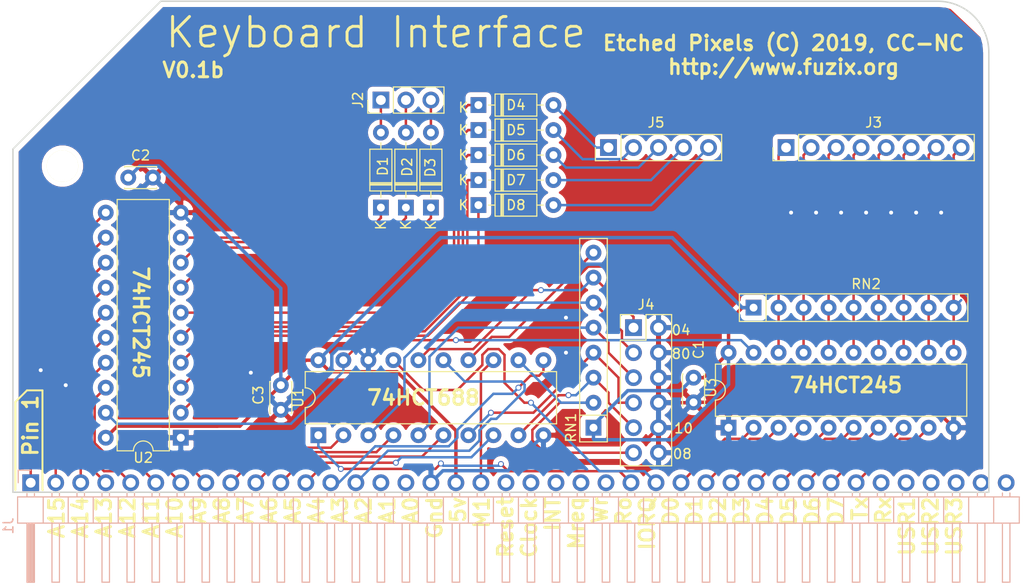
<source format=kicad_pcb>
(kicad_pcb (version 20171130) (host pcbnew 5.1.4-1.fc30)

  (general
    (thickness 1.6)
    (drawings 23)
    (tracks 378)
    (zones 0)
    (modules 22)
    (nets 73)
  )

  (page A4)
  (layers
    (0 F.Cu signal)
    (31 B.Cu signal)
    (32 B.Adhes user)
    (33 F.Adhes user)
    (34 B.Paste user)
    (35 F.Paste user)
    (36 B.SilkS user)
    (37 F.SilkS user)
    (38 B.Mask user)
    (39 F.Mask user)
    (40 Dwgs.User user)
    (41 Cmts.User user)
    (42 Eco1.User user)
    (43 Eco2.User user)
    (44 Edge.Cuts user)
    (45 Margin user)
    (46 B.CrtYd user)
    (47 F.CrtYd user)
    (48 B.Fab user hide)
    (49 F.Fab user hide)
  )

  (setup
    (last_trace_width 0.25)
    (trace_clearance 0.2)
    (zone_clearance 0.508)
    (zone_45_only no)
    (trace_min 0.2)
    (via_size 0.6)
    (via_drill 0.4)
    (via_min_size 0.4)
    (via_min_drill 0.3)
    (uvia_size 0.3)
    (uvia_drill 0.1)
    (uvias_allowed no)
    (uvia_min_size 0.2)
    (uvia_min_drill 0.1)
    (edge_width 0.15)
    (segment_width 0.2)
    (pcb_text_width 0.3)
    (pcb_text_size 1.5 1.5)
    (mod_edge_width 0.15)
    (mod_text_size 1 1)
    (mod_text_width 0.15)
    (pad_size 3.2 3.2)
    (pad_drill 3.2)
    (pad_to_mask_clearance 0.2)
    (aux_axis_origin 0 0)
    (visible_elements 7FFFFFFF)
    (pcbplotparams
      (layerselection 0x010f0_ffffffff)
      (usegerberextensions false)
      (usegerberattributes false)
      (usegerberadvancedattributes false)
      (creategerberjobfile false)
      (excludeedgelayer true)
      (linewidth 0.100000)
      (plotframeref false)
      (viasonmask false)
      (mode 1)
      (useauxorigin false)
      (hpglpennumber 1)
      (hpglpenspeed 20)
      (hpglpendiameter 15.000000)
      (psnegative false)
      (psa4output false)
      (plotreference true)
      (plotvalue true)
      (plotinvisibletext false)
      (padsonsilk false)
      (subtractmaskfromsilk false)
      (outputformat 1)
      (mirror false)
      (drillshape 0)
      (scaleselection 1)
      (outputdirectory "/tmp/kbd"))
  )

  (net 0 "")
  (net 1 GND)
  (net 2 VCC)
  (net 3 M1)
  (net 4 RD)
  (net 5 "Net-(D1-Pad2)")
  (net 6 "Net-(D2-Pad2)")
  (net 7 "Net-(D3-Pad2)")
  (net 8 "Net-(D4-Pad2)")
  (net 9 "Net-(D5-Pad2)")
  (net 10 "Net-(D6-Pad2)")
  (net 11 "Net-(D7-Pad2)")
  (net 12 "Net-(D8-Pad2)")
  (net 13 A15)
  (net 14 A14)
  (net 15 A13)
  (net 16 A12)
  (net 17 A11)
  (net 18 A10)
  (net 19 A9)
  (net 20 A8)
  (net 21 A7)
  (net 22 A6)
  (net 23 A5)
  (net 24 A4)
  (net 25 A3)
  (net 26 "Net-(J1-Pad15)")
  (net 27 "Net-(J1-Pad16)")
  (net 28 "Net-(J1-Pad20)")
  (net 29 "Net-(J1-Pad21)")
  (net 30 "Net-(J1-Pad22)")
  (net 31 "Net-(J1-Pad23)")
  (net 32 "Net-(J1-Pad24)")
  (net 33 IORQ)
  (net 34 D0)
  (net 35 D1)
  (net 36 D2)
  (net 37 D3)
  (net 38 D4)
  (net 39 D5)
  (net 40 D6)
  (net 41 D7)
  (net 42 "Net-(J1-Pad35)")
  (net 43 "Net-(J1-Pad36)")
  (net 44 "Net-(J1-Pad37)")
  (net 45 "Net-(J1-Pad38)")
  (net 46 "Net-(J1-Pad39)")
  (net 47 "Net-(J1-Pad40)")
  (net 48 "Net-(J3-Pad1)")
  (net 49 "Net-(J3-Pad2)")
  (net 50 "Net-(J3-Pad3)")
  (net 51 "Net-(J3-Pad4)")
  (net 52 "Net-(J3-Pad5)")
  (net 53 "Net-(J3-Pad6)")
  (net 54 "Net-(J3-Pad7)")
  (net 55 "Net-(J3-Pad8)")
  (net 56 "Net-(J4-Pad1)")
  (net 57 "Net-(J4-Pad3)")
  (net 58 "Net-(J4-Pad5)")
  (net 59 "Net-(U1-Pad19)")
  (net 60 KB7)
  (net 61 KB6)
  (net 62 KB5)
  (net 63 KB4)
  (net 64 KB3)
  (net 65 KB2)
  (net 66 KB1)
  (net 67 KB0)
  (net 68 "Net-(J4-Pad7)")
  (net 69 "Net-(J4-Pad9)")
  (net 70 "Net-(J4-Pad11)")
  (net 71 "Net-(RN1-Pad8)")
  (net 72 A2)

  (net_class Default "This is the default net class."
    (clearance 0.2)
    (trace_width 0.25)
    (via_dia 0.6)
    (via_drill 0.4)
    (uvia_dia 0.3)
    (uvia_drill 0.1)
    (add_net A10)
    (add_net A11)
    (add_net A12)
    (add_net A13)
    (add_net A14)
    (add_net A15)
    (add_net A2)
    (add_net A3)
    (add_net A4)
    (add_net A5)
    (add_net A6)
    (add_net A7)
    (add_net A8)
    (add_net A9)
    (add_net D0)
    (add_net D1)
    (add_net D2)
    (add_net D3)
    (add_net D4)
    (add_net D5)
    (add_net D6)
    (add_net D7)
    (add_net IORQ)
    (add_net KB0)
    (add_net KB1)
    (add_net KB2)
    (add_net KB3)
    (add_net KB4)
    (add_net KB5)
    (add_net KB6)
    (add_net KB7)
    (add_net M1)
    (add_net "Net-(D1-Pad2)")
    (add_net "Net-(D2-Pad2)")
    (add_net "Net-(D3-Pad2)")
    (add_net "Net-(D4-Pad2)")
    (add_net "Net-(D5-Pad2)")
    (add_net "Net-(D6-Pad2)")
    (add_net "Net-(D7-Pad2)")
    (add_net "Net-(D8-Pad2)")
    (add_net "Net-(J1-Pad15)")
    (add_net "Net-(J1-Pad16)")
    (add_net "Net-(J1-Pad20)")
    (add_net "Net-(J1-Pad21)")
    (add_net "Net-(J1-Pad22)")
    (add_net "Net-(J1-Pad23)")
    (add_net "Net-(J1-Pad24)")
    (add_net "Net-(J1-Pad35)")
    (add_net "Net-(J1-Pad36)")
    (add_net "Net-(J1-Pad37)")
    (add_net "Net-(J1-Pad38)")
    (add_net "Net-(J1-Pad39)")
    (add_net "Net-(J1-Pad40)")
    (add_net "Net-(J3-Pad1)")
    (add_net "Net-(J3-Pad2)")
    (add_net "Net-(J3-Pad3)")
    (add_net "Net-(J3-Pad4)")
    (add_net "Net-(J3-Pad5)")
    (add_net "Net-(J3-Pad6)")
    (add_net "Net-(J3-Pad7)")
    (add_net "Net-(J3-Pad8)")
    (add_net "Net-(J4-Pad1)")
    (add_net "Net-(J4-Pad11)")
    (add_net "Net-(J4-Pad3)")
    (add_net "Net-(J4-Pad5)")
    (add_net "Net-(J4-Pad7)")
    (add_net "Net-(J4-Pad9)")
    (add_net "Net-(RN1-Pad8)")
    (add_net "Net-(U1-Pad19)")
    (add_net RD)
  )

  (net_class Power ""
    (clearance 0.2)
    (trace_width 0.35)
    (via_dia 0.6)
    (via_drill 0.4)
    (uvia_dia 0.3)
    (uvia_drill 0.1)
    (add_net GND)
    (add_net VCC)
  )

  (module Connector_PinHeader_2.54mm:PinHeader_1x08_P2.54mm_Vertical (layer F.Cu) (tedit 59FED5CC) (tstamp 5D4E5632)
    (at 232.41 118.364 90)
    (descr "Through hole straight pin header, 1x08, 2.54mm pitch, single row")
    (tags "Through hole pin header THT 1x08 2.54mm single row")
    (path /5D5039FC)
    (fp_text reference J3 (at 2.54 8.89 180) (layer F.SilkS)
      (effects (font (size 1 1) (thickness 0.15)))
    )
    (fp_text value Conn_01x08 (at 0 20.11 90) (layer F.Fab)
      (effects (font (size 1 1) (thickness 0.15)))
    )
    (fp_line (start -0.635 -1.27) (end 1.27 -1.27) (layer F.Fab) (width 0.1))
    (fp_line (start 1.27 -1.27) (end 1.27 19.05) (layer F.Fab) (width 0.1))
    (fp_line (start 1.27 19.05) (end -1.27 19.05) (layer F.Fab) (width 0.1))
    (fp_line (start -1.27 19.05) (end -1.27 -0.635) (layer F.Fab) (width 0.1))
    (fp_line (start -1.27 -0.635) (end -0.635 -1.27) (layer F.Fab) (width 0.1))
    (fp_line (start -1.33 19.11) (end 1.33 19.11) (layer F.SilkS) (width 0.12))
    (fp_line (start -1.33 1.27) (end -1.33 19.11) (layer F.SilkS) (width 0.12))
    (fp_line (start 1.33 1.27) (end 1.33 19.11) (layer F.SilkS) (width 0.12))
    (fp_line (start -1.33 1.27) (end 1.33 1.27) (layer F.SilkS) (width 0.12))
    (fp_line (start -1.33 0) (end -1.33 -1.33) (layer F.SilkS) (width 0.12))
    (fp_line (start -1.33 -1.33) (end 0 -1.33) (layer F.SilkS) (width 0.12))
    (fp_line (start -1.8 -1.8) (end -1.8 19.55) (layer F.CrtYd) (width 0.05))
    (fp_line (start -1.8 19.55) (end 1.8 19.55) (layer F.CrtYd) (width 0.05))
    (fp_line (start 1.8 19.55) (end 1.8 -1.8) (layer F.CrtYd) (width 0.05))
    (fp_line (start 1.8 -1.8) (end -1.8 -1.8) (layer F.CrtYd) (width 0.05))
    (fp_text user %R (at 0 8.89) (layer F.Fab)
      (effects (font (size 1 1) (thickness 0.15)))
    )
    (pad 1 thru_hole rect (at 0 0 90) (size 1.7 1.7) (drill 1) (layers *.Cu *.Mask)
      (net 48 "Net-(J3-Pad1)"))
    (pad 2 thru_hole oval (at 0 2.54 90) (size 1.7 1.7) (drill 1) (layers *.Cu *.Mask)
      (net 49 "Net-(J3-Pad2)"))
    (pad 3 thru_hole oval (at 0 5.08 90) (size 1.7 1.7) (drill 1) (layers *.Cu *.Mask)
      (net 50 "Net-(J3-Pad3)"))
    (pad 4 thru_hole oval (at 0 7.62 90) (size 1.7 1.7) (drill 1) (layers *.Cu *.Mask)
      (net 51 "Net-(J3-Pad4)"))
    (pad 5 thru_hole oval (at 0 10.16 90) (size 1.7 1.7) (drill 1) (layers *.Cu *.Mask)
      (net 52 "Net-(J3-Pad5)"))
    (pad 6 thru_hole oval (at 0 12.7 90) (size 1.7 1.7) (drill 1) (layers *.Cu *.Mask)
      (net 53 "Net-(J3-Pad6)"))
    (pad 7 thru_hole oval (at 0 15.24 90) (size 1.7 1.7) (drill 1) (layers *.Cu *.Mask)
      (net 54 "Net-(J3-Pad7)"))
    (pad 8 thru_hole oval (at 0 17.78 90) (size 1.7 1.7) (drill 1) (layers *.Cu *.Mask)
      (net 55 "Net-(J3-Pad8)"))
    (model ${KISYS3DMOD}/Connector_PinHeader_2.54mm.3dshapes/PinHeader_1x08_P2.54mm_Vertical.wrl
      (at (xyz 0 0 0))
      (scale (xyz 1 1 1))
      (rotate (xyz 0 0 0))
    )
  )

  (module Connector_PinHeader_2.54mm:PinHeader_1x40_P2.54mm_Horizontal (layer B.Cu) (tedit 59FED5CB) (tstamp 5D4E77A0)
    (at 155.702 152.4 270)
    (descr "Through hole angled pin header, 1x40, 2.54mm pitch, 6mm pin length, single row")
    (tags "Through hole angled pin header THT 1x40 2.54mm single row")
    (path /5D4D81A3)
    (fp_text reference J1 (at 4.385 2.27 270) (layer B.SilkS)
      (effects (font (size 1 1) (thickness 0.15)) (justify mirror))
    )
    (fp_text value Conn_01x40 (at 4.385 -101.33 270) (layer B.Fab)
      (effects (font (size 1 1) (thickness 0.15)) (justify mirror))
    )
    (fp_line (start 2.135 1.27) (end 4.04 1.27) (layer B.Fab) (width 0.1))
    (fp_line (start 4.04 1.27) (end 4.04 -100.33) (layer B.Fab) (width 0.1))
    (fp_line (start 4.04 -100.33) (end 1.5 -100.33) (layer B.Fab) (width 0.1))
    (fp_line (start 1.5 -100.33) (end 1.5 0.635) (layer B.Fab) (width 0.1))
    (fp_line (start 1.5 0.635) (end 2.135 1.27) (layer B.Fab) (width 0.1))
    (fp_line (start -0.32 0.32) (end 1.5 0.32) (layer B.Fab) (width 0.1))
    (fp_line (start -0.32 0.32) (end -0.32 -0.32) (layer B.Fab) (width 0.1))
    (fp_line (start -0.32 -0.32) (end 1.5 -0.32) (layer B.Fab) (width 0.1))
    (fp_line (start 4.04 0.32) (end 10.04 0.32) (layer B.Fab) (width 0.1))
    (fp_line (start 10.04 0.32) (end 10.04 -0.32) (layer B.Fab) (width 0.1))
    (fp_line (start 4.04 -0.32) (end 10.04 -0.32) (layer B.Fab) (width 0.1))
    (fp_line (start -0.32 -2.22) (end 1.5 -2.22) (layer B.Fab) (width 0.1))
    (fp_line (start -0.32 -2.22) (end -0.32 -2.86) (layer B.Fab) (width 0.1))
    (fp_line (start -0.32 -2.86) (end 1.5 -2.86) (layer B.Fab) (width 0.1))
    (fp_line (start 4.04 -2.22) (end 10.04 -2.22) (layer B.Fab) (width 0.1))
    (fp_line (start 10.04 -2.22) (end 10.04 -2.86) (layer B.Fab) (width 0.1))
    (fp_line (start 4.04 -2.86) (end 10.04 -2.86) (layer B.Fab) (width 0.1))
    (fp_line (start -0.32 -4.76) (end 1.5 -4.76) (layer B.Fab) (width 0.1))
    (fp_line (start -0.32 -4.76) (end -0.32 -5.4) (layer B.Fab) (width 0.1))
    (fp_line (start -0.32 -5.4) (end 1.5 -5.4) (layer B.Fab) (width 0.1))
    (fp_line (start 4.04 -4.76) (end 10.04 -4.76) (layer B.Fab) (width 0.1))
    (fp_line (start 10.04 -4.76) (end 10.04 -5.4) (layer B.Fab) (width 0.1))
    (fp_line (start 4.04 -5.4) (end 10.04 -5.4) (layer B.Fab) (width 0.1))
    (fp_line (start -0.32 -7.3) (end 1.5 -7.3) (layer B.Fab) (width 0.1))
    (fp_line (start -0.32 -7.3) (end -0.32 -7.94) (layer B.Fab) (width 0.1))
    (fp_line (start -0.32 -7.94) (end 1.5 -7.94) (layer B.Fab) (width 0.1))
    (fp_line (start 4.04 -7.3) (end 10.04 -7.3) (layer B.Fab) (width 0.1))
    (fp_line (start 10.04 -7.3) (end 10.04 -7.94) (layer B.Fab) (width 0.1))
    (fp_line (start 4.04 -7.94) (end 10.04 -7.94) (layer B.Fab) (width 0.1))
    (fp_line (start -0.32 -9.84) (end 1.5 -9.84) (layer B.Fab) (width 0.1))
    (fp_line (start -0.32 -9.84) (end -0.32 -10.48) (layer B.Fab) (width 0.1))
    (fp_line (start -0.32 -10.48) (end 1.5 -10.48) (layer B.Fab) (width 0.1))
    (fp_line (start 4.04 -9.84) (end 10.04 -9.84) (layer B.Fab) (width 0.1))
    (fp_line (start 10.04 -9.84) (end 10.04 -10.48) (layer B.Fab) (width 0.1))
    (fp_line (start 4.04 -10.48) (end 10.04 -10.48) (layer B.Fab) (width 0.1))
    (fp_line (start -0.32 -12.38) (end 1.5 -12.38) (layer B.Fab) (width 0.1))
    (fp_line (start -0.32 -12.38) (end -0.32 -13.02) (layer B.Fab) (width 0.1))
    (fp_line (start -0.32 -13.02) (end 1.5 -13.02) (layer B.Fab) (width 0.1))
    (fp_line (start 4.04 -12.38) (end 10.04 -12.38) (layer B.Fab) (width 0.1))
    (fp_line (start 10.04 -12.38) (end 10.04 -13.02) (layer B.Fab) (width 0.1))
    (fp_line (start 4.04 -13.02) (end 10.04 -13.02) (layer B.Fab) (width 0.1))
    (fp_line (start -0.32 -14.92) (end 1.5 -14.92) (layer B.Fab) (width 0.1))
    (fp_line (start -0.32 -14.92) (end -0.32 -15.56) (layer B.Fab) (width 0.1))
    (fp_line (start -0.32 -15.56) (end 1.5 -15.56) (layer B.Fab) (width 0.1))
    (fp_line (start 4.04 -14.92) (end 10.04 -14.92) (layer B.Fab) (width 0.1))
    (fp_line (start 10.04 -14.92) (end 10.04 -15.56) (layer B.Fab) (width 0.1))
    (fp_line (start 4.04 -15.56) (end 10.04 -15.56) (layer B.Fab) (width 0.1))
    (fp_line (start -0.32 -17.46) (end 1.5 -17.46) (layer B.Fab) (width 0.1))
    (fp_line (start -0.32 -17.46) (end -0.32 -18.1) (layer B.Fab) (width 0.1))
    (fp_line (start -0.32 -18.1) (end 1.5 -18.1) (layer B.Fab) (width 0.1))
    (fp_line (start 4.04 -17.46) (end 10.04 -17.46) (layer B.Fab) (width 0.1))
    (fp_line (start 10.04 -17.46) (end 10.04 -18.1) (layer B.Fab) (width 0.1))
    (fp_line (start 4.04 -18.1) (end 10.04 -18.1) (layer B.Fab) (width 0.1))
    (fp_line (start -0.32 -20) (end 1.5 -20) (layer B.Fab) (width 0.1))
    (fp_line (start -0.32 -20) (end -0.32 -20.64) (layer B.Fab) (width 0.1))
    (fp_line (start -0.32 -20.64) (end 1.5 -20.64) (layer B.Fab) (width 0.1))
    (fp_line (start 4.04 -20) (end 10.04 -20) (layer B.Fab) (width 0.1))
    (fp_line (start 10.04 -20) (end 10.04 -20.64) (layer B.Fab) (width 0.1))
    (fp_line (start 4.04 -20.64) (end 10.04 -20.64) (layer B.Fab) (width 0.1))
    (fp_line (start -0.32 -22.54) (end 1.5 -22.54) (layer B.Fab) (width 0.1))
    (fp_line (start -0.32 -22.54) (end -0.32 -23.18) (layer B.Fab) (width 0.1))
    (fp_line (start -0.32 -23.18) (end 1.5 -23.18) (layer B.Fab) (width 0.1))
    (fp_line (start 4.04 -22.54) (end 10.04 -22.54) (layer B.Fab) (width 0.1))
    (fp_line (start 10.04 -22.54) (end 10.04 -23.18) (layer B.Fab) (width 0.1))
    (fp_line (start 4.04 -23.18) (end 10.04 -23.18) (layer B.Fab) (width 0.1))
    (fp_line (start -0.32 -25.08) (end 1.5 -25.08) (layer B.Fab) (width 0.1))
    (fp_line (start -0.32 -25.08) (end -0.32 -25.72) (layer B.Fab) (width 0.1))
    (fp_line (start -0.32 -25.72) (end 1.5 -25.72) (layer B.Fab) (width 0.1))
    (fp_line (start 4.04 -25.08) (end 10.04 -25.08) (layer B.Fab) (width 0.1))
    (fp_line (start 10.04 -25.08) (end 10.04 -25.72) (layer B.Fab) (width 0.1))
    (fp_line (start 4.04 -25.72) (end 10.04 -25.72) (layer B.Fab) (width 0.1))
    (fp_line (start -0.32 -27.62) (end 1.5 -27.62) (layer B.Fab) (width 0.1))
    (fp_line (start -0.32 -27.62) (end -0.32 -28.26) (layer B.Fab) (width 0.1))
    (fp_line (start -0.32 -28.26) (end 1.5 -28.26) (layer B.Fab) (width 0.1))
    (fp_line (start 4.04 -27.62) (end 10.04 -27.62) (layer B.Fab) (width 0.1))
    (fp_line (start 10.04 -27.62) (end 10.04 -28.26) (layer B.Fab) (width 0.1))
    (fp_line (start 4.04 -28.26) (end 10.04 -28.26) (layer B.Fab) (width 0.1))
    (fp_line (start -0.32 -30.16) (end 1.5 -30.16) (layer B.Fab) (width 0.1))
    (fp_line (start -0.32 -30.16) (end -0.32 -30.8) (layer B.Fab) (width 0.1))
    (fp_line (start -0.32 -30.8) (end 1.5 -30.8) (layer B.Fab) (width 0.1))
    (fp_line (start 4.04 -30.16) (end 10.04 -30.16) (layer B.Fab) (width 0.1))
    (fp_line (start 10.04 -30.16) (end 10.04 -30.8) (layer B.Fab) (width 0.1))
    (fp_line (start 4.04 -30.8) (end 10.04 -30.8) (layer B.Fab) (width 0.1))
    (fp_line (start -0.32 -32.7) (end 1.5 -32.7) (layer B.Fab) (width 0.1))
    (fp_line (start -0.32 -32.7) (end -0.32 -33.34) (layer B.Fab) (width 0.1))
    (fp_line (start -0.32 -33.34) (end 1.5 -33.34) (layer B.Fab) (width 0.1))
    (fp_line (start 4.04 -32.7) (end 10.04 -32.7) (layer B.Fab) (width 0.1))
    (fp_line (start 10.04 -32.7) (end 10.04 -33.34) (layer B.Fab) (width 0.1))
    (fp_line (start 4.04 -33.34) (end 10.04 -33.34) (layer B.Fab) (width 0.1))
    (fp_line (start -0.32 -35.24) (end 1.5 -35.24) (layer B.Fab) (width 0.1))
    (fp_line (start -0.32 -35.24) (end -0.32 -35.88) (layer B.Fab) (width 0.1))
    (fp_line (start -0.32 -35.88) (end 1.5 -35.88) (layer B.Fab) (width 0.1))
    (fp_line (start 4.04 -35.24) (end 10.04 -35.24) (layer B.Fab) (width 0.1))
    (fp_line (start 10.04 -35.24) (end 10.04 -35.88) (layer B.Fab) (width 0.1))
    (fp_line (start 4.04 -35.88) (end 10.04 -35.88) (layer B.Fab) (width 0.1))
    (fp_line (start -0.32 -37.78) (end 1.5 -37.78) (layer B.Fab) (width 0.1))
    (fp_line (start -0.32 -37.78) (end -0.32 -38.42) (layer B.Fab) (width 0.1))
    (fp_line (start -0.32 -38.42) (end 1.5 -38.42) (layer B.Fab) (width 0.1))
    (fp_line (start 4.04 -37.78) (end 10.04 -37.78) (layer B.Fab) (width 0.1))
    (fp_line (start 10.04 -37.78) (end 10.04 -38.42) (layer B.Fab) (width 0.1))
    (fp_line (start 4.04 -38.42) (end 10.04 -38.42) (layer B.Fab) (width 0.1))
    (fp_line (start -0.32 -40.32) (end 1.5 -40.32) (layer B.Fab) (width 0.1))
    (fp_line (start -0.32 -40.32) (end -0.32 -40.96) (layer B.Fab) (width 0.1))
    (fp_line (start -0.32 -40.96) (end 1.5 -40.96) (layer B.Fab) (width 0.1))
    (fp_line (start 4.04 -40.32) (end 10.04 -40.32) (layer B.Fab) (width 0.1))
    (fp_line (start 10.04 -40.32) (end 10.04 -40.96) (layer B.Fab) (width 0.1))
    (fp_line (start 4.04 -40.96) (end 10.04 -40.96) (layer B.Fab) (width 0.1))
    (fp_line (start -0.32 -42.86) (end 1.5 -42.86) (layer B.Fab) (width 0.1))
    (fp_line (start -0.32 -42.86) (end -0.32 -43.5) (layer B.Fab) (width 0.1))
    (fp_line (start -0.32 -43.5) (end 1.5 -43.5) (layer B.Fab) (width 0.1))
    (fp_line (start 4.04 -42.86) (end 10.04 -42.86) (layer B.Fab) (width 0.1))
    (fp_line (start 10.04 -42.86) (end 10.04 -43.5) (layer B.Fab) (width 0.1))
    (fp_line (start 4.04 -43.5) (end 10.04 -43.5) (layer B.Fab) (width 0.1))
    (fp_line (start -0.32 -45.4) (end 1.5 -45.4) (layer B.Fab) (width 0.1))
    (fp_line (start -0.32 -45.4) (end -0.32 -46.04) (layer B.Fab) (width 0.1))
    (fp_line (start -0.32 -46.04) (end 1.5 -46.04) (layer B.Fab) (width 0.1))
    (fp_line (start 4.04 -45.4) (end 10.04 -45.4) (layer B.Fab) (width 0.1))
    (fp_line (start 10.04 -45.4) (end 10.04 -46.04) (layer B.Fab) (width 0.1))
    (fp_line (start 4.04 -46.04) (end 10.04 -46.04) (layer B.Fab) (width 0.1))
    (fp_line (start -0.32 -47.94) (end 1.5 -47.94) (layer B.Fab) (width 0.1))
    (fp_line (start -0.32 -47.94) (end -0.32 -48.58) (layer B.Fab) (width 0.1))
    (fp_line (start -0.32 -48.58) (end 1.5 -48.58) (layer B.Fab) (width 0.1))
    (fp_line (start 4.04 -47.94) (end 10.04 -47.94) (layer B.Fab) (width 0.1))
    (fp_line (start 10.04 -47.94) (end 10.04 -48.58) (layer B.Fab) (width 0.1))
    (fp_line (start 4.04 -48.58) (end 10.04 -48.58) (layer B.Fab) (width 0.1))
    (fp_line (start -0.32 -50.48) (end 1.5 -50.48) (layer B.Fab) (width 0.1))
    (fp_line (start -0.32 -50.48) (end -0.32 -51.12) (layer B.Fab) (width 0.1))
    (fp_line (start -0.32 -51.12) (end 1.5 -51.12) (layer B.Fab) (width 0.1))
    (fp_line (start 4.04 -50.48) (end 10.04 -50.48) (layer B.Fab) (width 0.1))
    (fp_line (start 10.04 -50.48) (end 10.04 -51.12) (layer B.Fab) (width 0.1))
    (fp_line (start 4.04 -51.12) (end 10.04 -51.12) (layer B.Fab) (width 0.1))
    (fp_line (start -0.32 -53.02) (end 1.5 -53.02) (layer B.Fab) (width 0.1))
    (fp_line (start -0.32 -53.02) (end -0.32 -53.66) (layer B.Fab) (width 0.1))
    (fp_line (start -0.32 -53.66) (end 1.5 -53.66) (layer B.Fab) (width 0.1))
    (fp_line (start 4.04 -53.02) (end 10.04 -53.02) (layer B.Fab) (width 0.1))
    (fp_line (start 10.04 -53.02) (end 10.04 -53.66) (layer B.Fab) (width 0.1))
    (fp_line (start 4.04 -53.66) (end 10.04 -53.66) (layer B.Fab) (width 0.1))
    (fp_line (start -0.32 -55.56) (end 1.5 -55.56) (layer B.Fab) (width 0.1))
    (fp_line (start -0.32 -55.56) (end -0.32 -56.2) (layer B.Fab) (width 0.1))
    (fp_line (start -0.32 -56.2) (end 1.5 -56.2) (layer B.Fab) (width 0.1))
    (fp_line (start 4.04 -55.56) (end 10.04 -55.56) (layer B.Fab) (width 0.1))
    (fp_line (start 10.04 -55.56) (end 10.04 -56.2) (layer B.Fab) (width 0.1))
    (fp_line (start 4.04 -56.2) (end 10.04 -56.2) (layer B.Fab) (width 0.1))
    (fp_line (start -0.32 -58.1) (end 1.5 -58.1) (layer B.Fab) (width 0.1))
    (fp_line (start -0.32 -58.1) (end -0.32 -58.74) (layer B.Fab) (width 0.1))
    (fp_line (start -0.32 -58.74) (end 1.5 -58.74) (layer B.Fab) (width 0.1))
    (fp_line (start 4.04 -58.1) (end 10.04 -58.1) (layer B.Fab) (width 0.1))
    (fp_line (start 10.04 -58.1) (end 10.04 -58.74) (layer B.Fab) (width 0.1))
    (fp_line (start 4.04 -58.74) (end 10.04 -58.74) (layer B.Fab) (width 0.1))
    (fp_line (start -0.32 -60.64) (end 1.5 -60.64) (layer B.Fab) (width 0.1))
    (fp_line (start -0.32 -60.64) (end -0.32 -61.28) (layer B.Fab) (width 0.1))
    (fp_line (start -0.32 -61.28) (end 1.5 -61.28) (layer B.Fab) (width 0.1))
    (fp_line (start 4.04 -60.64) (end 10.04 -60.64) (layer B.Fab) (width 0.1))
    (fp_line (start 10.04 -60.64) (end 10.04 -61.28) (layer B.Fab) (width 0.1))
    (fp_line (start 4.04 -61.28) (end 10.04 -61.28) (layer B.Fab) (width 0.1))
    (fp_line (start -0.32 -63.18) (end 1.5 -63.18) (layer B.Fab) (width 0.1))
    (fp_line (start -0.32 -63.18) (end -0.32 -63.82) (layer B.Fab) (width 0.1))
    (fp_line (start -0.32 -63.82) (end 1.5 -63.82) (layer B.Fab) (width 0.1))
    (fp_line (start 4.04 -63.18) (end 10.04 -63.18) (layer B.Fab) (width 0.1))
    (fp_line (start 10.04 -63.18) (end 10.04 -63.82) (layer B.Fab) (width 0.1))
    (fp_line (start 4.04 -63.82) (end 10.04 -63.82) (layer B.Fab) (width 0.1))
    (fp_line (start -0.32 -65.72) (end 1.5 -65.72) (layer B.Fab) (width 0.1))
    (fp_line (start -0.32 -65.72) (end -0.32 -66.36) (layer B.Fab) (width 0.1))
    (fp_line (start -0.32 -66.36) (end 1.5 -66.36) (layer B.Fab) (width 0.1))
    (fp_line (start 4.04 -65.72) (end 10.04 -65.72) (layer B.Fab) (width 0.1))
    (fp_line (start 10.04 -65.72) (end 10.04 -66.36) (layer B.Fab) (width 0.1))
    (fp_line (start 4.04 -66.36) (end 10.04 -66.36) (layer B.Fab) (width 0.1))
    (fp_line (start -0.32 -68.26) (end 1.5 -68.26) (layer B.Fab) (width 0.1))
    (fp_line (start -0.32 -68.26) (end -0.32 -68.9) (layer B.Fab) (width 0.1))
    (fp_line (start -0.32 -68.9) (end 1.5 -68.9) (layer B.Fab) (width 0.1))
    (fp_line (start 4.04 -68.26) (end 10.04 -68.26) (layer B.Fab) (width 0.1))
    (fp_line (start 10.04 -68.26) (end 10.04 -68.9) (layer B.Fab) (width 0.1))
    (fp_line (start 4.04 -68.9) (end 10.04 -68.9) (layer B.Fab) (width 0.1))
    (fp_line (start -0.32 -70.8) (end 1.5 -70.8) (layer B.Fab) (width 0.1))
    (fp_line (start -0.32 -70.8) (end -0.32 -71.44) (layer B.Fab) (width 0.1))
    (fp_line (start -0.32 -71.44) (end 1.5 -71.44) (layer B.Fab) (width 0.1))
    (fp_line (start 4.04 -70.8) (end 10.04 -70.8) (layer B.Fab) (width 0.1))
    (fp_line (start 10.04 -70.8) (end 10.04 -71.44) (layer B.Fab) (width 0.1))
    (fp_line (start 4.04 -71.44) (end 10.04 -71.44) (layer B.Fab) (width 0.1))
    (fp_line (start -0.32 -73.34) (end 1.5 -73.34) (layer B.Fab) (width 0.1))
    (fp_line (start -0.32 -73.34) (end -0.32 -73.98) (layer B.Fab) (width 0.1))
    (fp_line (start -0.32 -73.98) (end 1.5 -73.98) (layer B.Fab) (width 0.1))
    (fp_line (start 4.04 -73.34) (end 10.04 -73.34) (layer B.Fab) (width 0.1))
    (fp_line (start 10.04 -73.34) (end 10.04 -73.98) (layer B.Fab) (width 0.1))
    (fp_line (start 4.04 -73.98) (end 10.04 -73.98) (layer B.Fab) (width 0.1))
    (fp_line (start -0.32 -75.88) (end 1.5 -75.88) (layer B.Fab) (width 0.1))
    (fp_line (start -0.32 -75.88) (end -0.32 -76.52) (layer B.Fab) (width 0.1))
    (fp_line (start -0.32 -76.52) (end 1.5 -76.52) (layer B.Fab) (width 0.1))
    (fp_line (start 4.04 -75.88) (end 10.04 -75.88) (layer B.Fab) (width 0.1))
    (fp_line (start 10.04 -75.88) (end 10.04 -76.52) (layer B.Fab) (width 0.1))
    (fp_line (start 4.04 -76.52) (end 10.04 -76.52) (layer B.Fab) (width 0.1))
    (fp_line (start -0.32 -78.42) (end 1.5 -78.42) (layer B.Fab) (width 0.1))
    (fp_line (start -0.32 -78.42) (end -0.32 -79.06) (layer B.Fab) (width 0.1))
    (fp_line (start -0.32 -79.06) (end 1.5 -79.06) (layer B.Fab) (width 0.1))
    (fp_line (start 4.04 -78.42) (end 10.04 -78.42) (layer B.Fab) (width 0.1))
    (fp_line (start 10.04 -78.42) (end 10.04 -79.06) (layer B.Fab) (width 0.1))
    (fp_line (start 4.04 -79.06) (end 10.04 -79.06) (layer B.Fab) (width 0.1))
    (fp_line (start -0.32 -80.96) (end 1.5 -80.96) (layer B.Fab) (width 0.1))
    (fp_line (start -0.32 -80.96) (end -0.32 -81.6) (layer B.Fab) (width 0.1))
    (fp_line (start -0.32 -81.6) (end 1.5 -81.6) (layer B.Fab) (width 0.1))
    (fp_line (start 4.04 -80.96) (end 10.04 -80.96) (layer B.Fab) (width 0.1))
    (fp_line (start 10.04 -80.96) (end 10.04 -81.6) (layer B.Fab) (width 0.1))
    (fp_line (start 4.04 -81.6) (end 10.04 -81.6) (layer B.Fab) (width 0.1))
    (fp_line (start -0.32 -83.5) (end 1.5 -83.5) (layer B.Fab) (width 0.1))
    (fp_line (start -0.32 -83.5) (end -0.32 -84.14) (layer B.Fab) (width 0.1))
    (fp_line (start -0.32 -84.14) (end 1.5 -84.14) (layer B.Fab) (width 0.1))
    (fp_line (start 4.04 -83.5) (end 10.04 -83.5) (layer B.Fab) (width 0.1))
    (fp_line (start 10.04 -83.5) (end 10.04 -84.14) (layer B.Fab) (width 0.1))
    (fp_line (start 4.04 -84.14) (end 10.04 -84.14) (layer B.Fab) (width 0.1))
    (fp_line (start -0.32 -86.04) (end 1.5 -86.04) (layer B.Fab) (width 0.1))
    (fp_line (start -0.32 -86.04) (end -0.32 -86.68) (layer B.Fab) (width 0.1))
    (fp_line (start -0.32 -86.68) (end 1.5 -86.68) (layer B.Fab) (width 0.1))
    (fp_line (start 4.04 -86.04) (end 10.04 -86.04) (layer B.Fab) (width 0.1))
    (fp_line (start 10.04 -86.04) (end 10.04 -86.68) (layer B.Fab) (width 0.1))
    (fp_line (start 4.04 -86.68) (end 10.04 -86.68) (layer B.Fab) (width 0.1))
    (fp_line (start -0.32 -88.58) (end 1.5 -88.58) (layer B.Fab) (width 0.1))
    (fp_line (start -0.32 -88.58) (end -0.32 -89.22) (layer B.Fab) (width 0.1))
    (fp_line (start -0.32 -89.22) (end 1.5 -89.22) (layer B.Fab) (width 0.1))
    (fp_line (start 4.04 -88.58) (end 10.04 -88.58) (layer B.Fab) (width 0.1))
    (fp_line (start 10.04 -88.58) (end 10.04 -89.22) (layer B.Fab) (width 0.1))
    (fp_line (start 4.04 -89.22) (end 10.04 -89.22) (layer B.Fab) (width 0.1))
    (fp_line (start -0.32 -91.12) (end 1.5 -91.12) (layer B.Fab) (width 0.1))
    (fp_line (start -0.32 -91.12) (end -0.32 -91.76) (layer B.Fab) (width 0.1))
    (fp_line (start -0.32 -91.76) (end 1.5 -91.76) (layer B.Fab) (width 0.1))
    (fp_line (start 4.04 -91.12) (end 10.04 -91.12) (layer B.Fab) (width 0.1))
    (fp_line (start 10.04 -91.12) (end 10.04 -91.76) (layer B.Fab) (width 0.1))
    (fp_line (start 4.04 -91.76) (end 10.04 -91.76) (layer B.Fab) (width 0.1))
    (fp_line (start -0.32 -93.66) (end 1.5 -93.66) (layer B.Fab) (width 0.1))
    (fp_line (start -0.32 -93.66) (end -0.32 -94.3) (layer B.Fab) (width 0.1))
    (fp_line (start -0.32 -94.3) (end 1.5 -94.3) (layer B.Fab) (width 0.1))
    (fp_line (start 4.04 -93.66) (end 10.04 -93.66) (layer B.Fab) (width 0.1))
    (fp_line (start 10.04 -93.66) (end 10.04 -94.3) (layer B.Fab) (width 0.1))
    (fp_line (start 4.04 -94.3) (end 10.04 -94.3) (layer B.Fab) (width 0.1))
    (fp_line (start -0.32 -96.2) (end 1.5 -96.2) (layer B.Fab) (width 0.1))
    (fp_line (start -0.32 -96.2) (end -0.32 -96.84) (layer B.Fab) (width 0.1))
    (fp_line (start -0.32 -96.84) (end 1.5 -96.84) (layer B.Fab) (width 0.1))
    (fp_line (start 4.04 -96.2) (end 10.04 -96.2) (layer B.Fab) (width 0.1))
    (fp_line (start 10.04 -96.2) (end 10.04 -96.84) (layer B.Fab) (width 0.1))
    (fp_line (start 4.04 -96.84) (end 10.04 -96.84) (layer B.Fab) (width 0.1))
    (fp_line (start -0.32 -98.74) (end 1.5 -98.74) (layer B.Fab) (width 0.1))
    (fp_line (start -0.32 -98.74) (end -0.32 -99.38) (layer B.Fab) (width 0.1))
    (fp_line (start -0.32 -99.38) (end 1.5 -99.38) (layer B.Fab) (width 0.1))
    (fp_line (start 4.04 -98.74) (end 10.04 -98.74) (layer B.Fab) (width 0.1))
    (fp_line (start 10.04 -98.74) (end 10.04 -99.38) (layer B.Fab) (width 0.1))
    (fp_line (start 4.04 -99.38) (end 10.04 -99.38) (layer B.Fab) (width 0.1))
    (fp_line (start 1.44 1.33) (end 1.44 -100.39) (layer B.SilkS) (width 0.12))
    (fp_line (start 1.44 -100.39) (end 4.1 -100.39) (layer B.SilkS) (width 0.12))
    (fp_line (start 4.1 -100.39) (end 4.1 1.33) (layer B.SilkS) (width 0.12))
    (fp_line (start 4.1 1.33) (end 1.44 1.33) (layer B.SilkS) (width 0.12))
    (fp_line (start 4.1 0.38) (end 10.1 0.38) (layer B.SilkS) (width 0.12))
    (fp_line (start 10.1 0.38) (end 10.1 -0.38) (layer B.SilkS) (width 0.12))
    (fp_line (start 10.1 -0.38) (end 4.1 -0.38) (layer B.SilkS) (width 0.12))
    (fp_line (start 4.1 0.32) (end 10.1 0.32) (layer B.SilkS) (width 0.12))
    (fp_line (start 4.1 0.2) (end 10.1 0.2) (layer B.SilkS) (width 0.12))
    (fp_line (start 4.1 0.08) (end 10.1 0.08) (layer B.SilkS) (width 0.12))
    (fp_line (start 4.1 -0.04) (end 10.1 -0.04) (layer B.SilkS) (width 0.12))
    (fp_line (start 4.1 -0.16) (end 10.1 -0.16) (layer B.SilkS) (width 0.12))
    (fp_line (start 4.1 -0.28) (end 10.1 -0.28) (layer B.SilkS) (width 0.12))
    (fp_line (start 1.11 0.38) (end 1.44 0.38) (layer B.SilkS) (width 0.12))
    (fp_line (start 1.11 -0.38) (end 1.44 -0.38) (layer B.SilkS) (width 0.12))
    (fp_line (start 1.44 -1.27) (end 4.1 -1.27) (layer B.SilkS) (width 0.12))
    (fp_line (start 4.1 -2.16) (end 10.1 -2.16) (layer B.SilkS) (width 0.12))
    (fp_line (start 10.1 -2.16) (end 10.1 -2.92) (layer B.SilkS) (width 0.12))
    (fp_line (start 10.1 -2.92) (end 4.1 -2.92) (layer B.SilkS) (width 0.12))
    (fp_line (start 1.042929 -2.16) (end 1.44 -2.16) (layer B.SilkS) (width 0.12))
    (fp_line (start 1.042929 -2.92) (end 1.44 -2.92) (layer B.SilkS) (width 0.12))
    (fp_line (start 1.44 -3.81) (end 4.1 -3.81) (layer B.SilkS) (width 0.12))
    (fp_line (start 4.1 -4.7) (end 10.1 -4.7) (layer B.SilkS) (width 0.12))
    (fp_line (start 10.1 -4.7) (end 10.1 -5.46) (layer B.SilkS) (width 0.12))
    (fp_line (start 10.1 -5.46) (end 4.1 -5.46) (layer B.SilkS) (width 0.12))
    (fp_line (start 1.042929 -4.7) (end 1.44 -4.7) (layer B.SilkS) (width 0.12))
    (fp_line (start 1.042929 -5.46) (end 1.44 -5.46) (layer B.SilkS) (width 0.12))
    (fp_line (start 1.44 -6.35) (end 4.1 -6.35) (layer B.SilkS) (width 0.12))
    (fp_line (start 4.1 -7.24) (end 10.1 -7.24) (layer B.SilkS) (width 0.12))
    (fp_line (start 10.1 -7.24) (end 10.1 -8) (layer B.SilkS) (width 0.12))
    (fp_line (start 10.1 -8) (end 4.1 -8) (layer B.SilkS) (width 0.12))
    (fp_line (start 1.042929 -7.24) (end 1.44 -7.24) (layer B.SilkS) (width 0.12))
    (fp_line (start 1.042929 -8) (end 1.44 -8) (layer B.SilkS) (width 0.12))
    (fp_line (start 1.44 -8.89) (end 4.1 -8.89) (layer B.SilkS) (width 0.12))
    (fp_line (start 4.1 -9.78) (end 10.1 -9.78) (layer B.SilkS) (width 0.12))
    (fp_line (start 10.1 -9.78) (end 10.1 -10.54) (layer B.SilkS) (width 0.12))
    (fp_line (start 10.1 -10.54) (end 4.1 -10.54) (layer B.SilkS) (width 0.12))
    (fp_line (start 1.042929 -9.78) (end 1.44 -9.78) (layer B.SilkS) (width 0.12))
    (fp_line (start 1.042929 -10.54) (end 1.44 -10.54) (layer B.SilkS) (width 0.12))
    (fp_line (start 1.44 -11.43) (end 4.1 -11.43) (layer B.SilkS) (width 0.12))
    (fp_line (start 4.1 -12.32) (end 10.1 -12.32) (layer B.SilkS) (width 0.12))
    (fp_line (start 10.1 -12.32) (end 10.1 -13.08) (layer B.SilkS) (width 0.12))
    (fp_line (start 10.1 -13.08) (end 4.1 -13.08) (layer B.SilkS) (width 0.12))
    (fp_line (start 1.042929 -12.32) (end 1.44 -12.32) (layer B.SilkS) (width 0.12))
    (fp_line (start 1.042929 -13.08) (end 1.44 -13.08) (layer B.SilkS) (width 0.12))
    (fp_line (start 1.44 -13.97) (end 4.1 -13.97) (layer B.SilkS) (width 0.12))
    (fp_line (start 4.1 -14.86) (end 10.1 -14.86) (layer B.SilkS) (width 0.12))
    (fp_line (start 10.1 -14.86) (end 10.1 -15.62) (layer B.SilkS) (width 0.12))
    (fp_line (start 10.1 -15.62) (end 4.1 -15.62) (layer B.SilkS) (width 0.12))
    (fp_line (start 1.042929 -14.86) (end 1.44 -14.86) (layer B.SilkS) (width 0.12))
    (fp_line (start 1.042929 -15.62) (end 1.44 -15.62) (layer B.SilkS) (width 0.12))
    (fp_line (start 1.44 -16.51) (end 4.1 -16.51) (layer B.SilkS) (width 0.12))
    (fp_line (start 4.1 -17.4) (end 10.1 -17.4) (layer B.SilkS) (width 0.12))
    (fp_line (start 10.1 -17.4) (end 10.1 -18.16) (layer B.SilkS) (width 0.12))
    (fp_line (start 10.1 -18.16) (end 4.1 -18.16) (layer B.SilkS) (width 0.12))
    (fp_line (start 1.042929 -17.4) (end 1.44 -17.4) (layer B.SilkS) (width 0.12))
    (fp_line (start 1.042929 -18.16) (end 1.44 -18.16) (layer B.SilkS) (width 0.12))
    (fp_line (start 1.44 -19.05) (end 4.1 -19.05) (layer B.SilkS) (width 0.12))
    (fp_line (start 4.1 -19.94) (end 10.1 -19.94) (layer B.SilkS) (width 0.12))
    (fp_line (start 10.1 -19.94) (end 10.1 -20.7) (layer B.SilkS) (width 0.12))
    (fp_line (start 10.1 -20.7) (end 4.1 -20.7) (layer B.SilkS) (width 0.12))
    (fp_line (start 1.042929 -19.94) (end 1.44 -19.94) (layer B.SilkS) (width 0.12))
    (fp_line (start 1.042929 -20.7) (end 1.44 -20.7) (layer B.SilkS) (width 0.12))
    (fp_line (start 1.44 -21.59) (end 4.1 -21.59) (layer B.SilkS) (width 0.12))
    (fp_line (start 4.1 -22.48) (end 10.1 -22.48) (layer B.SilkS) (width 0.12))
    (fp_line (start 10.1 -22.48) (end 10.1 -23.24) (layer B.SilkS) (width 0.12))
    (fp_line (start 10.1 -23.24) (end 4.1 -23.24) (layer B.SilkS) (width 0.12))
    (fp_line (start 1.042929 -22.48) (end 1.44 -22.48) (layer B.SilkS) (width 0.12))
    (fp_line (start 1.042929 -23.24) (end 1.44 -23.24) (layer B.SilkS) (width 0.12))
    (fp_line (start 1.44 -24.13) (end 4.1 -24.13) (layer B.SilkS) (width 0.12))
    (fp_line (start 4.1 -25.02) (end 10.1 -25.02) (layer B.SilkS) (width 0.12))
    (fp_line (start 10.1 -25.02) (end 10.1 -25.78) (layer B.SilkS) (width 0.12))
    (fp_line (start 10.1 -25.78) (end 4.1 -25.78) (layer B.SilkS) (width 0.12))
    (fp_line (start 1.042929 -25.02) (end 1.44 -25.02) (layer B.SilkS) (width 0.12))
    (fp_line (start 1.042929 -25.78) (end 1.44 -25.78) (layer B.SilkS) (width 0.12))
    (fp_line (start 1.44 -26.67) (end 4.1 -26.67) (layer B.SilkS) (width 0.12))
    (fp_line (start 4.1 -27.56) (end 10.1 -27.56) (layer B.SilkS) (width 0.12))
    (fp_line (start 10.1 -27.56) (end 10.1 -28.32) (layer B.SilkS) (width 0.12))
    (fp_line (start 10.1 -28.32) (end 4.1 -28.32) (layer B.SilkS) (width 0.12))
    (fp_line (start 1.042929 -27.56) (end 1.44 -27.56) (layer B.SilkS) (width 0.12))
    (fp_line (start 1.042929 -28.32) (end 1.44 -28.32) (layer B.SilkS) (width 0.12))
    (fp_line (start 1.44 -29.21) (end 4.1 -29.21) (layer B.SilkS) (width 0.12))
    (fp_line (start 4.1 -30.1) (end 10.1 -30.1) (layer B.SilkS) (width 0.12))
    (fp_line (start 10.1 -30.1) (end 10.1 -30.86) (layer B.SilkS) (width 0.12))
    (fp_line (start 10.1 -30.86) (end 4.1 -30.86) (layer B.SilkS) (width 0.12))
    (fp_line (start 1.042929 -30.1) (end 1.44 -30.1) (layer B.SilkS) (width 0.12))
    (fp_line (start 1.042929 -30.86) (end 1.44 -30.86) (layer B.SilkS) (width 0.12))
    (fp_line (start 1.44 -31.75) (end 4.1 -31.75) (layer B.SilkS) (width 0.12))
    (fp_line (start 4.1 -32.64) (end 10.1 -32.64) (layer B.SilkS) (width 0.12))
    (fp_line (start 10.1 -32.64) (end 10.1 -33.4) (layer B.SilkS) (width 0.12))
    (fp_line (start 10.1 -33.4) (end 4.1 -33.4) (layer B.SilkS) (width 0.12))
    (fp_line (start 1.042929 -32.64) (end 1.44 -32.64) (layer B.SilkS) (width 0.12))
    (fp_line (start 1.042929 -33.4) (end 1.44 -33.4) (layer B.SilkS) (width 0.12))
    (fp_line (start 1.44 -34.29) (end 4.1 -34.29) (layer B.SilkS) (width 0.12))
    (fp_line (start 4.1 -35.18) (end 10.1 -35.18) (layer B.SilkS) (width 0.12))
    (fp_line (start 10.1 -35.18) (end 10.1 -35.94) (layer B.SilkS) (width 0.12))
    (fp_line (start 10.1 -35.94) (end 4.1 -35.94) (layer B.SilkS) (width 0.12))
    (fp_line (start 1.042929 -35.18) (end 1.44 -35.18) (layer B.SilkS) (width 0.12))
    (fp_line (start 1.042929 -35.94) (end 1.44 -35.94) (layer B.SilkS) (width 0.12))
    (fp_line (start 1.44 -36.83) (end 4.1 -36.83) (layer B.SilkS) (width 0.12))
    (fp_line (start 4.1 -37.72) (end 10.1 -37.72) (layer B.SilkS) (width 0.12))
    (fp_line (start 10.1 -37.72) (end 10.1 -38.48) (layer B.SilkS) (width 0.12))
    (fp_line (start 10.1 -38.48) (end 4.1 -38.48) (layer B.SilkS) (width 0.12))
    (fp_line (start 1.042929 -37.72) (end 1.44 -37.72) (layer B.SilkS) (width 0.12))
    (fp_line (start 1.042929 -38.48) (end 1.44 -38.48) (layer B.SilkS) (width 0.12))
    (fp_line (start 1.44 -39.37) (end 4.1 -39.37) (layer B.SilkS) (width 0.12))
    (fp_line (start 4.1 -40.26) (end 10.1 -40.26) (layer B.SilkS) (width 0.12))
    (fp_line (start 10.1 -40.26) (end 10.1 -41.02) (layer B.SilkS) (width 0.12))
    (fp_line (start 10.1 -41.02) (end 4.1 -41.02) (layer B.SilkS) (width 0.12))
    (fp_line (start 1.042929 -40.26) (end 1.44 -40.26) (layer B.SilkS) (width 0.12))
    (fp_line (start 1.042929 -41.02) (end 1.44 -41.02) (layer B.SilkS) (width 0.12))
    (fp_line (start 1.44 -41.91) (end 4.1 -41.91) (layer B.SilkS) (width 0.12))
    (fp_line (start 4.1 -42.8) (end 10.1 -42.8) (layer B.SilkS) (width 0.12))
    (fp_line (start 10.1 -42.8) (end 10.1 -43.56) (layer B.SilkS) (width 0.12))
    (fp_line (start 10.1 -43.56) (end 4.1 -43.56) (layer B.SilkS) (width 0.12))
    (fp_line (start 1.042929 -42.8) (end 1.44 -42.8) (layer B.SilkS) (width 0.12))
    (fp_line (start 1.042929 -43.56) (end 1.44 -43.56) (layer B.SilkS) (width 0.12))
    (fp_line (start 1.44 -44.45) (end 4.1 -44.45) (layer B.SilkS) (width 0.12))
    (fp_line (start 4.1 -45.34) (end 10.1 -45.34) (layer B.SilkS) (width 0.12))
    (fp_line (start 10.1 -45.34) (end 10.1 -46.1) (layer B.SilkS) (width 0.12))
    (fp_line (start 10.1 -46.1) (end 4.1 -46.1) (layer B.SilkS) (width 0.12))
    (fp_line (start 1.042929 -45.34) (end 1.44 -45.34) (layer B.SilkS) (width 0.12))
    (fp_line (start 1.042929 -46.1) (end 1.44 -46.1) (layer B.SilkS) (width 0.12))
    (fp_line (start 1.44 -46.99) (end 4.1 -46.99) (layer B.SilkS) (width 0.12))
    (fp_line (start 4.1 -47.88) (end 10.1 -47.88) (layer B.SilkS) (width 0.12))
    (fp_line (start 10.1 -47.88) (end 10.1 -48.64) (layer B.SilkS) (width 0.12))
    (fp_line (start 10.1 -48.64) (end 4.1 -48.64) (layer B.SilkS) (width 0.12))
    (fp_line (start 1.042929 -47.88) (end 1.44 -47.88) (layer B.SilkS) (width 0.12))
    (fp_line (start 1.042929 -48.64) (end 1.44 -48.64) (layer B.SilkS) (width 0.12))
    (fp_line (start 1.44 -49.53) (end 4.1 -49.53) (layer B.SilkS) (width 0.12))
    (fp_line (start 4.1 -50.42) (end 10.1 -50.42) (layer B.SilkS) (width 0.12))
    (fp_line (start 10.1 -50.42) (end 10.1 -51.18) (layer B.SilkS) (width 0.12))
    (fp_line (start 10.1 -51.18) (end 4.1 -51.18) (layer B.SilkS) (width 0.12))
    (fp_line (start 1.042929 -50.42) (end 1.44 -50.42) (layer B.SilkS) (width 0.12))
    (fp_line (start 1.042929 -51.18) (end 1.44 -51.18) (layer B.SilkS) (width 0.12))
    (fp_line (start 1.44 -52.07) (end 4.1 -52.07) (layer B.SilkS) (width 0.12))
    (fp_line (start 4.1 -52.96) (end 10.1 -52.96) (layer B.SilkS) (width 0.12))
    (fp_line (start 10.1 -52.96) (end 10.1 -53.72) (layer B.SilkS) (width 0.12))
    (fp_line (start 10.1 -53.72) (end 4.1 -53.72) (layer B.SilkS) (width 0.12))
    (fp_line (start 1.042929 -52.96) (end 1.44 -52.96) (layer B.SilkS) (width 0.12))
    (fp_line (start 1.042929 -53.72) (end 1.44 -53.72) (layer B.SilkS) (width 0.12))
    (fp_line (start 1.44 -54.61) (end 4.1 -54.61) (layer B.SilkS) (width 0.12))
    (fp_line (start 4.1 -55.5) (end 10.1 -55.5) (layer B.SilkS) (width 0.12))
    (fp_line (start 10.1 -55.5) (end 10.1 -56.26) (layer B.SilkS) (width 0.12))
    (fp_line (start 10.1 -56.26) (end 4.1 -56.26) (layer B.SilkS) (width 0.12))
    (fp_line (start 1.042929 -55.5) (end 1.44 -55.5) (layer B.SilkS) (width 0.12))
    (fp_line (start 1.042929 -56.26) (end 1.44 -56.26) (layer B.SilkS) (width 0.12))
    (fp_line (start 1.44 -57.15) (end 4.1 -57.15) (layer B.SilkS) (width 0.12))
    (fp_line (start 4.1 -58.04) (end 10.1 -58.04) (layer B.SilkS) (width 0.12))
    (fp_line (start 10.1 -58.04) (end 10.1 -58.8) (layer B.SilkS) (width 0.12))
    (fp_line (start 10.1 -58.8) (end 4.1 -58.8) (layer B.SilkS) (width 0.12))
    (fp_line (start 1.042929 -58.04) (end 1.44 -58.04) (layer B.SilkS) (width 0.12))
    (fp_line (start 1.042929 -58.8) (end 1.44 -58.8) (layer B.SilkS) (width 0.12))
    (fp_line (start 1.44 -59.69) (end 4.1 -59.69) (layer B.SilkS) (width 0.12))
    (fp_line (start 4.1 -60.58) (end 10.1 -60.58) (layer B.SilkS) (width 0.12))
    (fp_line (start 10.1 -60.58) (end 10.1 -61.34) (layer B.SilkS) (width 0.12))
    (fp_line (start 10.1 -61.34) (end 4.1 -61.34) (layer B.SilkS) (width 0.12))
    (fp_line (start 1.042929 -60.58) (end 1.44 -60.58) (layer B.SilkS) (width 0.12))
    (fp_line (start 1.042929 -61.34) (end 1.44 -61.34) (layer B.SilkS) (width 0.12))
    (fp_line (start 1.44 -62.23) (end 4.1 -62.23) (layer B.SilkS) (width 0.12))
    (fp_line (start 4.1 -63.12) (end 10.1 -63.12) (layer B.SilkS) (width 0.12))
    (fp_line (start 10.1 -63.12) (end 10.1 -63.88) (layer B.SilkS) (width 0.12))
    (fp_line (start 10.1 -63.88) (end 4.1 -63.88) (layer B.SilkS) (width 0.12))
    (fp_line (start 1.042929 -63.12) (end 1.44 -63.12) (layer B.SilkS) (width 0.12))
    (fp_line (start 1.042929 -63.88) (end 1.44 -63.88) (layer B.SilkS) (width 0.12))
    (fp_line (start 1.44 -64.77) (end 4.1 -64.77) (layer B.SilkS) (width 0.12))
    (fp_line (start 4.1 -65.66) (end 10.1 -65.66) (layer B.SilkS) (width 0.12))
    (fp_line (start 10.1 -65.66) (end 10.1 -66.42) (layer B.SilkS) (width 0.12))
    (fp_line (start 10.1 -66.42) (end 4.1 -66.42) (layer B.SilkS) (width 0.12))
    (fp_line (start 1.042929 -65.66) (end 1.44 -65.66) (layer B.SilkS) (width 0.12))
    (fp_line (start 1.042929 -66.42) (end 1.44 -66.42) (layer B.SilkS) (width 0.12))
    (fp_line (start 1.44 -67.31) (end 4.1 -67.31) (layer B.SilkS) (width 0.12))
    (fp_line (start 4.1 -68.2) (end 10.1 -68.2) (layer B.SilkS) (width 0.12))
    (fp_line (start 10.1 -68.2) (end 10.1 -68.96) (layer B.SilkS) (width 0.12))
    (fp_line (start 10.1 -68.96) (end 4.1 -68.96) (layer B.SilkS) (width 0.12))
    (fp_line (start 1.042929 -68.2) (end 1.44 -68.2) (layer B.SilkS) (width 0.12))
    (fp_line (start 1.042929 -68.96) (end 1.44 -68.96) (layer B.SilkS) (width 0.12))
    (fp_line (start 1.44 -69.85) (end 4.1 -69.85) (layer B.SilkS) (width 0.12))
    (fp_line (start 4.1 -70.74) (end 10.1 -70.74) (layer B.SilkS) (width 0.12))
    (fp_line (start 10.1 -70.74) (end 10.1 -71.5) (layer B.SilkS) (width 0.12))
    (fp_line (start 10.1 -71.5) (end 4.1 -71.5) (layer B.SilkS) (width 0.12))
    (fp_line (start 1.042929 -70.74) (end 1.44 -70.74) (layer B.SilkS) (width 0.12))
    (fp_line (start 1.042929 -71.5) (end 1.44 -71.5) (layer B.SilkS) (width 0.12))
    (fp_line (start 1.44 -72.39) (end 4.1 -72.39) (layer B.SilkS) (width 0.12))
    (fp_line (start 4.1 -73.28) (end 10.1 -73.28) (layer B.SilkS) (width 0.12))
    (fp_line (start 10.1 -73.28) (end 10.1 -74.04) (layer B.SilkS) (width 0.12))
    (fp_line (start 10.1 -74.04) (end 4.1 -74.04) (layer B.SilkS) (width 0.12))
    (fp_line (start 1.042929 -73.28) (end 1.44 -73.28) (layer B.SilkS) (width 0.12))
    (fp_line (start 1.042929 -74.04) (end 1.44 -74.04) (layer B.SilkS) (width 0.12))
    (fp_line (start 1.44 -74.93) (end 4.1 -74.93) (layer B.SilkS) (width 0.12))
    (fp_line (start 4.1 -75.82) (end 10.1 -75.82) (layer B.SilkS) (width 0.12))
    (fp_line (start 10.1 -75.82) (end 10.1 -76.58) (layer B.SilkS) (width 0.12))
    (fp_line (start 10.1 -76.58) (end 4.1 -76.58) (layer B.SilkS) (width 0.12))
    (fp_line (start 1.042929 -75.82) (end 1.44 -75.82) (layer B.SilkS) (width 0.12))
    (fp_line (start 1.042929 -76.58) (end 1.44 -76.58) (layer B.SilkS) (width 0.12))
    (fp_line (start 1.44 -77.47) (end 4.1 -77.47) (layer B.SilkS) (width 0.12))
    (fp_line (start 4.1 -78.36) (end 10.1 -78.36) (layer B.SilkS) (width 0.12))
    (fp_line (start 10.1 -78.36) (end 10.1 -79.12) (layer B.SilkS) (width 0.12))
    (fp_line (start 10.1 -79.12) (end 4.1 -79.12) (layer B.SilkS) (width 0.12))
    (fp_line (start 1.042929 -78.36) (end 1.44 -78.36) (layer B.SilkS) (width 0.12))
    (fp_line (start 1.042929 -79.12) (end 1.44 -79.12) (layer B.SilkS) (width 0.12))
    (fp_line (start 1.44 -80.01) (end 4.1 -80.01) (layer B.SilkS) (width 0.12))
    (fp_line (start 4.1 -80.9) (end 10.1 -80.9) (layer B.SilkS) (width 0.12))
    (fp_line (start 10.1 -80.9) (end 10.1 -81.66) (layer B.SilkS) (width 0.12))
    (fp_line (start 10.1 -81.66) (end 4.1 -81.66) (layer B.SilkS) (width 0.12))
    (fp_line (start 1.042929 -80.9) (end 1.44 -80.9) (layer B.SilkS) (width 0.12))
    (fp_line (start 1.042929 -81.66) (end 1.44 -81.66) (layer B.SilkS) (width 0.12))
    (fp_line (start 1.44 -82.55) (end 4.1 -82.55) (layer B.SilkS) (width 0.12))
    (fp_line (start 4.1 -83.44) (end 10.1 -83.44) (layer B.SilkS) (width 0.12))
    (fp_line (start 10.1 -83.44) (end 10.1 -84.2) (layer B.SilkS) (width 0.12))
    (fp_line (start 10.1 -84.2) (end 4.1 -84.2) (layer B.SilkS) (width 0.12))
    (fp_line (start 1.042929 -83.44) (end 1.44 -83.44) (layer B.SilkS) (width 0.12))
    (fp_line (start 1.042929 -84.2) (end 1.44 -84.2) (layer B.SilkS) (width 0.12))
    (fp_line (start 1.44 -85.09) (end 4.1 -85.09) (layer B.SilkS) (width 0.12))
    (fp_line (start 4.1 -85.98) (end 10.1 -85.98) (layer B.SilkS) (width 0.12))
    (fp_line (start 10.1 -85.98) (end 10.1 -86.74) (layer B.SilkS) (width 0.12))
    (fp_line (start 10.1 -86.74) (end 4.1 -86.74) (layer B.SilkS) (width 0.12))
    (fp_line (start 1.042929 -85.98) (end 1.44 -85.98) (layer B.SilkS) (width 0.12))
    (fp_line (start 1.042929 -86.74) (end 1.44 -86.74) (layer B.SilkS) (width 0.12))
    (fp_line (start 1.44 -87.63) (end 4.1 -87.63) (layer B.SilkS) (width 0.12))
    (fp_line (start 4.1 -88.52) (end 10.1 -88.52) (layer B.SilkS) (width 0.12))
    (fp_line (start 10.1 -88.52) (end 10.1 -89.28) (layer B.SilkS) (width 0.12))
    (fp_line (start 10.1 -89.28) (end 4.1 -89.28) (layer B.SilkS) (width 0.12))
    (fp_line (start 1.042929 -88.52) (end 1.44 -88.52) (layer B.SilkS) (width 0.12))
    (fp_line (start 1.042929 -89.28) (end 1.44 -89.28) (layer B.SilkS) (width 0.12))
    (fp_line (start 1.44 -90.17) (end 4.1 -90.17) (layer B.SilkS) (width 0.12))
    (fp_line (start 4.1 -91.06) (end 10.1 -91.06) (layer B.SilkS) (width 0.12))
    (fp_line (start 10.1 -91.06) (end 10.1 -91.82) (layer B.SilkS) (width 0.12))
    (fp_line (start 10.1 -91.82) (end 4.1 -91.82) (layer B.SilkS) (width 0.12))
    (fp_line (start 1.042929 -91.06) (end 1.44 -91.06) (layer B.SilkS) (width 0.12))
    (fp_line (start 1.042929 -91.82) (end 1.44 -91.82) (layer B.SilkS) (width 0.12))
    (fp_line (start 1.44 -92.71) (end 4.1 -92.71) (layer B.SilkS) (width 0.12))
    (fp_line (start 4.1 -93.6) (end 10.1 -93.6) (layer B.SilkS) (width 0.12))
    (fp_line (start 10.1 -93.6) (end 10.1 -94.36) (layer B.SilkS) (width 0.12))
    (fp_line (start 10.1 -94.36) (end 4.1 -94.36) (layer B.SilkS) (width 0.12))
    (fp_line (start 1.042929 -93.6) (end 1.44 -93.6) (layer B.SilkS) (width 0.12))
    (fp_line (start 1.042929 -94.36) (end 1.44 -94.36) (layer B.SilkS) (width 0.12))
    (fp_line (start 1.44 -95.25) (end 4.1 -95.25) (layer B.SilkS) (width 0.12))
    (fp_line (start 4.1 -96.14) (end 10.1 -96.14) (layer B.SilkS) (width 0.12))
    (fp_line (start 10.1 -96.14) (end 10.1 -96.9) (layer B.SilkS) (width 0.12))
    (fp_line (start 10.1 -96.9) (end 4.1 -96.9) (layer B.SilkS) (width 0.12))
    (fp_line (start 1.042929 -96.14) (end 1.44 -96.14) (layer B.SilkS) (width 0.12))
    (fp_line (start 1.042929 -96.9) (end 1.44 -96.9) (layer B.SilkS) (width 0.12))
    (fp_line (start 1.44 -97.79) (end 4.1 -97.79) (layer B.SilkS) (width 0.12))
    (fp_line (start 4.1 -98.68) (end 10.1 -98.68) (layer B.SilkS) (width 0.12))
    (fp_line (start 10.1 -98.68) (end 10.1 -99.44) (layer B.SilkS) (width 0.12))
    (fp_line (start 10.1 -99.44) (end 4.1 -99.44) (layer B.SilkS) (width 0.12))
    (fp_line (start 1.042929 -98.68) (end 1.44 -98.68) (layer B.SilkS) (width 0.12))
    (fp_line (start 1.042929 -99.44) (end 1.44 -99.44) (layer B.SilkS) (width 0.12))
    (fp_line (start -1.27 0) (end -1.27 1.27) (layer B.SilkS) (width 0.12))
    (fp_line (start -1.27 1.27) (end 0 1.27) (layer B.SilkS) (width 0.12))
    (fp_line (start -1.8 1.8) (end -1.8 -100.85) (layer B.CrtYd) (width 0.05))
    (fp_line (start -1.8 -100.85) (end 10.55 -100.85) (layer B.CrtYd) (width 0.05))
    (fp_line (start 10.55 -100.85) (end 10.55 1.8) (layer B.CrtYd) (width 0.05))
    (fp_line (start 10.55 1.8) (end -1.8 1.8) (layer B.CrtYd) (width 0.05))
    (fp_text user %R (at 2.77 -49.53) (layer B.Fab)
      (effects (font (size 1 1) (thickness 0.15)) (justify mirror))
    )
    (pad 1 thru_hole rect (at 0 0 270) (size 1.7 1.7) (drill 1) (layers *.Cu *.Mask)
      (net 13 A15))
    (pad 2 thru_hole oval (at 0 -2.54 270) (size 1.7 1.7) (drill 1) (layers *.Cu *.Mask)
      (net 14 A14))
    (pad 3 thru_hole oval (at 0 -5.08 270) (size 1.7 1.7) (drill 1) (layers *.Cu *.Mask)
      (net 15 A13))
    (pad 4 thru_hole oval (at 0 -7.62 270) (size 1.7 1.7) (drill 1) (layers *.Cu *.Mask)
      (net 16 A12))
    (pad 5 thru_hole oval (at 0 -10.16 270) (size 1.7 1.7) (drill 1) (layers *.Cu *.Mask)
      (net 17 A11))
    (pad 6 thru_hole oval (at 0 -12.7 270) (size 1.7 1.7) (drill 1) (layers *.Cu *.Mask)
      (net 18 A10))
    (pad 7 thru_hole oval (at 0 -15.24 270) (size 1.7 1.7) (drill 1) (layers *.Cu *.Mask)
      (net 19 A9))
    (pad 8 thru_hole oval (at 0 -17.78 270) (size 1.7 1.7) (drill 1) (layers *.Cu *.Mask)
      (net 20 A8))
    (pad 9 thru_hole oval (at 0 -20.32 270) (size 1.7 1.7) (drill 1) (layers *.Cu *.Mask)
      (net 21 A7))
    (pad 10 thru_hole oval (at 0 -22.86 270) (size 1.7 1.7) (drill 1) (layers *.Cu *.Mask)
      (net 22 A6))
    (pad 11 thru_hole oval (at 0 -25.4 270) (size 1.7 1.7) (drill 1) (layers *.Cu *.Mask)
      (net 23 A5))
    (pad 12 thru_hole oval (at 0 -27.94 270) (size 1.7 1.7) (drill 1) (layers *.Cu *.Mask)
      (net 24 A4))
    (pad 13 thru_hole oval (at 0 -30.48 270) (size 1.7 1.7) (drill 1) (layers *.Cu *.Mask)
      (net 25 A3))
    (pad 14 thru_hole oval (at 0 -33.02 270) (size 1.7 1.7) (drill 1) (layers *.Cu *.Mask)
      (net 72 A2))
    (pad 15 thru_hole oval (at 0 -35.56 270) (size 1.7 1.7) (drill 1) (layers *.Cu *.Mask)
      (net 26 "Net-(J1-Pad15)"))
    (pad 16 thru_hole oval (at 0 -38.1 270) (size 1.7 1.7) (drill 1) (layers *.Cu *.Mask)
      (net 27 "Net-(J1-Pad16)"))
    (pad 17 thru_hole oval (at 0 -40.64 270) (size 1.7 1.7) (drill 1) (layers *.Cu *.Mask)
      (net 1 GND))
    (pad 18 thru_hole oval (at 0 -43.18 270) (size 1.7 1.7) (drill 1) (layers *.Cu *.Mask)
      (net 2 VCC))
    (pad 19 thru_hole oval (at 0 -45.72 270) (size 1.7 1.7) (drill 1) (layers *.Cu *.Mask)
      (net 3 M1))
    (pad 20 thru_hole oval (at 0 -48.26 270) (size 1.7 1.7) (drill 1) (layers *.Cu *.Mask)
      (net 28 "Net-(J1-Pad20)"))
    (pad 21 thru_hole oval (at 0 -50.8 270) (size 1.7 1.7) (drill 1) (layers *.Cu *.Mask)
      (net 29 "Net-(J1-Pad21)"))
    (pad 22 thru_hole oval (at 0 -53.34 270) (size 1.7 1.7) (drill 1) (layers *.Cu *.Mask)
      (net 30 "Net-(J1-Pad22)"))
    (pad 23 thru_hole oval (at 0 -55.88 270) (size 1.7 1.7) (drill 1) (layers *.Cu *.Mask)
      (net 31 "Net-(J1-Pad23)"))
    (pad 24 thru_hole oval (at 0 -58.42 270) (size 1.7 1.7) (drill 1) (layers *.Cu *.Mask)
      (net 32 "Net-(J1-Pad24)"))
    (pad 25 thru_hole oval (at 0 -60.96 270) (size 1.7 1.7) (drill 1) (layers *.Cu *.Mask)
      (net 4 RD))
    (pad 26 thru_hole oval (at 0 -63.5 270) (size 1.7 1.7) (drill 1) (layers *.Cu *.Mask)
      (net 33 IORQ))
    (pad 27 thru_hole oval (at 0 -66.04 270) (size 1.7 1.7) (drill 1) (layers *.Cu *.Mask)
      (net 34 D0))
    (pad 28 thru_hole oval (at 0 -68.58 270) (size 1.7 1.7) (drill 1) (layers *.Cu *.Mask)
      (net 35 D1))
    (pad 29 thru_hole oval (at 0 -71.12 270) (size 1.7 1.7) (drill 1) (layers *.Cu *.Mask)
      (net 36 D2))
    (pad 30 thru_hole oval (at 0 -73.66 270) (size 1.7 1.7) (drill 1) (layers *.Cu *.Mask)
      (net 37 D3))
    (pad 31 thru_hole oval (at 0 -76.2 270) (size 1.7 1.7) (drill 1) (layers *.Cu *.Mask)
      (net 38 D4))
    (pad 32 thru_hole oval (at 0 -78.74 270) (size 1.7 1.7) (drill 1) (layers *.Cu *.Mask)
      (net 39 D5))
    (pad 33 thru_hole oval (at 0 -81.28 270) (size 1.7 1.7) (drill 1) (layers *.Cu *.Mask)
      (net 40 D6))
    (pad 34 thru_hole oval (at 0 -83.82 270) (size 1.7 1.7) (drill 1) (layers *.Cu *.Mask)
      (net 41 D7))
    (pad 35 thru_hole oval (at 0 -86.36 270) (size 1.7 1.7) (drill 1) (layers *.Cu *.Mask)
      (net 42 "Net-(J1-Pad35)"))
    (pad 36 thru_hole oval (at 0 -88.9 270) (size 1.7 1.7) (drill 1) (layers *.Cu *.Mask)
      (net 43 "Net-(J1-Pad36)"))
    (pad 37 thru_hole oval (at 0 -91.44 270) (size 1.7 1.7) (drill 1) (layers *.Cu *.Mask)
      (net 44 "Net-(J1-Pad37)"))
    (pad 38 thru_hole oval (at 0 -93.98 270) (size 1.7 1.7) (drill 1) (layers *.Cu *.Mask)
      (net 45 "Net-(J1-Pad38)"))
    (pad 39 thru_hole oval (at 0 -96.52 270) (size 1.7 1.7) (drill 1) (layers *.Cu *.Mask)
      (net 46 "Net-(J1-Pad39)"))
    (pad 40 thru_hole oval (at 0 -99.06 270) (size 1.7 1.7) (drill 1) (layers *.Cu *.Mask)
      (net 47 "Net-(J1-Pad40)"))
    (model ${KISYS3DMOD}/Connector_PinHeader_2.54mm.3dshapes/PinHeader_1x40_P2.54mm_Horizontal.wrl
      (at (xyz 0 0 0))
      (scale (xyz 1 1 1))
      (rotate (xyz 0 0 0))
    )
  )

  (module Resistor_THT:R_Array_SIP8 (layer F.Cu) (tedit 5A14249F) (tstamp 5D4E9497)
    (at 212.852 146.812 90)
    (descr "8-pin Resistor SIP pack")
    (tags R)
    (path /5D5B945C)
    (fp_text reference RN1 (at 0 -2.286 90) (layer F.SilkS)
      (effects (font (size 1 1) (thickness 0.15)))
    )
    (fp_text value 10K (at 10.16 2.4 90) (layer F.Fab)
      (effects (font (size 1 1) (thickness 0.15)))
    )
    (fp_text user %R (at 8.89 0 90) (layer F.Fab)
      (effects (font (size 1 1) (thickness 0.15)))
    )
    (fp_line (start -1.29 -1.25) (end -1.29 1.25) (layer F.Fab) (width 0.1))
    (fp_line (start -1.29 1.25) (end 19.07 1.25) (layer F.Fab) (width 0.1))
    (fp_line (start 19.07 1.25) (end 19.07 -1.25) (layer F.Fab) (width 0.1))
    (fp_line (start 19.07 -1.25) (end -1.29 -1.25) (layer F.Fab) (width 0.1))
    (fp_line (start 1.27 -1.25) (end 1.27 1.25) (layer F.Fab) (width 0.1))
    (fp_line (start -1.44 -1.4) (end -1.44 1.4) (layer F.SilkS) (width 0.12))
    (fp_line (start -1.44 1.4) (end 19.22 1.4) (layer F.SilkS) (width 0.12))
    (fp_line (start 19.22 1.4) (end 19.22 -1.4) (layer F.SilkS) (width 0.12))
    (fp_line (start 19.22 -1.4) (end -1.44 -1.4) (layer F.SilkS) (width 0.12))
    (fp_line (start 1.27 -1.4) (end 1.27 1.4) (layer F.SilkS) (width 0.12))
    (fp_line (start -1.7 -1.65) (end -1.7 1.65) (layer F.CrtYd) (width 0.05))
    (fp_line (start -1.7 1.65) (end 19.5 1.65) (layer F.CrtYd) (width 0.05))
    (fp_line (start 19.5 1.65) (end 19.5 -1.65) (layer F.CrtYd) (width 0.05))
    (fp_line (start 19.5 -1.65) (end -1.7 -1.65) (layer F.CrtYd) (width 0.05))
    (pad 1 thru_hole rect (at 0 0 90) (size 1.6 1.6) (drill 0.8) (layers *.Cu *.Mask)
      (net 2 VCC))
    (pad 2 thru_hole oval (at 2.54 0 90) (size 1.6 1.6) (drill 0.8) (layers *.Cu *.Mask)
      (net 70 "Net-(J4-Pad11)"))
    (pad 3 thru_hole oval (at 5.08 0 90) (size 1.6 1.6) (drill 0.8) (layers *.Cu *.Mask)
      (net 69 "Net-(J4-Pad9)"))
    (pad 4 thru_hole oval (at 7.62 0 90) (size 1.6 1.6) (drill 0.8) (layers *.Cu *.Mask)
      (net 68 "Net-(J4-Pad7)"))
    (pad 5 thru_hole oval (at 10.16 0 90) (size 1.6 1.6) (drill 0.8) (layers *.Cu *.Mask)
      (net 58 "Net-(J4-Pad5)"))
    (pad 6 thru_hole oval (at 12.7 0 90) (size 1.6 1.6) (drill 0.8) (layers *.Cu *.Mask)
      (net 57 "Net-(J4-Pad3)"))
    (pad 7 thru_hole oval (at 15.24 0 90) (size 1.6 1.6) (drill 0.8) (layers *.Cu *.Mask)
      (net 56 "Net-(J4-Pad1)"))
    (pad 8 thru_hole oval (at 17.78 0 90) (size 1.6 1.6) (drill 0.8) (layers *.Cu *.Mask)
      (net 71 "Net-(RN1-Pad8)"))
    (model ${KISYS3DMOD}/Resistor_THT.3dshapes/R_Array_SIP8.wrl
      (at (xyz 0 0 0))
      (scale (xyz 1 1 1))
      (rotate (xyz 0 0 0))
    )
  )

  (module Package_DIP:DIP-20_W7.62mm (layer F.Cu) (tedit 5A02E8C5) (tstamp 5D4E488C)
    (at 184.912 147.574 90)
    (descr "20-lead though-hole mounted DIP package, row spacing 7.62 mm (300 mils)")
    (tags "THT DIP DIL PDIP 2.54mm 7.62mm 300mil")
    (path /5D5AF916)
    (fp_text reference U1 (at 3.81 -2.032 90) (layer F.SilkS)
      (effects (font (size 1 1) (thickness 0.15)))
    )
    (fp_text value 74HCT688 (at 3.81 25.19 90) (layer F.Fab)
      (effects (font (size 1 1) (thickness 0.15)))
    )
    (fp_arc (start 3.81 -1.33) (end 2.81 -1.33) (angle -180) (layer F.SilkS) (width 0.12))
    (fp_line (start 1.635 -1.27) (end 6.985 -1.27) (layer F.Fab) (width 0.1))
    (fp_line (start 6.985 -1.27) (end 6.985 24.13) (layer F.Fab) (width 0.1))
    (fp_line (start 6.985 24.13) (end 0.635 24.13) (layer F.Fab) (width 0.1))
    (fp_line (start 0.635 24.13) (end 0.635 -0.27) (layer F.Fab) (width 0.1))
    (fp_line (start 0.635 -0.27) (end 1.635 -1.27) (layer F.Fab) (width 0.1))
    (fp_line (start 2.81 -1.33) (end 1.16 -1.33) (layer F.SilkS) (width 0.12))
    (fp_line (start 1.16 -1.33) (end 1.16 24.19) (layer F.SilkS) (width 0.12))
    (fp_line (start 1.16 24.19) (end 6.46 24.19) (layer F.SilkS) (width 0.12))
    (fp_line (start 6.46 24.19) (end 6.46 -1.33) (layer F.SilkS) (width 0.12))
    (fp_line (start 6.46 -1.33) (end 4.81 -1.33) (layer F.SilkS) (width 0.12))
    (fp_line (start -1.1 -1.55) (end -1.1 24.4) (layer F.CrtYd) (width 0.05))
    (fp_line (start -1.1 24.4) (end 8.7 24.4) (layer F.CrtYd) (width 0.05))
    (fp_line (start 8.7 24.4) (end 8.7 -1.55) (layer F.CrtYd) (width 0.05))
    (fp_line (start 8.7 -1.55) (end -1.1 -1.55) (layer F.CrtYd) (width 0.05))
    (fp_text user %R (at 3.81 11.43 90) (layer F.Fab)
      (effects (font (size 1 1) (thickness 0.15)))
    )
    (pad 1 thru_hole rect (at 0 0 90) (size 1.6 1.6) (drill 0.8) (layers *.Cu *.Mask)
      (net 4 RD))
    (pad 11 thru_hole oval (at 7.62 22.86 90) (size 1.6 1.6) (drill 0.8) (layers *.Cu *.Mask)
      (net 25 A3))
    (pad 2 thru_hole oval (at 0 2.54 90) (size 1.6 1.6) (drill 0.8) (layers *.Cu *.Mask)
      (net 21 A7))
    (pad 12 thru_hole oval (at 7.62 20.32 90) (size 1.6 1.6) (drill 0.8) (layers *.Cu *.Mask)
      (net 70 "Net-(J4-Pad11)"))
    (pad 3 thru_hole oval (at 0 5.08 90) (size 1.6 1.6) (drill 0.8) (layers *.Cu *.Mask)
      (net 57 "Net-(J4-Pad3)"))
    (pad 13 thru_hole oval (at 7.62 17.78 90) (size 1.6 1.6) (drill 0.8) (layers *.Cu *.Mask)
      (net 3 M1))
    (pad 4 thru_hole oval (at 0 7.62 90) (size 1.6 1.6) (drill 0.8) (layers *.Cu *.Mask)
      (net 22 A6))
    (pad 14 thru_hole oval (at 7.62 15.24 90) (size 1.6 1.6) (drill 0.8) (layers *.Cu *.Mask)
      (net 71 "Net-(RN1-Pad8)"))
    (pad 5 thru_hole oval (at 0 10.16 90) (size 1.6 1.6) (drill 0.8) (layers *.Cu *.Mask)
      (net 58 "Net-(J4-Pad5)"))
    (pad 15 thru_hole oval (at 7.62 12.7 90) (size 1.6 1.6) (drill 0.8) (layers *.Cu *.Mask)
      (net 72 A2))
    (pad 6 thru_hole oval (at 0 12.7 90) (size 1.6 1.6) (drill 0.8) (layers *.Cu *.Mask)
      (net 23 A5))
    (pad 16 thru_hole oval (at 7.62 10.16 90) (size 1.6 1.6) (drill 0.8) (layers *.Cu *.Mask)
      (net 56 "Net-(J4-Pad1)"))
    (pad 7 thru_hole oval (at 0 15.24 90) (size 1.6 1.6) (drill 0.8) (layers *.Cu *.Mask)
      (net 68 "Net-(J4-Pad7)"))
    (pad 17 thru_hole oval (at 7.62 7.62 90) (size 1.6 1.6) (drill 0.8) (layers *.Cu *.Mask)
      (net 33 IORQ))
    (pad 8 thru_hole oval (at 0 17.78 90) (size 1.6 1.6) (drill 0.8) (layers *.Cu *.Mask)
      (net 24 A4))
    (pad 18 thru_hole oval (at 7.62 5.08 90) (size 1.6 1.6) (drill 0.8) (layers *.Cu *.Mask)
      (net 1 GND))
    (pad 9 thru_hole oval (at 0 20.32 90) (size 1.6 1.6) (drill 0.8) (layers *.Cu *.Mask)
      (net 69 "Net-(J4-Pad9)"))
    (pad 19 thru_hole oval (at 7.62 2.54 90) (size 1.6 1.6) (drill 0.8) (layers *.Cu *.Mask)
      (net 59 "Net-(U1-Pad19)"))
    (pad 10 thru_hole oval (at 0 22.86 90) (size 1.6 1.6) (drill 0.8) (layers *.Cu *.Mask)
      (net 1 GND))
    (pad 20 thru_hole oval (at 7.62 0 90) (size 1.6 1.6) (drill 0.8) (layers *.Cu *.Mask)
      (net 2 VCC))
    (model ${KISYS3DMOD}/Package_DIP.3dshapes/DIP-20_W7.62mm.wrl
      (at (xyz 0 0 0))
      (scale (xyz 1 1 1))
      (rotate (xyz 0 0 0))
    )
  )

  (module Package_DIP:DIP-20_W7.62mm (layer F.Cu) (tedit 5A02E8C5) (tstamp 5D4E6AF7)
    (at 170.942 147.828 180)
    (descr "20-lead though-hole mounted DIP package, row spacing 7.62 mm (300 mils)")
    (tags "THT DIP DIL PDIP 2.54mm 7.62mm 300mil")
    (path /5DBF68E7)
    (fp_text reference U2 (at 3.81 -2.032) (layer F.SilkS)
      (effects (font (size 1 1) (thickness 0.15)))
    )
    (fp_text value 74HCT245 (at 3.81 25.19) (layer F.Fab)
      (effects (font (size 1 1) (thickness 0.15)))
    )
    (fp_text user %R (at 3.81 11.43) (layer F.Fab)
      (effects (font (size 1 1) (thickness 0.15)))
    )
    (fp_line (start 8.7 -1.55) (end -1.1 -1.55) (layer F.CrtYd) (width 0.05))
    (fp_line (start 8.7 24.4) (end 8.7 -1.55) (layer F.CrtYd) (width 0.05))
    (fp_line (start -1.1 24.4) (end 8.7 24.4) (layer F.CrtYd) (width 0.05))
    (fp_line (start -1.1 -1.55) (end -1.1 24.4) (layer F.CrtYd) (width 0.05))
    (fp_line (start 6.46 -1.33) (end 4.81 -1.33) (layer F.SilkS) (width 0.12))
    (fp_line (start 6.46 24.19) (end 6.46 -1.33) (layer F.SilkS) (width 0.12))
    (fp_line (start 1.16 24.19) (end 6.46 24.19) (layer F.SilkS) (width 0.12))
    (fp_line (start 1.16 -1.33) (end 1.16 24.19) (layer F.SilkS) (width 0.12))
    (fp_line (start 2.81 -1.33) (end 1.16 -1.33) (layer F.SilkS) (width 0.12))
    (fp_line (start 0.635 -0.27) (end 1.635 -1.27) (layer F.Fab) (width 0.1))
    (fp_line (start 0.635 24.13) (end 0.635 -0.27) (layer F.Fab) (width 0.1))
    (fp_line (start 6.985 24.13) (end 0.635 24.13) (layer F.Fab) (width 0.1))
    (fp_line (start 6.985 -1.27) (end 6.985 24.13) (layer F.Fab) (width 0.1))
    (fp_line (start 1.635 -1.27) (end 6.985 -1.27) (layer F.Fab) (width 0.1))
    (fp_arc (start 3.81 -1.33) (end 2.81 -1.33) (angle -180) (layer F.SilkS) (width 0.12))
    (pad 20 thru_hole oval (at 7.62 0 180) (size 1.6 1.6) (drill 0.8) (layers *.Cu *.Mask)
      (net 2 VCC))
    (pad 10 thru_hole oval (at 0 22.86 180) (size 1.6 1.6) (drill 0.8) (layers *.Cu *.Mask)
      (net 1 GND))
    (pad 19 thru_hole oval (at 7.62 2.54 180) (size 1.6 1.6) (drill 0.8) (layers *.Cu *.Mask)
      (net 59 "Net-(U1-Pad19)"))
    (pad 9 thru_hole oval (at 0 20.32 180) (size 1.6 1.6) (drill 0.8) (layers *.Cu *.Mask)
      (net 60 KB7))
    (pad 18 thru_hole oval (at 7.62 5.08 180) (size 1.6 1.6) (drill 0.8) (layers *.Cu *.Mask)
      (net 20 A8))
    (pad 8 thru_hole oval (at 0 17.78 180) (size 1.6 1.6) (drill 0.8) (layers *.Cu *.Mask)
      (net 61 KB6))
    (pad 17 thru_hole oval (at 7.62 7.62 180) (size 1.6 1.6) (drill 0.8) (layers *.Cu *.Mask)
      (net 19 A9))
    (pad 7 thru_hole oval (at 0 15.24 180) (size 1.6 1.6) (drill 0.8) (layers *.Cu *.Mask)
      (net 62 KB5))
    (pad 16 thru_hole oval (at 7.62 10.16 180) (size 1.6 1.6) (drill 0.8) (layers *.Cu *.Mask)
      (net 18 A10))
    (pad 6 thru_hole oval (at 0 12.7 180) (size 1.6 1.6) (drill 0.8) (layers *.Cu *.Mask)
      (net 63 KB4))
    (pad 15 thru_hole oval (at 7.62 12.7 180) (size 1.6 1.6) (drill 0.8) (layers *.Cu *.Mask)
      (net 17 A11))
    (pad 5 thru_hole oval (at 0 10.16 180) (size 1.6 1.6) (drill 0.8) (layers *.Cu *.Mask)
      (net 64 KB3))
    (pad 14 thru_hole oval (at 7.62 15.24 180) (size 1.6 1.6) (drill 0.8) (layers *.Cu *.Mask)
      (net 16 A12))
    (pad 4 thru_hole oval (at 0 7.62 180) (size 1.6 1.6) (drill 0.8) (layers *.Cu *.Mask)
      (net 65 KB2))
    (pad 13 thru_hole oval (at 7.62 17.78 180) (size 1.6 1.6) (drill 0.8) (layers *.Cu *.Mask)
      (net 15 A13))
    (pad 3 thru_hole oval (at 0 5.08 180) (size 1.6 1.6) (drill 0.8) (layers *.Cu *.Mask)
      (net 66 KB1))
    (pad 12 thru_hole oval (at 7.62 20.32 180) (size 1.6 1.6) (drill 0.8) (layers *.Cu *.Mask)
      (net 14 A14))
    (pad 2 thru_hole oval (at 0 2.54 180) (size 1.6 1.6) (drill 0.8) (layers *.Cu *.Mask)
      (net 67 KB0))
    (pad 11 thru_hole oval (at 7.62 22.86 180) (size 1.6 1.6) (drill 0.8) (layers *.Cu *.Mask)
      (net 13 A15))
    (pad 1 thru_hole rect (at 0 0 180) (size 1.6 1.6) (drill 0.8) (layers *.Cu *.Mask)
      (net 1 GND))
    (model ${KISYS3DMOD}/Package_DIP.3dshapes/DIP-20_W7.62mm.wrl
      (at (xyz 0 0 0))
      (scale (xyz 1 1 1))
      (rotate (xyz 0 0 0))
    )
  )

  (module Mounting_Holes:MountingHole_3.2mm_M3 locked (layer F.Cu) (tedit 583F5ADB) (tstamp 574B179B)
    (at 158.9278 120.2436)
    (descr "Mounting Hole 3.2mm, no annular, M3")
    (tags "mounting hole 3.2mm no annular m3")
    (fp_text reference "" (at 26.6446 -55.0545) (layer F.SilkS) hide
      (effects (font (size 1 1) (thickness 0.15)))
    )
    (fp_text value "" (at 2.3368 -73.0631 90) (layer F.Fab) hide
      (effects (font (size 1 1) (thickness 0.15)))
    )
    (fp_circle (center 0 0) (end 3.2 0) (layer Cmts.User) (width 0.15))
    (fp_circle (center 0 0) (end 3.45 0) (layer F.CrtYd) (width 0.05))
    (pad "" np_thru_hole circle (at 0 0) (size 3.2 3.2) (drill 3.2) (layers *.Cu *.Mask F.SilkS))
  )

  (module Capacitor_THT:C_Disc_D3.0mm_W2.0mm_P2.50mm (layer F.Cu) (tedit 5AE50EF0) (tstamp 5D4E5B21)
    (at 223.012 141.732 270)
    (descr "C, Disc series, Radial, pin pitch=2.50mm, , diameter*width=3*2mm^2, Capacitor")
    (tags "C Disc series Radial pin pitch 2.50mm  diameter 3mm width 2mm Capacitor")
    (path /5D8A3005)
    (fp_text reference C1 (at -2.8575 -0.508 90) (layer F.SilkS)
      (effects (font (size 1 1) (thickness 0.15)))
    )
    (fp_text value 0.1uF (at 1.25 2.25 90) (layer F.Fab)
      (effects (font (size 1 1) (thickness 0.15)))
    )
    (fp_line (start -0.25 -1) (end -0.25 1) (layer F.Fab) (width 0.1))
    (fp_line (start -0.25 1) (end 2.75 1) (layer F.Fab) (width 0.1))
    (fp_line (start 2.75 1) (end 2.75 -1) (layer F.Fab) (width 0.1))
    (fp_line (start 2.75 -1) (end -0.25 -1) (layer F.Fab) (width 0.1))
    (fp_line (start -0.37 -1.12) (end 2.87 -1.12) (layer F.SilkS) (width 0.12))
    (fp_line (start -0.37 1.12) (end 2.87 1.12) (layer F.SilkS) (width 0.12))
    (fp_line (start -0.37 -1.12) (end -0.37 -1.055) (layer F.SilkS) (width 0.12))
    (fp_line (start -0.37 1.055) (end -0.37 1.12) (layer F.SilkS) (width 0.12))
    (fp_line (start 2.87 -1.12) (end 2.87 -1.055) (layer F.SilkS) (width 0.12))
    (fp_line (start 2.87 1.055) (end 2.87 1.12) (layer F.SilkS) (width 0.12))
    (fp_line (start -1.05 -1.25) (end -1.05 1.25) (layer F.CrtYd) (width 0.05))
    (fp_line (start -1.05 1.25) (end 3.55 1.25) (layer F.CrtYd) (width 0.05))
    (fp_line (start 3.55 1.25) (end 3.55 -1.25) (layer F.CrtYd) (width 0.05))
    (fp_line (start 3.55 -1.25) (end -1.05 -1.25) (layer F.CrtYd) (width 0.05))
    (fp_text user %R (at 1.016 0 90) (layer F.Fab)
      (effects (font (size 0.6 0.6) (thickness 0.09)))
    )
    (pad 1 thru_hole circle (at 0 0 270) (size 1.6 1.6) (drill 0.8) (layers *.Cu *.Mask)
      (net 2 VCC))
    (pad 2 thru_hole circle (at 2.5 0 270) (size 1.6 1.6) (drill 0.8) (layers *.Cu *.Mask)
      (net 1 GND))
    (model ${KISYS3DMOD}/Capacitor_THT.3dshapes/C_Disc_D3.0mm_W2.0mm_P2.50mm.wrl
      (at (xyz 0 0 0))
      (scale (xyz 1 1 1))
      (rotate (xyz 0 0 0))
    )
  )

  (module Capacitor_THT:C_Disc_D3.0mm_W2.0mm_P2.50mm (layer F.Cu) (tedit 5AE50EF0) (tstamp 5D4E6CF0)
    (at 165.608 121.412)
    (descr "C, Disc series, Radial, pin pitch=2.50mm, , diameter*width=3*2mm^2, Capacitor")
    (tags "C Disc series Radial pin pitch 2.50mm  diameter 3mm width 2mm Capacitor")
    (path /5D8A37F2)
    (fp_text reference C2 (at 1.25 -2.25) (layer F.SilkS)
      (effects (font (size 1 1) (thickness 0.15)))
    )
    (fp_text value 0.1uF (at 1.25 2.25) (layer F.Fab)
      (effects (font (size 1 1) (thickness 0.15)))
    )
    (fp_text user %R (at 1.25 0) (layer F.Fab)
      (effects (font (size 0.6 0.6) (thickness 0.09)))
    )
    (fp_line (start 3.55 -1.25) (end -1.05 -1.25) (layer F.CrtYd) (width 0.05))
    (fp_line (start 3.55 1.25) (end 3.55 -1.25) (layer F.CrtYd) (width 0.05))
    (fp_line (start -1.05 1.25) (end 3.55 1.25) (layer F.CrtYd) (width 0.05))
    (fp_line (start -1.05 -1.25) (end -1.05 1.25) (layer F.CrtYd) (width 0.05))
    (fp_line (start 2.87 1.055) (end 2.87 1.12) (layer F.SilkS) (width 0.12))
    (fp_line (start 2.87 -1.12) (end 2.87 -1.055) (layer F.SilkS) (width 0.12))
    (fp_line (start -0.37 1.055) (end -0.37 1.12) (layer F.SilkS) (width 0.12))
    (fp_line (start -0.37 -1.12) (end -0.37 -1.055) (layer F.SilkS) (width 0.12))
    (fp_line (start -0.37 1.12) (end 2.87 1.12) (layer F.SilkS) (width 0.12))
    (fp_line (start -0.37 -1.12) (end 2.87 -1.12) (layer F.SilkS) (width 0.12))
    (fp_line (start 2.75 -1) (end -0.25 -1) (layer F.Fab) (width 0.1))
    (fp_line (start 2.75 1) (end 2.75 -1) (layer F.Fab) (width 0.1))
    (fp_line (start -0.25 1) (end 2.75 1) (layer F.Fab) (width 0.1))
    (fp_line (start -0.25 -1) (end -0.25 1) (layer F.Fab) (width 0.1))
    (pad 2 thru_hole circle (at 2.5 0) (size 1.6 1.6) (drill 0.8) (layers *.Cu *.Mask)
      (net 1 GND))
    (pad 1 thru_hole circle (at 0 0) (size 1.6 1.6) (drill 0.8) (layers *.Cu *.Mask)
      (net 2 VCC))
    (model ${KISYS3DMOD}/Capacitor_THT.3dshapes/C_Disc_D3.0mm_W2.0mm_P2.50mm.wrl
      (at (xyz 0 0 0))
      (scale (xyz 1 1 1))
      (rotate (xyz 0 0 0))
    )
  )

  (module Capacitor_THT:C_Disc_D3.0mm_W2.0mm_P2.50mm (layer F.Cu) (tedit 5AE50EF0) (tstamp 5D4E5870)
    (at 181.102 142.494 270)
    (descr "C, Disc series, Radial, pin pitch=2.50mm, , diameter*width=3*2mm^2, Capacitor")
    (tags "C Disc series Radial pin pitch 2.50mm  diameter 3mm width 2mm Capacitor")
    (path /5D8A3FED)
    (fp_text reference C3 (at 1.016 2.286 90) (layer F.SilkS)
      (effects (font (size 1 1) (thickness 0.15)))
    )
    (fp_text value 0.1uF (at 1.25 2.25 90) (layer F.Fab)
      (effects (font (size 1 1) (thickness 0.15)))
    )
    (fp_line (start -0.25 -1) (end -0.25 1) (layer F.Fab) (width 0.1))
    (fp_line (start -0.25 1) (end 2.75 1) (layer F.Fab) (width 0.1))
    (fp_line (start 2.75 1) (end 2.75 -1) (layer F.Fab) (width 0.1))
    (fp_line (start 2.75 -1) (end -0.25 -1) (layer F.Fab) (width 0.1))
    (fp_line (start -0.37 -1.12) (end 2.87 -1.12) (layer F.SilkS) (width 0.12))
    (fp_line (start -0.37 1.12) (end 2.87 1.12) (layer F.SilkS) (width 0.12))
    (fp_line (start -0.37 -1.12) (end -0.37 -1.055) (layer F.SilkS) (width 0.12))
    (fp_line (start -0.37 1.055) (end -0.37 1.12) (layer F.SilkS) (width 0.12))
    (fp_line (start 2.87 -1.12) (end 2.87 -1.055) (layer F.SilkS) (width 0.12))
    (fp_line (start 2.87 1.055) (end 2.87 1.12) (layer F.SilkS) (width 0.12))
    (fp_line (start -1.05 -1.25) (end -1.05 1.25) (layer F.CrtYd) (width 0.05))
    (fp_line (start -1.05 1.25) (end 3.55 1.25) (layer F.CrtYd) (width 0.05))
    (fp_line (start 3.55 1.25) (end 3.55 -1.25) (layer F.CrtYd) (width 0.05))
    (fp_line (start 3.55 -1.25) (end -1.05 -1.25) (layer F.CrtYd) (width 0.05))
    (fp_text user %R (at 1.25 0 180) (layer F.Fab)
      (effects (font (size 0.6 0.6) (thickness 0.09)))
    )
    (pad 1 thru_hole circle (at 0 0 270) (size 1.6 1.6) (drill 0.8) (layers *.Cu *.Mask)
      (net 2 VCC))
    (pad 2 thru_hole circle (at 2.5 0 270) (size 1.6 1.6) (drill 0.8) (layers *.Cu *.Mask)
      (net 1 GND))
    (model ${KISYS3DMOD}/Capacitor_THT.3dshapes/C_Disc_D3.0mm_W2.0mm_P2.50mm.wrl
      (at (xyz 0 0 0))
      (scale (xyz 1 1 1))
      (rotate (xyz 0 0 0))
    )
  )

  (module Diode_THT:D_DO-35_SOD27_P7.62mm_Horizontal (layer F.Cu) (tedit 5AE50CD5) (tstamp 5D4EA02A)
    (at 191.262 124.46 90)
    (descr "Diode, DO-35_SOD27 series, Axial, Horizontal, pin pitch=7.62mm, , length*diameter=4*2mm^2, , http://www.diodes.com/_files/packages/DO-35.pdf")
    (tags "Diode DO-35_SOD27 series Axial Horizontal pin pitch 7.62mm  length 4mm diameter 2mm")
    (path /5D4EF5E2)
    (fp_text reference D1 (at 4.191 0.1905 90) (layer F.SilkS)
      (effects (font (size 1 1) (thickness 0.15)))
    )
    (fp_text value 1N4148 (at 3.81 2.12 90) (layer F.Fab)
      (effects (font (size 1 1) (thickness 0.15)))
    )
    (fp_line (start 1.81 -1) (end 1.81 1) (layer F.Fab) (width 0.1))
    (fp_line (start 1.81 1) (end 5.81 1) (layer F.Fab) (width 0.1))
    (fp_line (start 5.81 1) (end 5.81 -1) (layer F.Fab) (width 0.1))
    (fp_line (start 5.81 -1) (end 1.81 -1) (layer F.Fab) (width 0.1))
    (fp_line (start 0 0) (end 1.81 0) (layer F.Fab) (width 0.1))
    (fp_line (start 7.62 0) (end 5.81 0) (layer F.Fab) (width 0.1))
    (fp_line (start 2.41 -1) (end 2.41 1) (layer F.Fab) (width 0.1))
    (fp_line (start 2.51 -1) (end 2.51 1) (layer F.Fab) (width 0.1))
    (fp_line (start 2.31 -1) (end 2.31 1) (layer F.Fab) (width 0.1))
    (fp_line (start 1.69 -1.12) (end 1.69 1.12) (layer F.SilkS) (width 0.12))
    (fp_line (start 1.69 1.12) (end 5.93 1.12) (layer F.SilkS) (width 0.12))
    (fp_line (start 5.93 1.12) (end 5.93 -1.12) (layer F.SilkS) (width 0.12))
    (fp_line (start 5.93 -1.12) (end 1.69 -1.12) (layer F.SilkS) (width 0.12))
    (fp_line (start 1.04 0) (end 1.69 0) (layer F.SilkS) (width 0.12))
    (fp_line (start 6.58 0) (end 5.93 0) (layer F.SilkS) (width 0.12))
    (fp_line (start 2.41 -1.12) (end 2.41 1.12) (layer F.SilkS) (width 0.12))
    (fp_line (start 2.53 -1.12) (end 2.53 1.12) (layer F.SilkS) (width 0.12))
    (fp_line (start 2.29 -1.12) (end 2.29 1.12) (layer F.SilkS) (width 0.12))
    (fp_line (start -1.05 -1.25) (end -1.05 1.25) (layer F.CrtYd) (width 0.05))
    (fp_line (start -1.05 1.25) (end 8.67 1.25) (layer F.CrtYd) (width 0.05))
    (fp_line (start 8.67 1.25) (end 8.67 -1.25) (layer F.CrtYd) (width 0.05))
    (fp_line (start 8.67 -1.25) (end -1.05 -1.25) (layer F.CrtYd) (width 0.05))
    (fp_text user %R (at 4.11 0 90) (layer F.Fab)
      (effects (font (size 0.8 0.8) (thickness 0.12)))
    )
    (fp_text user K (at 0 -1.8 90) (layer F.Fab)
      (effects (font (size 1 1) (thickness 0.15)))
    )
    (fp_text user K (at -1.778 0 90) (layer F.SilkS)
      (effects (font (size 1 1) (thickness 0.15)))
    )
    (pad 1 thru_hole rect (at 0 0 90) (size 1.6 1.6) (drill 0.8) (layers *.Cu *.Mask)
      (net 60 KB7))
    (pad 2 thru_hole oval (at 7.62 0 90) (size 1.6 1.6) (drill 0.8) (layers *.Cu *.Mask)
      (net 5 "Net-(D1-Pad2)"))
    (model ${KISYS3DMOD}/Diode_THT.3dshapes/D_DO-35_SOD27_P7.62mm_Horizontal.wrl
      (at (xyz 0 0 0))
      (scale (xyz 1 1 1))
      (rotate (xyz 0 0 0))
    )
  )

  (module Diode_THT:D_DO-35_SOD27_P7.62mm_Horizontal (layer F.Cu) (tedit 5AE50CD5) (tstamp 5D4DF611)
    (at 193.802 124.46 90)
    (descr "Diode, DO-35_SOD27 series, Axial, Horizontal, pin pitch=7.62mm, , length*diameter=4*2mm^2, , http://www.diodes.com/_files/packages/DO-35.pdf")
    (tags "Diode DO-35_SOD27 series Axial Horizontal pin pitch 7.62mm  length 4mm diameter 2mm")
    (path /5D4F0B1F)
    (fp_text reference D2 (at 4.1275 0.127 90) (layer F.SilkS)
      (effects (font (size 1 1) (thickness 0.15)))
    )
    (fp_text value 1N4148 (at 3.81 2.12 90) (layer F.Fab)
      (effects (font (size 1 1) (thickness 0.15)))
    )
    (fp_text user K (at -1.778 0 90) (layer F.SilkS)
      (effects (font (size 1 1) (thickness 0.15)))
    )
    (fp_text user K (at 0 -1.8 90) (layer F.Fab)
      (effects (font (size 1 1) (thickness 0.15)))
    )
    (fp_text user %R (at 4.11 0 90) (layer F.Fab)
      (effects (font (size 0.8 0.8) (thickness 0.12)))
    )
    (fp_line (start 8.67 -1.25) (end -1.05 -1.25) (layer F.CrtYd) (width 0.05))
    (fp_line (start 8.67 1.25) (end 8.67 -1.25) (layer F.CrtYd) (width 0.05))
    (fp_line (start -1.05 1.25) (end 8.67 1.25) (layer F.CrtYd) (width 0.05))
    (fp_line (start -1.05 -1.25) (end -1.05 1.25) (layer F.CrtYd) (width 0.05))
    (fp_line (start 2.29 -1.12) (end 2.29 1.12) (layer F.SilkS) (width 0.12))
    (fp_line (start 2.53 -1.12) (end 2.53 1.12) (layer F.SilkS) (width 0.12))
    (fp_line (start 2.41 -1.12) (end 2.41 1.12) (layer F.SilkS) (width 0.12))
    (fp_line (start 6.58 0) (end 5.93 0) (layer F.SilkS) (width 0.12))
    (fp_line (start 1.04 0) (end 1.69 0) (layer F.SilkS) (width 0.12))
    (fp_line (start 5.93 -1.12) (end 1.69 -1.12) (layer F.SilkS) (width 0.12))
    (fp_line (start 5.93 1.12) (end 5.93 -1.12) (layer F.SilkS) (width 0.12))
    (fp_line (start 1.69 1.12) (end 5.93 1.12) (layer F.SilkS) (width 0.12))
    (fp_line (start 1.69 -1.12) (end 1.69 1.12) (layer F.SilkS) (width 0.12))
    (fp_line (start 2.31 -1) (end 2.31 1) (layer F.Fab) (width 0.1))
    (fp_line (start 2.51 -1) (end 2.51 1) (layer F.Fab) (width 0.1))
    (fp_line (start 2.41 -1) (end 2.41 1) (layer F.Fab) (width 0.1))
    (fp_line (start 7.62 0) (end 5.81 0) (layer F.Fab) (width 0.1))
    (fp_line (start 0 0) (end 1.81 0) (layer F.Fab) (width 0.1))
    (fp_line (start 5.81 -1) (end 1.81 -1) (layer F.Fab) (width 0.1))
    (fp_line (start 5.81 1) (end 5.81 -1) (layer F.Fab) (width 0.1))
    (fp_line (start 1.81 1) (end 5.81 1) (layer F.Fab) (width 0.1))
    (fp_line (start 1.81 -1) (end 1.81 1) (layer F.Fab) (width 0.1))
    (pad 2 thru_hole oval (at 7.62 0 90) (size 1.6 1.6) (drill 0.8) (layers *.Cu *.Mask)
      (net 6 "Net-(D2-Pad2)"))
    (pad 1 thru_hole rect (at 0 0 90) (size 1.6 1.6) (drill 0.8) (layers *.Cu *.Mask)
      (net 61 KB6))
    (model ${KISYS3DMOD}/Diode_THT.3dshapes/D_DO-35_SOD27_P7.62mm_Horizontal.wrl
      (at (xyz 0 0 0))
      (scale (xyz 1 1 1))
      (rotate (xyz 0 0 0))
    )
  )

  (module Diode_THT:D_DO-35_SOD27_P7.62mm_Horizontal (layer F.Cu) (tedit 5AE50CD5) (tstamp 5D4DF630)
    (at 196.342 124.46 90)
    (descr "Diode, DO-35_SOD27 series, Axial, Horizontal, pin pitch=7.62mm, , length*diameter=4*2mm^2, , http://www.diodes.com/_files/packages/DO-35.pdf")
    (tags "Diode DO-35_SOD27 series Axial Horizontal pin pitch 7.62mm  length 4mm diameter 2mm")
    (path /5D4F510C)
    (fp_text reference D3 (at 4.064 -0.0635 90) (layer F.SilkS)
      (effects (font (size 1 1) (thickness 0.15)))
    )
    (fp_text value 1N4148 (at 3.81 2.12 90) (layer F.Fab)
      (effects (font (size 1 1) (thickness 0.15)))
    )
    (fp_line (start 1.81 -1) (end 1.81 1) (layer F.Fab) (width 0.1))
    (fp_line (start 1.81 1) (end 5.81 1) (layer F.Fab) (width 0.1))
    (fp_line (start 5.81 1) (end 5.81 -1) (layer F.Fab) (width 0.1))
    (fp_line (start 5.81 -1) (end 1.81 -1) (layer F.Fab) (width 0.1))
    (fp_line (start 0 0) (end 1.81 0) (layer F.Fab) (width 0.1))
    (fp_line (start 7.62 0) (end 5.81 0) (layer F.Fab) (width 0.1))
    (fp_line (start 2.41 -1) (end 2.41 1) (layer F.Fab) (width 0.1))
    (fp_line (start 2.51 -1) (end 2.51 1) (layer F.Fab) (width 0.1))
    (fp_line (start 2.31 -1) (end 2.31 1) (layer F.Fab) (width 0.1))
    (fp_line (start 1.69 -1.12) (end 1.69 1.12) (layer F.SilkS) (width 0.12))
    (fp_line (start 1.69 1.12) (end 5.93 1.12) (layer F.SilkS) (width 0.12))
    (fp_line (start 5.93 1.12) (end 5.93 -1.12) (layer F.SilkS) (width 0.12))
    (fp_line (start 5.93 -1.12) (end 1.69 -1.12) (layer F.SilkS) (width 0.12))
    (fp_line (start 1.04 0) (end 1.69 0) (layer F.SilkS) (width 0.12))
    (fp_line (start 6.58 0) (end 5.93 0) (layer F.SilkS) (width 0.12))
    (fp_line (start 2.41 -1.12) (end 2.41 1.12) (layer F.SilkS) (width 0.12))
    (fp_line (start 2.53 -1.12) (end 2.53 1.12) (layer F.SilkS) (width 0.12))
    (fp_line (start 2.29 -1.12) (end 2.29 1.12) (layer F.SilkS) (width 0.12))
    (fp_line (start -1.05 -1.25) (end -1.05 1.25) (layer F.CrtYd) (width 0.05))
    (fp_line (start -1.05 1.25) (end 8.67 1.25) (layer F.CrtYd) (width 0.05))
    (fp_line (start 8.67 1.25) (end 8.67 -1.25) (layer F.CrtYd) (width 0.05))
    (fp_line (start 8.67 -1.25) (end -1.05 -1.25) (layer F.CrtYd) (width 0.05))
    (fp_text user %R (at 4.11 0 90) (layer F.Fab)
      (effects (font (size 0.8 0.8) (thickness 0.12)))
    )
    (fp_text user K (at 0 -1.8 90) (layer F.Fab)
      (effects (font (size 1 1) (thickness 0.15)))
    )
    (fp_text user K (at -1.778 0 90) (layer F.SilkS)
      (effects (font (size 1 1) (thickness 0.15)))
    )
    (pad 1 thru_hole rect (at 0 0 90) (size 1.6 1.6) (drill 0.8) (layers *.Cu *.Mask)
      (net 62 KB5))
    (pad 2 thru_hole oval (at 7.62 0 90) (size 1.6 1.6) (drill 0.8) (layers *.Cu *.Mask)
      (net 7 "Net-(D3-Pad2)"))
    (model ${KISYS3DMOD}/Diode_THT.3dshapes/D_DO-35_SOD27_P7.62mm_Horizontal.wrl
      (at (xyz 0 0 0))
      (scale (xyz 1 1 1))
      (rotate (xyz 0 0 0))
    )
  )

  (module Diode_THT:D_DO-35_SOD27_P7.62mm_Horizontal (layer F.Cu) (tedit 5AE50CD5) (tstamp 5D4E66BA)
    (at 201.168 114.046)
    (descr "Diode, DO-35_SOD27 series, Axial, Horizontal, pin pitch=7.62mm, , length*diameter=4*2mm^2, , http://www.diodes.com/_files/packages/DO-35.pdf")
    (tags "Diode DO-35_SOD27 series Axial Horizontal pin pitch 7.62mm  length 4mm diameter 2mm")
    (path /5D4F5116)
    (fp_text reference D4 (at 3.81 0) (layer F.SilkS)
      (effects (font (size 1 1) (thickness 0.15)))
    )
    (fp_text value 1N4148 (at 3.81 2.12) (layer F.Fab)
      (effects (font (size 1 1) (thickness 0.15)))
    )
    (fp_text user K (at -1.524 0.254) (layer F.SilkS)
      (effects (font (size 1 1) (thickness 0.15)))
    )
    (fp_text user K (at 0 -1.8) (layer F.Fab)
      (effects (font (size 1 1) (thickness 0.15)))
    )
    (fp_text user %R (at 4.11 0) (layer F.Fab)
      (effects (font (size 0.8 0.8) (thickness 0.12)))
    )
    (fp_line (start 8.67 -1.25) (end -1.05 -1.25) (layer F.CrtYd) (width 0.05))
    (fp_line (start 8.67 1.25) (end 8.67 -1.25) (layer F.CrtYd) (width 0.05))
    (fp_line (start -1.05 1.25) (end 8.67 1.25) (layer F.CrtYd) (width 0.05))
    (fp_line (start -1.05 -1.25) (end -1.05 1.25) (layer F.CrtYd) (width 0.05))
    (fp_line (start 2.29 -1.12) (end 2.29 1.12) (layer F.SilkS) (width 0.12))
    (fp_line (start 2.53 -1.12) (end 2.53 1.12) (layer F.SilkS) (width 0.12))
    (fp_line (start 2.41 -1.12) (end 2.41 1.12) (layer F.SilkS) (width 0.12))
    (fp_line (start 6.58 0) (end 5.93 0) (layer F.SilkS) (width 0.12))
    (fp_line (start 1.04 0) (end 1.69 0) (layer F.SilkS) (width 0.12))
    (fp_line (start 5.93 -1.12) (end 1.69 -1.12) (layer F.SilkS) (width 0.12))
    (fp_line (start 5.93 1.12) (end 5.93 -1.12) (layer F.SilkS) (width 0.12))
    (fp_line (start 1.69 1.12) (end 5.93 1.12) (layer F.SilkS) (width 0.12))
    (fp_line (start 1.69 -1.12) (end 1.69 1.12) (layer F.SilkS) (width 0.12))
    (fp_line (start 2.31 -1) (end 2.31 1) (layer F.Fab) (width 0.1))
    (fp_line (start 2.51 -1) (end 2.51 1) (layer F.Fab) (width 0.1))
    (fp_line (start 2.41 -1) (end 2.41 1) (layer F.Fab) (width 0.1))
    (fp_line (start 7.62 0) (end 5.81 0) (layer F.Fab) (width 0.1))
    (fp_line (start 0 0) (end 1.81 0) (layer F.Fab) (width 0.1))
    (fp_line (start 5.81 -1) (end 1.81 -1) (layer F.Fab) (width 0.1))
    (fp_line (start 5.81 1) (end 5.81 -1) (layer F.Fab) (width 0.1))
    (fp_line (start 1.81 1) (end 5.81 1) (layer F.Fab) (width 0.1))
    (fp_line (start 1.81 -1) (end 1.81 1) (layer F.Fab) (width 0.1))
    (pad 2 thru_hole oval (at 7.62 0) (size 1.6 1.6) (drill 0.8) (layers *.Cu *.Mask)
      (net 8 "Net-(D4-Pad2)"))
    (pad 1 thru_hole rect (at 0 0) (size 1.6 1.6) (drill 0.8) (layers *.Cu *.Mask)
      (net 63 KB4))
    (model ${KISYS3DMOD}/Diode_THT.3dshapes/D_DO-35_SOD27_P7.62mm_Horizontal.wrl
      (at (xyz 0 0 0))
      (scale (xyz 1 1 1))
      (rotate (xyz 0 0 0))
    )
  )

  (module Diode_THT:D_DO-35_SOD27_P7.62mm_Horizontal (layer F.Cu) (tedit 5AE50CD5) (tstamp 5D534B62)
    (at 201.168 116.586)
    (descr "Diode, DO-35_SOD27 series, Axial, Horizontal, pin pitch=7.62mm, , length*diameter=4*2mm^2, , http://www.diodes.com/_files/packages/DO-35.pdf")
    (tags "Diode DO-35_SOD27 series Axial Horizontal pin pitch 7.62mm  length 4mm diameter 2mm")
    (path /5D4FEC6F)
    (fp_text reference D5 (at 3.81 0) (layer F.SilkS)
      (effects (font (size 1 1) (thickness 0.15)))
    )
    (fp_text value 1N4148 (at 3.81 2.12) (layer F.Fab)
      (effects (font (size 1 1) (thickness 0.15)))
    )
    (fp_line (start 1.81 -1) (end 1.81 1) (layer F.Fab) (width 0.1))
    (fp_line (start 1.81 1) (end 5.81 1) (layer F.Fab) (width 0.1))
    (fp_line (start 5.81 1) (end 5.81 -1) (layer F.Fab) (width 0.1))
    (fp_line (start 5.81 -1) (end 1.81 -1) (layer F.Fab) (width 0.1))
    (fp_line (start 0 0) (end 1.81 0) (layer F.Fab) (width 0.1))
    (fp_line (start 7.62 0) (end 5.81 0) (layer F.Fab) (width 0.1))
    (fp_line (start 2.41 -1) (end 2.41 1) (layer F.Fab) (width 0.1))
    (fp_line (start 2.51 -1) (end 2.51 1) (layer F.Fab) (width 0.1))
    (fp_line (start 2.31 -1) (end 2.31 1) (layer F.Fab) (width 0.1))
    (fp_line (start 1.69 -1.12) (end 1.69 1.12) (layer F.SilkS) (width 0.12))
    (fp_line (start 1.69 1.12) (end 5.93 1.12) (layer F.SilkS) (width 0.12))
    (fp_line (start 5.93 1.12) (end 5.93 -1.12) (layer F.SilkS) (width 0.12))
    (fp_line (start 5.93 -1.12) (end 1.69 -1.12) (layer F.SilkS) (width 0.12))
    (fp_line (start 1.04 0) (end 1.69 0) (layer F.SilkS) (width 0.12))
    (fp_line (start 6.58 0) (end 5.93 0) (layer F.SilkS) (width 0.12))
    (fp_line (start 2.41 -1.12) (end 2.41 1.12) (layer F.SilkS) (width 0.12))
    (fp_line (start 2.53 -1.12) (end 2.53 1.12) (layer F.SilkS) (width 0.12))
    (fp_line (start 2.29 -1.12) (end 2.29 1.12) (layer F.SilkS) (width 0.12))
    (fp_line (start -1.05 -1.25) (end -1.05 1.25) (layer F.CrtYd) (width 0.05))
    (fp_line (start -1.05 1.25) (end 8.67 1.25) (layer F.CrtYd) (width 0.05))
    (fp_line (start 8.67 1.25) (end 8.67 -1.25) (layer F.CrtYd) (width 0.05))
    (fp_line (start 8.67 -1.25) (end -1.05 -1.25) (layer F.CrtYd) (width 0.05))
    (fp_text user %R (at 4.11 0) (layer F.Fab)
      (effects (font (size 0.8 0.8) (thickness 0.12)))
    )
    (fp_text user K (at 0 -1.8) (layer F.Fab)
      (effects (font (size 1 1) (thickness 0.15)))
    )
    (fp_text user K (at -1.524 0) (layer F.SilkS)
      (effects (font (size 1 1) (thickness 0.15)))
    )
    (pad 1 thru_hole rect (at 0 0) (size 1.6 1.6) (drill 0.8) (layers *.Cu *.Mask)
      (net 64 KB3))
    (pad 2 thru_hole oval (at 7.62 0) (size 1.6 1.6) (drill 0.8) (layers *.Cu *.Mask)
      (net 9 "Net-(D5-Pad2)"))
    (model ${KISYS3DMOD}/Diode_THT.3dshapes/D_DO-35_SOD27_P7.62mm_Horizontal.wrl
      (at (xyz 0 0 0))
      (scale (xyz 1 1 1))
      (rotate (xyz 0 0 0))
    )
  )

  (module Diode_THT:D_DO-35_SOD27_P7.62mm_Horizontal (layer F.Cu) (tedit 5AE50CD5) (tstamp 5D534CCD)
    (at 201.168 119.126)
    (descr "Diode, DO-35_SOD27 series, Axial, Horizontal, pin pitch=7.62mm, , length*diameter=4*2mm^2, , http://www.diodes.com/_files/packages/DO-35.pdf")
    (tags "Diode DO-35_SOD27 series Axial Horizontal pin pitch 7.62mm  length 4mm diameter 2mm")
    (path /5D4FEC79)
    (fp_text reference D6 (at 3.81 0) (layer F.SilkS)
      (effects (font (size 1 1) (thickness 0.15)))
    )
    (fp_text value 1N4148 (at 3.81 2.12) (layer F.Fab)
      (effects (font (size 1 1) (thickness 0.15)))
    )
    (fp_text user K (at -1.524 0) (layer F.SilkS)
      (effects (font (size 1 1) (thickness 0.15)))
    )
    (fp_text user K (at 0 -1.8) (layer F.Fab)
      (effects (font (size 1 1) (thickness 0.15)))
    )
    (fp_text user %R (at 4.11 0) (layer F.Fab)
      (effects (font (size 0.8 0.8) (thickness 0.12)))
    )
    (fp_line (start 8.67 -1.25) (end -1.05 -1.25) (layer F.CrtYd) (width 0.05))
    (fp_line (start 8.67 1.25) (end 8.67 -1.25) (layer F.CrtYd) (width 0.05))
    (fp_line (start -1.05 1.25) (end 8.67 1.25) (layer F.CrtYd) (width 0.05))
    (fp_line (start -1.05 -1.25) (end -1.05 1.25) (layer F.CrtYd) (width 0.05))
    (fp_line (start 2.29 -1.12) (end 2.29 1.12) (layer F.SilkS) (width 0.12))
    (fp_line (start 2.53 -1.12) (end 2.53 1.12) (layer F.SilkS) (width 0.12))
    (fp_line (start 2.41 -1.12) (end 2.41 1.12) (layer F.SilkS) (width 0.12))
    (fp_line (start 6.58 0) (end 5.93 0) (layer F.SilkS) (width 0.12))
    (fp_line (start 1.04 0) (end 1.69 0) (layer F.SilkS) (width 0.12))
    (fp_line (start 5.93 -1.12) (end 1.69 -1.12) (layer F.SilkS) (width 0.12))
    (fp_line (start 5.93 1.12) (end 5.93 -1.12) (layer F.SilkS) (width 0.12))
    (fp_line (start 1.69 1.12) (end 5.93 1.12) (layer F.SilkS) (width 0.12))
    (fp_line (start 1.69 -1.12) (end 1.69 1.12) (layer F.SilkS) (width 0.12))
    (fp_line (start 2.31 -1) (end 2.31 1) (layer F.Fab) (width 0.1))
    (fp_line (start 2.51 -1) (end 2.51 1) (layer F.Fab) (width 0.1))
    (fp_line (start 2.41 -1) (end 2.41 1) (layer F.Fab) (width 0.1))
    (fp_line (start 7.62 0) (end 5.81 0) (layer F.Fab) (width 0.1))
    (fp_line (start 0 0) (end 1.81 0) (layer F.Fab) (width 0.1))
    (fp_line (start 5.81 -1) (end 1.81 -1) (layer F.Fab) (width 0.1))
    (fp_line (start 5.81 1) (end 5.81 -1) (layer F.Fab) (width 0.1))
    (fp_line (start 1.81 1) (end 5.81 1) (layer F.Fab) (width 0.1))
    (fp_line (start 1.81 -1) (end 1.81 1) (layer F.Fab) (width 0.1))
    (pad 2 thru_hole oval (at 7.62 0) (size 1.6 1.6) (drill 0.8) (layers *.Cu *.Mask)
      (net 10 "Net-(D6-Pad2)"))
    (pad 1 thru_hole rect (at 0 0) (size 1.6 1.6) (drill 0.8) (layers *.Cu *.Mask)
      (net 65 KB2))
    (model ${KISYS3DMOD}/Diode_THT.3dshapes/D_DO-35_SOD27_P7.62mm_Horizontal.wrl
      (at (xyz 0 0 0))
      (scale (xyz 1 1 1))
      (rotate (xyz 0 0 0))
    )
  )

  (module Diode_THT:D_DO-35_SOD27_P7.62mm_Horizontal (layer F.Cu) (tedit 5AE50CD5) (tstamp 5D4E9C4C)
    (at 201.168 121.666)
    (descr "Diode, DO-35_SOD27 series, Axial, Horizontal, pin pitch=7.62mm, , length*diameter=4*2mm^2, , http://www.diodes.com/_files/packages/DO-35.pdf")
    (tags "Diode DO-35_SOD27 series Axial Horizontal pin pitch 7.62mm  length 4mm diameter 2mm")
    (path /5D4FEC83)
    (fp_text reference D7 (at 3.81 0) (layer F.SilkS)
      (effects (font (size 1 1) (thickness 0.15)))
    )
    (fp_text value 1N4148 (at 3.81 2.12) (layer F.Fab)
      (effects (font (size 1 1) (thickness 0.15)))
    )
    (fp_line (start 1.81 -1) (end 1.81 1) (layer F.Fab) (width 0.1))
    (fp_line (start 1.81 1) (end 5.81 1) (layer F.Fab) (width 0.1))
    (fp_line (start 5.81 1) (end 5.81 -1) (layer F.Fab) (width 0.1))
    (fp_line (start 5.81 -1) (end 1.81 -1) (layer F.Fab) (width 0.1))
    (fp_line (start 0 0) (end 1.81 0) (layer F.Fab) (width 0.1))
    (fp_line (start 7.62 0) (end 5.81 0) (layer F.Fab) (width 0.1))
    (fp_line (start 2.41 -1) (end 2.41 1) (layer F.Fab) (width 0.1))
    (fp_line (start 2.51 -1) (end 2.51 1) (layer F.Fab) (width 0.1))
    (fp_line (start 2.31 -1) (end 2.31 1) (layer F.Fab) (width 0.1))
    (fp_line (start 1.69 -1.12) (end 1.69 1.12) (layer F.SilkS) (width 0.12))
    (fp_line (start 1.69 1.12) (end 5.93 1.12) (layer F.SilkS) (width 0.12))
    (fp_line (start 5.93 1.12) (end 5.93 -1.12) (layer F.SilkS) (width 0.12))
    (fp_line (start 5.93 -1.12) (end 1.69 -1.12) (layer F.SilkS) (width 0.12))
    (fp_line (start 1.04 0) (end 1.69 0) (layer F.SilkS) (width 0.12))
    (fp_line (start 6.58 0) (end 5.93 0) (layer F.SilkS) (width 0.12))
    (fp_line (start 2.41 -1.12) (end 2.41 1.12) (layer F.SilkS) (width 0.12))
    (fp_line (start 2.53 -1.12) (end 2.53 1.12) (layer F.SilkS) (width 0.12))
    (fp_line (start 2.29 -1.12) (end 2.29 1.12) (layer F.SilkS) (width 0.12))
    (fp_line (start -1.05 -1.25) (end -1.05 1.25) (layer F.CrtYd) (width 0.05))
    (fp_line (start -1.05 1.25) (end 8.67 1.25) (layer F.CrtYd) (width 0.05))
    (fp_line (start 8.67 1.25) (end 8.67 -1.25) (layer F.CrtYd) (width 0.05))
    (fp_line (start 8.67 -1.25) (end -1.05 -1.25) (layer F.CrtYd) (width 0.05))
    (fp_text user %R (at 4.11 0) (layer F.Fab)
      (effects (font (size 0.8 0.8) (thickness 0.12)))
    )
    (fp_text user K (at 0 -1.8) (layer F.Fab)
      (effects (font (size 1 1) (thickness 0.15)))
    )
    (fp_text user K (at -1.524 0) (layer F.SilkS)
      (effects (font (size 1 1) (thickness 0.15)))
    )
    (pad 1 thru_hole rect (at 0 0) (size 1.6 1.6) (drill 0.8) (layers *.Cu *.Mask)
      (net 66 KB1))
    (pad 2 thru_hole oval (at 7.62 0) (size 1.6 1.6) (drill 0.8) (layers *.Cu *.Mask)
      (net 11 "Net-(D7-Pad2)"))
    (model ${KISYS3DMOD}/Diode_THT.3dshapes/D_DO-35_SOD27_P7.62mm_Horizontal.wrl
      (at (xyz 0 0 0))
      (scale (xyz 1 1 1))
      (rotate (xyz 0 0 0))
    )
  )

  (module Diode_THT:D_DO-35_SOD27_P7.62mm_Horizontal (layer F.Cu) (tedit 5AE50CD5) (tstamp 5D534FA7)
    (at 201.168 124.206)
    (descr "Diode, DO-35_SOD27 series, Axial, Horizontal, pin pitch=7.62mm, , length*diameter=4*2mm^2, , http://www.diodes.com/_files/packages/DO-35.pdf")
    (tags "Diode DO-35_SOD27 series Axial Horizontal pin pitch 7.62mm  length 4mm diameter 2mm")
    (path /5D4FEC8D)
    (fp_text reference D8 (at 3.81 0) (layer F.SilkS)
      (effects (font (size 1 1) (thickness 0.15)))
    )
    (fp_text value 1N4148 (at 3.81 2.12) (layer F.Fab)
      (effects (font (size 1 1) (thickness 0.15)))
    )
    (fp_text user K (at -1.524 0) (layer F.SilkS)
      (effects (font (size 1 1) (thickness 0.15)))
    )
    (fp_text user K (at 0 -1.8) (layer F.Fab)
      (effects (font (size 1 1) (thickness 0.15)))
    )
    (fp_text user %R (at 3.590999 0.508999) (layer F.Fab)
      (effects (font (size 0.8 0.8) (thickness 0.12)))
    )
    (fp_line (start 8.67 -1.25) (end -1.05 -1.25) (layer F.CrtYd) (width 0.05))
    (fp_line (start 8.67 1.25) (end 8.67 -1.25) (layer F.CrtYd) (width 0.05))
    (fp_line (start -1.05 1.25) (end 8.67 1.25) (layer F.CrtYd) (width 0.05))
    (fp_line (start -1.05 -1.25) (end -1.05 1.25) (layer F.CrtYd) (width 0.05))
    (fp_line (start 2.29 -1.12) (end 2.29 1.12) (layer F.SilkS) (width 0.12))
    (fp_line (start 2.53 -1.12) (end 2.53 1.12) (layer F.SilkS) (width 0.12))
    (fp_line (start 2.41 -1.12) (end 2.41 1.12) (layer F.SilkS) (width 0.12))
    (fp_line (start 6.58 0) (end 5.93 0) (layer F.SilkS) (width 0.12))
    (fp_line (start 1.04 0) (end 1.69 0) (layer F.SilkS) (width 0.12))
    (fp_line (start 5.93 -1.12) (end 1.69 -1.12) (layer F.SilkS) (width 0.12))
    (fp_line (start 5.93 1.12) (end 5.93 -1.12) (layer F.SilkS) (width 0.12))
    (fp_line (start 1.69 1.12) (end 5.93 1.12) (layer F.SilkS) (width 0.12))
    (fp_line (start 1.69 -1.12) (end 1.69 1.12) (layer F.SilkS) (width 0.12))
    (fp_line (start 2.31 -1) (end 2.31 1) (layer F.Fab) (width 0.1))
    (fp_line (start 2.51 -1) (end 2.51 1) (layer F.Fab) (width 0.1))
    (fp_line (start 2.41 -1) (end 2.41 1) (layer F.Fab) (width 0.1))
    (fp_line (start 7.62 0) (end 5.81 0) (layer F.Fab) (width 0.1))
    (fp_line (start 0 0) (end 1.81 0) (layer F.Fab) (width 0.1))
    (fp_line (start 5.81 -1) (end 1.81 -1) (layer F.Fab) (width 0.1))
    (fp_line (start 5.81 1) (end 5.81 -1) (layer F.Fab) (width 0.1))
    (fp_line (start 1.81 1) (end 5.81 1) (layer F.Fab) (width 0.1))
    (fp_line (start 1.81 -1) (end 1.81 1) (layer F.Fab) (width 0.1))
    (pad 2 thru_hole oval (at 7.62 0) (size 1.6 1.6) (drill 0.8) (layers *.Cu *.Mask)
      (net 12 "Net-(D8-Pad2)"))
    (pad 1 thru_hole rect (at 0 0) (size 1.6 1.6) (drill 0.8) (layers *.Cu *.Mask)
      (net 67 KB0))
    (model ${KISYS3DMOD}/Diode_THT.3dshapes/D_DO-35_SOD27_P7.62mm_Horizontal.wrl
      (at (xyz 0 0 0))
      (scale (xyz 1 1 1))
      (rotate (xyz 0 0 0))
    )
  )

  (module Resistor_THT:R_Array_SIP9 (layer F.Cu) (tedit 5A14249F) (tstamp 5D4DFAD6)
    (at 229.108 134.62)
    (descr "9-pin Resistor SIP pack")
    (tags R)
    (path /5D844D37)
    (fp_text reference RN2 (at 11.43 -2.4) (layer F.SilkS)
      (effects (font (size 1 1) (thickness 0.15)))
    )
    (fp_text value 10K (at 11.43 2.4) (layer F.Fab)
      (effects (font (size 1 1) (thickness 0.15)))
    )
    (fp_text user %R (at 10.16 0) (layer F.Fab)
      (effects (font (size 1 1) (thickness 0.15)))
    )
    (fp_line (start -1.29 -1.25) (end -1.29 1.25) (layer F.Fab) (width 0.1))
    (fp_line (start -1.29 1.25) (end 21.61 1.25) (layer F.Fab) (width 0.1))
    (fp_line (start 21.61 1.25) (end 21.61 -1.25) (layer F.Fab) (width 0.1))
    (fp_line (start 21.61 -1.25) (end -1.29 -1.25) (layer F.Fab) (width 0.1))
    (fp_line (start 1.27 -1.25) (end 1.27 1.25) (layer F.Fab) (width 0.1))
    (fp_line (start -1.44 -1.4) (end -1.44 1.4) (layer F.SilkS) (width 0.12))
    (fp_line (start -1.44 1.4) (end 21.76 1.4) (layer F.SilkS) (width 0.12))
    (fp_line (start 21.76 1.4) (end 21.76 -1.4) (layer F.SilkS) (width 0.12))
    (fp_line (start 21.76 -1.4) (end -1.44 -1.4) (layer F.SilkS) (width 0.12))
    (fp_line (start 1.27 -1.4) (end 1.27 1.4) (layer F.SilkS) (width 0.12))
    (fp_line (start -1.7 -1.65) (end -1.7 1.65) (layer F.CrtYd) (width 0.05))
    (fp_line (start -1.7 1.65) (end 22.05 1.65) (layer F.CrtYd) (width 0.05))
    (fp_line (start 22.05 1.65) (end 22.05 -1.65) (layer F.CrtYd) (width 0.05))
    (fp_line (start 22.05 -1.65) (end -1.7 -1.65) (layer F.CrtYd) (width 0.05))
    (pad 1 thru_hole rect (at 0 0) (size 1.6 1.6) (drill 0.8) (layers *.Cu *.Mask)
      (net 2 VCC))
    (pad 2 thru_hole oval (at 2.54 0) (size 1.6 1.6) (drill 0.8) (layers *.Cu *.Mask)
      (net 48 "Net-(J3-Pad1)"))
    (pad 3 thru_hole oval (at 5.08 0) (size 1.6 1.6) (drill 0.8) (layers *.Cu *.Mask)
      (net 49 "Net-(J3-Pad2)"))
    (pad 4 thru_hole oval (at 7.62 0) (size 1.6 1.6) (drill 0.8) (layers *.Cu *.Mask)
      (net 50 "Net-(J3-Pad3)"))
    (pad 5 thru_hole oval (at 10.16 0) (size 1.6 1.6) (drill 0.8) (layers *.Cu *.Mask)
      (net 51 "Net-(J3-Pad4)"))
    (pad 6 thru_hole oval (at 12.7 0) (size 1.6 1.6) (drill 0.8) (layers *.Cu *.Mask)
      (net 52 "Net-(J3-Pad5)"))
    (pad 7 thru_hole oval (at 15.24 0) (size 1.6 1.6) (drill 0.8) (layers *.Cu *.Mask)
      (net 53 "Net-(J3-Pad6)"))
    (pad 8 thru_hole oval (at 17.78 0) (size 1.6 1.6) (drill 0.8) (layers *.Cu *.Mask)
      (net 54 "Net-(J3-Pad7)"))
    (pad 9 thru_hole oval (at 20.32 0) (size 1.6 1.6) (drill 0.8) (layers *.Cu *.Mask)
      (net 55 "Net-(J3-Pad8)"))
    (model ${KISYS3DMOD}/Resistor_THT.3dshapes/R_Array_SIP9.wrl
      (at (xyz 0 0 0))
      (scale (xyz 1 1 1))
      (rotate (xyz 0 0 0))
    )
  )

  (module Package_DIP:DIP-20_W7.62mm (layer F.Cu) (tedit 5A02E8C5) (tstamp 5D4E59B0)
    (at 226.568 146.812 90)
    (descr "20-lead though-hole mounted DIP package, row spacing 7.62 mm (300 mils)")
    (tags "THT DIP DIL PDIP 2.54mm 7.62mm 300mil")
    (path /5D4E3D12)
    (fp_text reference U3 (at 4.064 -1.778 90) (layer F.SilkS)
      (effects (font (size 1 1) (thickness 0.15)))
    )
    (fp_text value 74HCT245 (at 3.81 25.19 90) (layer F.Fab)
      (effects (font (size 1 1) (thickness 0.15)))
    )
    (fp_arc (start 3.81 -1.33) (end 2.81 -1.33) (angle -180) (layer F.SilkS) (width 0.12))
    (fp_line (start 1.635 -1.27) (end 6.985 -1.27) (layer F.Fab) (width 0.1))
    (fp_line (start 6.985 -1.27) (end 6.985 24.13) (layer F.Fab) (width 0.1))
    (fp_line (start 6.985 24.13) (end 0.635 24.13) (layer F.Fab) (width 0.1))
    (fp_line (start 0.635 24.13) (end 0.635 -0.27) (layer F.Fab) (width 0.1))
    (fp_line (start 0.635 -0.27) (end 1.635 -1.27) (layer F.Fab) (width 0.1))
    (fp_line (start 2.81 -1.33) (end 1.16 -1.33) (layer F.SilkS) (width 0.12))
    (fp_line (start 1.16 -1.33) (end 1.16 24.19) (layer F.SilkS) (width 0.12))
    (fp_line (start 1.16 24.19) (end 6.46 24.19) (layer F.SilkS) (width 0.12))
    (fp_line (start 6.46 24.19) (end 6.46 -1.33) (layer F.SilkS) (width 0.12))
    (fp_line (start 6.46 -1.33) (end 4.81 -1.33) (layer F.SilkS) (width 0.12))
    (fp_line (start -1.1 -1.55) (end -1.1 24.4) (layer F.CrtYd) (width 0.05))
    (fp_line (start -1.1 24.4) (end 8.7 24.4) (layer F.CrtYd) (width 0.05))
    (fp_line (start 8.7 24.4) (end 8.7 -1.55) (layer F.CrtYd) (width 0.05))
    (fp_line (start 8.7 -1.55) (end -1.1 -1.55) (layer F.CrtYd) (width 0.05))
    (fp_text user %R (at 3.81 11.43 90) (layer F.Fab)
      (effects (font (size 1 1) (thickness 0.15)))
    )
    (pad 1 thru_hole rect (at 0 0 90) (size 1.6 1.6) (drill 0.8) (layers *.Cu *.Mask)
      (net 1 GND))
    (pad 11 thru_hole oval (at 7.62 22.86 90) (size 1.6 1.6) (drill 0.8) (layers *.Cu *.Mask)
      (net 55 "Net-(J3-Pad8)"))
    (pad 2 thru_hole oval (at 0 2.54 90) (size 1.6 1.6) (drill 0.8) (layers *.Cu *.Mask)
      (net 34 D0))
    (pad 12 thru_hole oval (at 7.62 20.32 90) (size 1.6 1.6) (drill 0.8) (layers *.Cu *.Mask)
      (net 54 "Net-(J3-Pad7)"))
    (pad 3 thru_hole oval (at 0 5.08 90) (size 1.6 1.6) (drill 0.8) (layers *.Cu *.Mask)
      (net 35 D1))
    (pad 13 thru_hole oval (at 7.62 17.78 90) (size 1.6 1.6) (drill 0.8) (layers *.Cu *.Mask)
      (net 53 "Net-(J3-Pad6)"))
    (pad 4 thru_hole oval (at 0 7.62 90) (size 1.6 1.6) (drill 0.8) (layers *.Cu *.Mask)
      (net 36 D2))
    (pad 14 thru_hole oval (at 7.62 15.24 90) (size 1.6 1.6) (drill 0.8) (layers *.Cu *.Mask)
      (net 52 "Net-(J3-Pad5)"))
    (pad 5 thru_hole oval (at 0 10.16 90) (size 1.6 1.6) (drill 0.8) (layers *.Cu *.Mask)
      (net 37 D3))
    (pad 15 thru_hole oval (at 7.62 12.7 90) (size 1.6 1.6) (drill 0.8) (layers *.Cu *.Mask)
      (net 51 "Net-(J3-Pad4)"))
    (pad 6 thru_hole oval (at 0 12.7 90) (size 1.6 1.6) (drill 0.8) (layers *.Cu *.Mask)
      (net 38 D4))
    (pad 16 thru_hole oval (at 7.62 10.16 90) (size 1.6 1.6) (drill 0.8) (layers *.Cu *.Mask)
      (net 50 "Net-(J3-Pad3)"))
    (pad 7 thru_hole oval (at 0 15.24 90) (size 1.6 1.6) (drill 0.8) (layers *.Cu *.Mask)
      (net 39 D5))
    (pad 17 thru_hole oval (at 7.62 7.62 90) (size 1.6 1.6) (drill 0.8) (layers *.Cu *.Mask)
      (net 49 "Net-(J3-Pad2)"))
    (pad 8 thru_hole oval (at 0 17.78 90) (size 1.6 1.6) (drill 0.8) (layers *.Cu *.Mask)
      (net 40 D6))
    (pad 18 thru_hole oval (at 7.62 5.08 90) (size 1.6 1.6) (drill 0.8) (layers *.Cu *.Mask)
      (net 48 "Net-(J3-Pad1)"))
    (pad 9 thru_hole oval (at 0 20.32 90) (size 1.6 1.6) (drill 0.8) (layers *.Cu *.Mask)
      (net 41 D7))
    (pad 19 thru_hole oval (at 7.62 2.54 90) (size 1.6 1.6) (drill 0.8) (layers *.Cu *.Mask)
      (net 59 "Net-(U1-Pad19)"))
    (pad 10 thru_hole oval (at 0 22.86 90) (size 1.6 1.6) (drill 0.8) (layers *.Cu *.Mask)
      (net 1 GND))
    (pad 20 thru_hole oval (at 7.62 0 90) (size 1.6 1.6) (drill 0.8) (layers *.Cu *.Mask)
      (net 2 VCC))
    (model ${KISYS3DMOD}/Package_DIP.3dshapes/DIP-20_W7.62mm.wrl
      (at (xyz 0 0 0))
      (scale (xyz 1 1 1))
      (rotate (xyz 0 0 0))
    )
  )

  (module Connector_PinHeader_2.54mm:PinHeader_1x03_P2.54mm_Vertical (layer F.Cu) (tedit 59FED5CC) (tstamp 5D4E561C)
    (at 191.262 113.538 90)
    (descr "Through hole straight pin header, 1x03, 2.54mm pitch, single row")
    (tags "Through hole pin header THT 1x03 2.54mm single row")
    (path /5D82C5C5)
    (fp_text reference J2 (at 0 -2.33 90) (layer F.SilkS)
      (effects (font (size 1 1) (thickness 0.15)))
    )
    (fp_text value Conn_01x03 (at 0 7.41 90) (layer F.Fab)
      (effects (font (size 1 1) (thickness 0.15)))
    )
    (fp_line (start -0.635 -1.27) (end 1.27 -1.27) (layer F.Fab) (width 0.1))
    (fp_line (start 1.27 -1.27) (end 1.27 6.35) (layer F.Fab) (width 0.1))
    (fp_line (start 1.27 6.35) (end -1.27 6.35) (layer F.Fab) (width 0.1))
    (fp_line (start -1.27 6.35) (end -1.27 -0.635) (layer F.Fab) (width 0.1))
    (fp_line (start -1.27 -0.635) (end -0.635 -1.27) (layer F.Fab) (width 0.1))
    (fp_line (start -1.33 6.41) (end 1.33 6.41) (layer F.SilkS) (width 0.12))
    (fp_line (start -1.33 1.27) (end -1.33 6.41) (layer F.SilkS) (width 0.12))
    (fp_line (start 1.33 1.27) (end 1.33 6.41) (layer F.SilkS) (width 0.12))
    (fp_line (start -1.33 1.27) (end 1.33 1.27) (layer F.SilkS) (width 0.12))
    (fp_line (start -1.33 0) (end -1.33 -1.33) (layer F.SilkS) (width 0.12))
    (fp_line (start -1.33 -1.33) (end 0 -1.33) (layer F.SilkS) (width 0.12))
    (fp_line (start -1.8 -1.8) (end -1.8 6.85) (layer F.CrtYd) (width 0.05))
    (fp_line (start -1.8 6.85) (end 1.8 6.85) (layer F.CrtYd) (width 0.05))
    (fp_line (start 1.8 6.85) (end 1.8 -1.8) (layer F.CrtYd) (width 0.05))
    (fp_line (start 1.8 -1.8) (end -1.8 -1.8) (layer F.CrtYd) (width 0.05))
    (fp_text user %R (at 0 2.54) (layer F.Fab)
      (effects (font (size 1 1) (thickness 0.15)))
    )
    (pad 1 thru_hole rect (at 0 0 90) (size 1.7 1.7) (drill 1) (layers *.Cu *.Mask)
      (net 5 "Net-(D1-Pad2)"))
    (pad 2 thru_hole oval (at 0 2.54 90) (size 1.7 1.7) (drill 1) (layers *.Cu *.Mask)
      (net 6 "Net-(D2-Pad2)"))
    (pad 3 thru_hole oval (at 0 5.08 90) (size 1.7 1.7) (drill 1) (layers *.Cu *.Mask)
      (net 7 "Net-(D3-Pad2)"))
    (model ${KISYS3DMOD}/Connector_PinHeader_2.54mm.3dshapes/PinHeader_1x03_P2.54mm_Vertical.wrl
      (at (xyz 0 0 0))
      (scale (xyz 1 1 1))
      (rotate (xyz 0 0 0))
    )
  )

  (module Connector_PinHeader_2.54mm:PinHeader_1x05_P2.54mm_Vertical (layer F.Cu) (tedit 59FED5CC) (tstamp 5D4E6F66)
    (at 214.376 118.364 90)
    (descr "Through hole straight pin header, 1x05, 2.54mm pitch, single row")
    (tags "Through hole pin header THT 1x05 2.54mm single row")
    (path /5D506A26)
    (fp_text reference J5 (at 2.54 4.826 180) (layer F.SilkS)
      (effects (font (size 1 1) (thickness 0.15)))
    )
    (fp_text value Conn_01x05 (at 0 12.49 90) (layer F.Fab)
      (effects (font (size 1 1) (thickness 0.15)))
    )
    (fp_line (start -0.635 -1.27) (end 1.27 -1.27) (layer F.Fab) (width 0.1))
    (fp_line (start 1.27 -1.27) (end 1.27 11.43) (layer F.Fab) (width 0.1))
    (fp_line (start 1.27 11.43) (end -1.27 11.43) (layer F.Fab) (width 0.1))
    (fp_line (start -1.27 11.43) (end -1.27 -0.635) (layer F.Fab) (width 0.1))
    (fp_line (start -1.27 -0.635) (end -0.635 -1.27) (layer F.Fab) (width 0.1))
    (fp_line (start -1.33 11.49) (end 1.33 11.49) (layer F.SilkS) (width 0.12))
    (fp_line (start -1.33 1.27) (end -1.33 11.49) (layer F.SilkS) (width 0.12))
    (fp_line (start 1.33 1.27) (end 1.33 11.49) (layer F.SilkS) (width 0.12))
    (fp_line (start -1.33 1.27) (end 1.33 1.27) (layer F.SilkS) (width 0.12))
    (fp_line (start -1.33 0) (end -1.33 -1.33) (layer F.SilkS) (width 0.12))
    (fp_line (start -1.33 -1.33) (end 0 -1.33) (layer F.SilkS) (width 0.12))
    (fp_line (start -1.8 -1.8) (end -1.8 11.95) (layer F.CrtYd) (width 0.05))
    (fp_line (start -1.8 11.95) (end 1.8 11.95) (layer F.CrtYd) (width 0.05))
    (fp_line (start 1.8 11.95) (end 1.8 -1.8) (layer F.CrtYd) (width 0.05))
    (fp_line (start 1.8 -1.8) (end -1.8 -1.8) (layer F.CrtYd) (width 0.05))
    (fp_text user %R (at 0 5.08) (layer F.Fab)
      (effects (font (size 1 1) (thickness 0.15)))
    )
    (pad 1 thru_hole rect (at 0 0 90) (size 1.7 1.7) (drill 1) (layers *.Cu *.Mask)
      (net 8 "Net-(D4-Pad2)"))
    (pad 2 thru_hole oval (at 0 2.54 90) (size 1.7 1.7) (drill 1) (layers *.Cu *.Mask)
      (net 9 "Net-(D5-Pad2)"))
    (pad 3 thru_hole oval (at 0 5.08 90) (size 1.7 1.7) (drill 1) (layers *.Cu *.Mask)
      (net 10 "Net-(D6-Pad2)"))
    (pad 4 thru_hole oval (at 0 7.62 90) (size 1.7 1.7) (drill 1) (layers *.Cu *.Mask)
      (net 11 "Net-(D7-Pad2)"))
    (pad 5 thru_hole oval (at 0 10.16 90) (size 1.7 1.7) (drill 1) (layers *.Cu *.Mask)
      (net 12 "Net-(D8-Pad2)"))
    (model ${KISYS3DMOD}/Connector_PinHeader_2.54mm.3dshapes/PinHeader_1x05_P2.54mm_Vertical.wrl
      (at (xyz 0 0 0))
      (scale (xyz 1 1 1))
      (rotate (xyz 0 0 0))
    )
  )

  (module Connector_PinHeader_2.54mm:PinHeader_2x06_P2.54mm_Vertical (layer F.Cu) (tedit 59FED5CC) (tstamp 5D4EA0CB)
    (at 216.916 136.652)
    (descr "Through hole straight pin header, 2x06, 2.54mm pitch, double rows")
    (tags "Through hole pin header THT 2x06 2.54mm double row")
    (path /5D554073)
    (fp_text reference J4 (at 1.27 -2.33) (layer F.SilkS)
      (effects (font (size 1 1) (thickness 0.15)))
    )
    (fp_text value Conn_02x06_Odd_Even (at 1.27 15.03) (layer F.Fab)
      (effects (font (size 1 1) (thickness 0.15)))
    )
    (fp_line (start 0 -1.27) (end 3.81 -1.27) (layer F.Fab) (width 0.1))
    (fp_line (start 3.81 -1.27) (end 3.81 13.97) (layer F.Fab) (width 0.1))
    (fp_line (start 3.81 13.97) (end -1.27 13.97) (layer F.Fab) (width 0.1))
    (fp_line (start -1.27 13.97) (end -1.27 0) (layer F.Fab) (width 0.1))
    (fp_line (start -1.27 0) (end 0 -1.27) (layer F.Fab) (width 0.1))
    (fp_line (start -1.33 14.03) (end 3.87 14.03) (layer F.SilkS) (width 0.12))
    (fp_line (start -1.33 1.27) (end -1.33 14.03) (layer F.SilkS) (width 0.12))
    (fp_line (start 3.87 -1.33) (end 3.87 14.03) (layer F.SilkS) (width 0.12))
    (fp_line (start -1.33 1.27) (end 1.27 1.27) (layer F.SilkS) (width 0.12))
    (fp_line (start 1.27 1.27) (end 1.27 -1.33) (layer F.SilkS) (width 0.12))
    (fp_line (start 1.27 -1.33) (end 3.87 -1.33) (layer F.SilkS) (width 0.12))
    (fp_line (start -1.33 0) (end -1.33 -1.33) (layer F.SilkS) (width 0.12))
    (fp_line (start -1.33 -1.33) (end 0 -1.33) (layer F.SilkS) (width 0.12))
    (fp_line (start -1.8 -1.8) (end -1.8 14.5) (layer F.CrtYd) (width 0.05))
    (fp_line (start -1.8 14.5) (end 4.35 14.5) (layer F.CrtYd) (width 0.05))
    (fp_line (start 4.35 14.5) (end 4.35 -1.8) (layer F.CrtYd) (width 0.05))
    (fp_line (start 4.35 -1.8) (end -1.8 -1.8) (layer F.CrtYd) (width 0.05))
    (fp_text user %R (at 1.27 6.35 90) (layer F.Fab)
      (effects (font (size 1 1) (thickness 0.15)))
    )
    (pad 1 thru_hole rect (at 0 0) (size 1.7 1.7) (drill 1) (layers *.Cu *.Mask)
      (net 56 "Net-(J4-Pad1)"))
    (pad 2 thru_hole oval (at 2.54 0) (size 1.7 1.7) (drill 1) (layers *.Cu *.Mask)
      (net 1 GND))
    (pad 3 thru_hole oval (at 0 2.54) (size 1.7 1.7) (drill 1) (layers *.Cu *.Mask)
      (net 57 "Net-(J4-Pad3)"))
    (pad 4 thru_hole oval (at 2.54 2.54) (size 1.7 1.7) (drill 1) (layers *.Cu *.Mask)
      (net 1 GND))
    (pad 5 thru_hole oval (at 0 5.08) (size 1.7 1.7) (drill 1) (layers *.Cu *.Mask)
      (net 58 "Net-(J4-Pad5)"))
    (pad 6 thru_hole oval (at 2.54 5.08) (size 1.7 1.7) (drill 1) (layers *.Cu *.Mask)
      (net 1 GND))
    (pad 7 thru_hole oval (at 0 7.62) (size 1.7 1.7) (drill 1) (layers *.Cu *.Mask)
      (net 68 "Net-(J4-Pad7)"))
    (pad 8 thru_hole oval (at 2.54 7.62) (size 1.7 1.7) (drill 1) (layers *.Cu *.Mask)
      (net 1 GND))
    (pad 9 thru_hole oval (at 0 10.16) (size 1.7 1.7) (drill 1) (layers *.Cu *.Mask)
      (net 69 "Net-(J4-Pad9)"))
    (pad 10 thru_hole oval (at 2.54 10.16) (size 1.7 1.7) (drill 1) (layers *.Cu *.Mask)
      (net 1 GND))
    (pad 11 thru_hole oval (at 0 12.7) (size 1.7 1.7) (drill 1) (layers *.Cu *.Mask)
      (net 70 "Net-(J4-Pad11)"))
    (pad 12 thru_hole oval (at 2.54 12.7) (size 1.7 1.7) (drill 1) (layers *.Cu *.Mask)
      (net 1 GND))
    (model ${KISYS3DMOD}/Connector_PinHeader_2.54mm.3dshapes/PinHeader_2x06_P2.54mm_Vertical.wrl
      (at (xyz 0 0 0))
      (scale (xyz 1 1 1))
      (rotate (xyz 0 0 0))
    )
  )

  (gr_text 08 (at 221.869 149.479) (layer F.SilkS)
    (effects (font (size 1 1) (thickness 0.15)))
  )
  (gr_text 10 (at 221.996 146.8755) (layer F.SilkS)
    (effects (font (size 1 1) (thickness 0.15)))
  )
  (gr_text 80 (at 221.742 139.319) (layer F.SilkS)
    (effects (font (size 1 1) (thickness 0.15)))
  )
  (gr_text 04 (at 221.742 136.906) (layer F.SilkS)
    (effects (font (size 1 1) (thickness 0.15)))
  )
  (gr_text 74HCT245 (at 166.878 136.144 270) (layer F.SilkS)
    (effects (font (size 1.5 1.5) (thickness 0.3)))
  )
  (gr_text 74HCT245 (at 238.506 142.494) (layer F.SilkS)
    (effects (font (size 1.5 1.5) (thickness 0.3)))
  )
  (gr_text 74HCT688 (at 195.58 143.764) (layer F.SilkS)
    (effects (font (size 1.5 1.5) (thickness 0.3)))
  )
  (gr_text "V0.1b\n" (at 172.212 110.49) (layer F.SilkS)
    (effects (font (size 1.5 1.5) (thickness 0.3)))
  )
  (gr_text "Etched Pixels (C) 2019, CC-NC\nhttp://www.fuzix.org\n" (at 232.156 108.966) (layer F.SilkS)
    (effects (font (size 1.5 1.5) (thickness 0.3)))
  )
  (gr_text "Keyboard Interface" (at 190.754 106.68) (layer F.SilkS)
    (effects (font (size 3 3) (thickness 0.3)))
  )
  (gr_line (start 156.8958 153.13152) (end 156.93136 153.13152) (angle 90) (layer F.SilkS) (width 0.2))
  (gr_line (start 156.8958 143.01978) (end 156.8958 153.13152) (angle 90) (layer F.SilkS) (width 0.2))
  (gr_line (start 155.32608 143.01978) (end 156.8958 143.01978) (angle 90) (layer F.SilkS) (width 0.2))
  (gr_line (start 154.14498 144.20088) (end 155.32608 143.01978) (angle 90) (layer F.SilkS) (width 0.2))
  (gr_line (start 154.14498 153.13152) (end 154.14498 144.20088) (angle 90) (layer F.SilkS) (width 0.2))
  (gr_text "Pin 1" (at 155.68168 146.60118 90) (layer F.SilkS)
    (effects (font (size 1.5 1.5) (thickness 0.3)))
  )
  (gr_text "A15\nA14\nA13\nA12\nA11\nA10\nA9\nA8\nA7\nA6\nA5\nA4\nA3\nA2\nA1\nA0\nGnd\n5v\nM1\nReset\nClock\nINT\nMreq\nWr\nRo\nIORQ\nD0\nD1\nD2\nD3\nD4\nD5\nD6\nD7\nTx\nRx\nUSR1\nUSR2\nUSR3" (at 203.9112 153.6573 90) (layer F.SilkS) (tstamp 5D4E2493)
    (effects (font (size 1.49 1.5) (thickness 0.3)) (justify right))
  )
  (gr_line (start 253 108.685) (end 253 153.3652) (angle 90) (layer Edge.Cuts) (width 0.15))
  (gr_line (start 247.8184 103.505) (end 168.91 103.505) (angle 90) (layer Edge.Cuts) (width 0.15))
  (gr_arc (start 247.8184 108.685) (end 247.8184 103.505) (angle 90) (layer Edge.Cuts) (width 0.15))
  (gr_line (start 153.8986 118.5164) (end 153.8986 153.3652) (angle 90) (layer Edge.Cuts) (width 0.15))
  (gr_line (start 168.91 103.505) (end 153.8986 118.5164) (angle 90) (layer Edge.Cuts) (width 0.15))
  (gr_line (start 153.8986 153.3652) (end 253 153.3652) (angle 90) (layer Edge.Cuts) (width 0.15))

  (via (at 210.058 139.192) (size 0.6) (drill 0.4) (layers F.Cu B.Cu) (net 1))
  (via (at 210.058 135.636) (size 0.6) (drill 0.4) (layers F.Cu B.Cu) (net 1))
  (segment (start 225.138 144.232) (end 223.012 144.232) (width 0.35) (layer F.Cu) (net 1) (status 20))
  (segment (start 226.568 145.662) (end 225.138 144.232) (width 0.35) (layer F.Cu) (net 1))
  (segment (start 226.568 145.662) (end 226.568 146.812) (width 0.35) (layer F.Cu) (net 1) (status 20))
  (segment (start 227.196 145.034) (end 226.568 145.662) (width 0.35) (layer F.Cu) (net 1))
  (segment (start 247.65 145.034) (end 227.196 145.034) (width 0.35) (layer F.Cu) (net 1))
  (segment (start 249.428 146.812) (end 247.65 145.034) (width 0.35) (layer F.Cu) (net 1) (status 10))
  (segment (start 170.942 124.246) (end 170.942 124.968) (width 0.35) (layer F.Cu) (net 1) (status 30))
  (segment (start 168.108 121.412) (end 170.942 124.246) (width 0.35) (layer F.Cu) (net 1) (status 30))
  (segment (start 178.268 147.828) (end 181.102 144.994) (width 0.35) (layer F.Cu) (net 1) (status 20))
  (segment (start 170.942 147.828) (end 178.268 147.828) (width 0.35) (layer F.Cu) (net 1) (status 10))
  (segment (start 206.972001 148.373999) (end 207.772 147.574) (width 0.35) (layer B.Cu) (net 1) (status 30))
  (segment (start 204.171001 151.174999) (end 206.972001 148.373999) (width 0.35) (layer B.Cu) (net 1) (status 20))
  (segment (start 197.567001 151.174999) (end 204.171001 151.174999) (width 0.35) (layer B.Cu) (net 1))
  (segment (start 196.342 152.4) (end 197.567001 151.174999) (width 0.35) (layer B.Cu) (net 1) (status 10))
  (segment (start 179.926999 143.818999) (end 181.102 144.994) (width 0.35) (layer B.Cu) (net 1) (status 20))
  (segment (start 179.926999 133.952999) (end 179.926999 143.818999) (width 0.35) (layer B.Cu) (net 1))
  (segment (start 170.942 124.968) (end 179.926999 133.952999) (width 0.35) (layer B.Cu) (net 1) (status 10))
  (segment (start 219.456 146.812) (end 219.456 144.272) (width 0.35) (layer F.Cu) (net 1) (status 30))
  (segment (start 222.972 144.272) (end 223.012 144.232) (width 0.35) (layer F.Cu) (net 1) (status 30))
  (segment (start 219.456 144.272) (end 222.972 144.272) (width 0.35) (layer F.Cu) (net 1) (status 30))
  (segment (start 219.456 144.272) (end 219.456 141.732) (width 0.35) (layer F.Cu) (net 1) (status 30))
  (segment (start 219.456 141.732) (end 219.456 139.192) (width 0.35) (layer F.Cu) (net 1) (status 30))
  (segment (start 219.456 139.192) (end 219.456 136.652) (width 0.35) (layer F.Cu) (net 1) (status 30))
  (segment (start 214.213082 130.207001) (end 219.456 135.449919) (width 0.35) (layer B.Cu) (net 1))
  (segment (start 199.738999 130.207001) (end 214.213082 130.207001) (width 0.35) (layer B.Cu) (net 1))
  (segment (start 219.456 135.449919) (end 219.456 136.652) (width 0.35) (layer B.Cu) (net 1) (status 20))
  (segment (start 189.992 139.954) (end 199.738999 130.207001) (width 0.35) (layer B.Cu) (net 1) (status 10))
  (segment (start 219.456 146.812) (end 219.456 149.352) (width 0.35) (layer F.Cu) (net 1) (status 30))
  (segment (start 218.606001 147.661999) (end 219.456 146.812) (width 0.35) (layer F.Cu) (net 1) (status 30))
  (segment (start 209.366371 148.037001) (end 218.230999 148.037001) (width 0.35) (layer F.Cu) (net 1))
  (segment (start 208.90337 147.574) (end 209.366371 148.037001) (width 0.35) (layer F.Cu) (net 1))
  (segment (start 218.230999 148.037001) (end 218.606001 147.661999) (width 0.35) (layer F.Cu) (net 1) (status 20))
  (segment (start 207.772 147.574) (end 208.90337 147.574) (width 0.35) (layer F.Cu) (net 1) (status 10))
  (segment (start 189.192001 139.154001) (end 189.992 139.954) (width 0.35) (layer B.Cu) (net 1))
  (segment (start 188.816999 138.778999) (end 189.192001 139.154001) (width 0.35) (layer B.Cu) (net 1))
  (segment (start 186.887999 138.778999) (end 188.816999 138.778999) (width 0.35) (layer B.Cu) (net 1))
  (segment (start 186.276999 139.389999) (end 186.887999 138.778999) (width 0.35) (layer B.Cu) (net 1))
  (segment (start 186.276999 140.950371) (end 186.276999 139.389999) (width 0.35) (layer B.Cu) (net 1))
  (segment (start 182.23337 144.994) (end 186.276999 140.950371) (width 0.35) (layer B.Cu) (net 1))
  (segment (start 181.102 144.994) (end 182.23337 144.994) (width 0.35) (layer B.Cu) (net 1))
  (via (at 232.918 124.968) (size 0.6) (drill 0.4) (layers F.Cu B.Cu) (net 1))
  (via (at 235.458 124.968) (size 0.6) (drill 0.4) (layers F.Cu B.Cu) (net 1))
  (via (at 237.998 124.968) (size 0.6) (drill 0.4) (layers F.Cu B.Cu) (net 1))
  (via (at 240.538 124.968) (size 0.6) (drill 0.4) (layers F.Cu B.Cu) (net 1))
  (via (at 243.078 124.968) (size 0.6) (drill 0.4) (layers F.Cu B.Cu) (net 1))
  (via (at 245.618 124.968) (size 0.6) (drill 0.4) (layers F.Cu B.Cu) (net 1))
  (via (at 248.158 124.968) (size 0.6) (drill 0.4) (layers F.Cu B.Cu) (net 1))
  (via (at 178.054 141.224) (size 0.6) (drill 0.4) (layers F.Cu B.Cu) (net 1))
  (via (at 156.718 140.97) (size 0.6) (drill 0.4) (layers F.Cu B.Cu) (net 1))
  (via (at 159.258 142.494) (size 0.6) (drill 0.4) (layers F.Cu B.Cu) (net 1))
  (segment (start 210.058 135.636) (end 210.058 139.192) (width 0.35) (layer F.Cu) (net 1))
  (segment (start 219.456 135.449919) (end 219.456 136.652) (width 0.35) (layer F.Cu) (net 1))
  (segment (start 214.40308 130.396999) (end 219.456 135.449919) (width 0.35) (layer F.Cu) (net 1))
  (segment (start 210.058 132.626998) (end 212.287999 130.396999) (width 0.35) (layer F.Cu) (net 1))
  (segment (start 212.287999 130.396999) (end 214.40308 130.396999) (width 0.35) (layer F.Cu) (net 1))
  (segment (start 210.058 135.636) (end 210.058 132.626998) (width 0.35) (layer F.Cu) (net 1))
  (segment (start 227.958 134.62) (end 229.108 134.62) (width 0.35) (layer F.Cu) (net 2) (status 20))
  (segment (start 226.568 136.01) (end 227.958 134.62) (width 0.35) (layer F.Cu) (net 2))
  (segment (start 226.568 139.192) (end 226.568 136.01) (width 0.35) (layer F.Cu) (net 2) (status 10))
  (segment (start 224.028 141.732) (end 223.012 141.732) (width 0.35) (layer F.Cu) (net 2) (status 20))
  (segment (start 226.568 139.192) (end 224.028 141.732) (width 0.35) (layer F.Cu) (net 2) (status 10))
  (segment (start 185.711999 140.753999) (end 184.912 139.954) (width 0.35) (layer F.Cu) (net 2) (status 30))
  (segment (start 186.087001 141.129001) (end 185.711999 140.753999) (width 0.35) (layer F.Cu) (net 2) (status 20))
  (segment (start 192.906003 141.129001) (end 186.087001 141.129001) (width 0.35) (layer F.Cu) (net 2))
  (segment (start 198.882 147.104998) (end 192.906003 141.129001) (width 0.35) (layer F.Cu) (net 2))
  (segment (start 198.882 152.4) (end 198.882 147.104998) (width 0.35) (layer F.Cu) (net 2) (status 10))
  (segment (start 183.642 139.954) (end 184.912 139.954) (width 0.35) (layer F.Cu) (net 2) (status 20))
  (segment (start 181.102 142.494) (end 183.642 139.954) (width 0.35) (layer F.Cu) (net 2) (status 10))
  (segment (start 166.783001 120.236999) (end 165.608 121.412) (width 0.35) (layer B.Cu) (net 2) (status 20))
  (segment (start 181.102 132.666998) (end 168.672001 120.236999) (width 0.35) (layer B.Cu) (net 2))
  (segment (start 168.672001 120.236999) (end 166.783001 120.236999) (width 0.35) (layer B.Cu) (net 2))
  (segment (start 181.102 142.494) (end 181.102 132.666998) (width 0.35) (layer B.Cu) (net 2) (status 10))
  (segment (start 176.943001 146.652999) (end 181.102 142.494) (width 0.35) (layer F.Cu) (net 2) (status 20))
  (segment (start 163.322 147.828) (end 164.497001 146.652999) (width 0.35) (layer F.Cu) (net 2) (status 10))
  (segment (start 212.852 146.522998) (end 212.852 146.812) (width 0.35) (layer B.Cu) (net 2) (status 30))
  (segment (start 216.327999 143.046999) (end 212.852 146.522998) (width 0.35) (layer B.Cu) (net 2) (status 20))
  (segment (start 221.697001 143.046999) (end 216.327999 143.046999) (width 0.35) (layer B.Cu) (net 2))
  (segment (start 223.012 141.732) (end 221.697001 143.046999) (width 0.35) (layer B.Cu) (net 2) (status 10))
  (segment (start 174.657001 146.652999) (end 169.069001 146.652999) (width 0.35) (layer F.Cu) (net 2))
  (segment (start 174.657001 146.652999) (end 176.943001 146.652999) (width 0.35) (layer F.Cu) (net 2))
  (segment (start 164.497001 146.652999) (end 174.657001 146.652999) (width 0.35) (layer F.Cu) (net 2))
  (segment (start 226.568 142.415002) (end 226.568 139.192) (width 0.35) (layer B.Cu) (net 2) (status 20))
  (segment (start 220.946001 148.037001) (end 226.568 142.415002) (width 0.35) (layer B.Cu) (net 2))
  (segment (start 212.927001 148.037001) (end 220.946001 148.037001) (width 0.35) (layer B.Cu) (net 2))
  (segment (start 212.852 147.962) (end 212.927001 148.037001) (width 0.35) (layer B.Cu) (net 2))
  (segment (start 212.852 146.812) (end 212.852 147.962) (width 0.35) (layer B.Cu) (net 2) (status 10))
  (segment (start 227.958 134.62) (end 229.108 134.62) (width 0.35) (layer B.Cu) (net 2))
  (segment (start 220.846 127.508) (end 227.958 134.62) (width 0.35) (layer B.Cu) (net 2))
  (segment (start 197.358 127.508) (end 220.846 127.508) (width 0.35) (layer B.Cu) (net 2))
  (segment (start 184.912 139.954) (end 197.358 127.508) (width 0.35) (layer B.Cu) (net 2))
  (segment (start 201.422 141.224) (end 202.692 139.954) (width 0.25) (layer F.Cu) (net 3) (status 20))
  (segment (start 201.422 152.4) (end 201.422 141.224) (width 0.25) (layer F.Cu) (net 3) (status 10))
  (via (at 187.198 150.99402) (size 0.6) (drill 0.4) (layers F.Cu B.Cu) (net 4))
  (segment (start 184.912 147.574) (end 184.912 148.70802) (width 0.25) (layer B.Cu) (net 4) (status 10))
  (segment (start 184.912 148.70802) (end 187.198 150.99402) (width 0.25) (layer B.Cu) (net 4))
  (via (at 197.358 150.439001) (size 0.6) (drill 0.4) (layers F.Cu B.Cu) (net 4))
  (segment (start 187.198 150.99402) (end 196.802981 150.99402) (width 0.25) (layer F.Cu) (net 4))
  (segment (start 196.802981 150.99402) (end 197.358 150.439001) (width 0.25) (layer F.Cu) (net 4))
  (segment (start 203.27901 150.674989) (end 203.454 150.499999) (width 0.25) (layer B.Cu) (net 4))
  (via (at 203.454 150.499999) (size 0.6) (drill 0.4) (layers F.Cu B.Cu) (net 4))
  (segment (start 197.358 150.439001) (end 197.593988 150.674989) (width 0.25) (layer B.Cu) (net 4))
  (segment (start 197.593988 150.674989) (end 203.27901 150.674989) (width 0.25) (layer B.Cu) (net 4))
  (segment (start 215.812001 151.550001) (end 216.662 152.4) (width 0.25) (layer F.Cu) (net 4) (status 30))
  (segment (start 215.486999 151.224999) (end 215.812001 151.550001) (width 0.25) (layer F.Cu) (net 4) (status 20))
  (segment (start 204.179 151.224999) (end 215.486999 151.224999) (width 0.25) (layer F.Cu) (net 4))
  (segment (start 203.454 150.499999) (end 204.179 151.224999) (width 0.25) (layer F.Cu) (net 4))
  (segment (start 191.262 113.538) (end 191.262 116.84) (width 0.25) (layer F.Cu) (net 5) (status 30))
  (segment (start 193.802 113.538) (end 193.802 116.84) (width 0.25) (layer F.Cu) (net 6) (status 30))
  (segment (start 196.342 113.538) (end 196.342 116.84) (width 0.25) (layer F.Cu) (net 7) (status 30))
  (segment (start 213.106 118.364) (end 214.376 118.364) (width 0.25) (layer B.Cu) (net 8))
  (segment (start 208.788 114.046) (end 213.106 118.364) (width 0.25) (layer B.Cu) (net 8))
  (segment (start 215.740999 119.539001) (end 216.066001 119.213999) (width 0.25) (layer B.Cu) (net 9))
  (segment (start 216.066001 119.213999) (end 216.916 118.364) (width 0.25) (layer B.Cu) (net 9))
  (segment (start 211.741001 119.539001) (end 215.740999 119.539001) (width 0.25) (layer B.Cu) (net 9))
  (segment (start 208.788 116.586) (end 211.741001 119.539001) (width 0.25) (layer B.Cu) (net 9))
  (segment (start 218.606001 119.213999) (end 219.456 118.364) (width 0.25) (layer B.Cu) (net 10))
  (segment (start 217.424 120.396) (end 218.606001 119.213999) (width 0.25) (layer B.Cu) (net 10))
  (segment (start 210.058 120.396) (end 217.424 120.396) (width 0.25) (layer B.Cu) (net 10))
  (segment (start 208.788 119.126) (end 210.058 120.396) (width 0.25) (layer B.Cu) (net 10))
  (segment (start 218.694 121.666) (end 221.996 118.364) (width 0.25) (layer B.Cu) (net 11))
  (segment (start 208.788 121.666) (end 218.694 121.666) (width 0.25) (layer B.Cu) (net 11))
  (segment (start 218.694 124.206) (end 224.536 118.364) (width 0.25) (layer B.Cu) (net 12))
  (segment (start 208.788 124.206) (end 218.694 124.206) (width 0.25) (layer B.Cu) (net 12))
  (segment (start 155.702 132.588) (end 163.322 124.968) (width 0.25) (layer F.Cu) (net 13) (status 20))
  (segment (start 155.702 152.4) (end 155.702 132.588) (width 0.25) (layer F.Cu) (net 13) (status 10))
  (segment (start 158.242 132.588) (end 163.322 127.508) (width 0.25) (layer F.Cu) (net 14) (status 20))
  (segment (start 158.242 152.4) (end 158.242 132.588) (width 0.25) (layer F.Cu) (net 14) (status 10))
  (segment (start 162.522001 130.847999) (end 163.322 130.048) (width 0.25) (layer F.Cu) (net 15) (status 30))
  (segment (start 159.946952 133.423048) (end 162.522001 130.847999) (width 0.25) (layer F.Cu) (net 15) (status 20))
  (segment (start 160.782 150.135052) (end 159.946952 149.300004) (width 0.25) (layer F.Cu) (net 15))
  (segment (start 159.946952 149.300004) (end 159.946952 133.423048) (width 0.25) (layer F.Cu) (net 15))
  (segment (start 160.782 152.4) (end 160.782 150.135052) (width 0.25) (layer F.Cu) (net 15) (status 10))
  (segment (start 163.322 152.4) (end 161.23201 150.31001) (width 0.25) (layer F.Cu) (net 16) (status 10))
  (segment (start 162.522001 133.387999) (end 163.322 132.588) (width 0.25) (layer F.Cu) (net 16) (status 30))
  (segment (start 160.396962 149.113604) (end 160.396962 135.513038) (width 0.25) (layer F.Cu) (net 16))
  (segment (start 161.23201 149.948652) (end 160.396962 149.113604) (width 0.25) (layer F.Cu) (net 16))
  (segment (start 160.396962 135.513038) (end 162.522001 133.387999) (width 0.25) (layer F.Cu) (net 16) (status 20))
  (segment (start 161.23201 150.31001) (end 161.23201 149.948652) (width 0.25) (layer F.Cu) (net 16))
  (segment (start 165.012001 151.550001) (end 165.862 152.4) (width 0.25) (layer F.Cu) (net 17) (status 30))
  (segment (start 164.686999 151.224999) (end 165.012001 151.550001) (width 0.25) (layer F.Cu) (net 17) (status 20))
  (segment (start 163.144767 151.224999) (end 164.686999 151.224999) (width 0.25) (layer F.Cu) (net 17))
  (segment (start 160.846972 148.927204) (end 163.144767 151.224999) (width 0.25) (layer F.Cu) (net 17))
  (segment (start 160.846972 137.603028) (end 160.846972 148.927204) (width 0.25) (layer F.Cu) (net 17))
  (segment (start 163.322 135.128) (end 160.846972 137.603028) (width 0.25) (layer F.Cu) (net 17) (status 10))
  (segment (start 161.296981 148.740803) (end 162.924178 150.368) (width 0.25) (layer F.Cu) (net 18))
  (segment (start 163.322 137.668) (end 161.29698 139.69302) (width 0.25) (layer F.Cu) (net 18) (status 10))
  (segment (start 161.29698 139.69302) (end 161.296981 148.740803) (width 0.25) (layer F.Cu) (net 18))
  (segment (start 166.37 150.368) (end 168.402 152.4) (width 0.25) (layer F.Cu) (net 18) (status 20))
  (segment (start 162.924178 150.368) (end 166.37 150.368) (width 0.25) (layer F.Cu) (net 18))
  (segment (start 161.74699 148.554402) (end 163.052588 149.86) (width 0.25) (layer F.Cu) (net 19))
  (segment (start 163.322 140.208) (end 161.74699 141.78301) (width 0.25) (layer F.Cu) (net 19) (status 10))
  (segment (start 161.74699 141.78301) (end 161.74699 148.554402) (width 0.25) (layer F.Cu) (net 19))
  (segment (start 168.402 149.86) (end 170.942 152.4) (width 0.25) (layer F.Cu) (net 19) (status 20))
  (segment (start 163.052588 149.86) (end 168.402 149.86) (width 0.25) (layer F.Cu) (net 19))
  (segment (start 162.196999 148.368001) (end 163.180998 149.352) (width 0.25) (layer F.Cu) (net 20))
  (segment (start 163.322 142.748) (end 162.196999 143.873001) (width 0.25) (layer F.Cu) (net 20) (status 10))
  (segment (start 162.196999 143.873001) (end 162.196999 148.368001) (width 0.25) (layer F.Cu) (net 20))
  (segment (start 170.434 149.352) (end 173.482 152.4) (width 0.25) (layer F.Cu) (net 20) (status 20))
  (segment (start 163.180998 149.352) (end 170.434 149.352) (width 0.25) (layer F.Cu) (net 20))
  (segment (start 176.871999 151.550001) (end 176.022 152.4) (width 0.25) (layer F.Cu) (net 21) (status 30))
  (segment (start 179.578 148.844) (end 176.871999 151.550001) (width 0.25) (layer F.Cu) (net 21) (status 20))
  (segment (start 186.182 148.844) (end 179.578 148.844) (width 0.25) (layer F.Cu) (net 21))
  (segment (start 187.452 147.574) (end 186.182 148.844) (width 0.25) (layer F.Cu) (net 21) (status 10))
  (segment (start 179.411999 151.550001) (end 178.562 152.4) (width 0.25) (layer F.Cu) (net 22) (status 30))
  (segment (start 181.66799 149.29401) (end 179.411999 151.550001) (width 0.25) (layer F.Cu) (net 22) (status 20))
  (segment (start 190.81199 149.29401) (end 181.66799 149.29401) (width 0.25) (layer F.Cu) (net 22))
  (segment (start 192.532 147.574) (end 190.81199 149.29401) (width 0.25) (layer F.Cu) (net 22) (status 10))
  (segment (start 181.951999 151.550001) (end 181.102 152.4) (width 0.25) (layer F.Cu) (net 23) (status 30))
  (segment (start 183.75798 149.74402) (end 181.951999 151.550001) (width 0.25) (layer F.Cu) (net 23) (status 20))
  (segment (start 195.44198 149.74402) (end 183.75798 149.74402) (width 0.25) (layer F.Cu) (net 23))
  (segment (start 197.612 147.574) (end 195.44198 149.74402) (width 0.25) (layer F.Cu) (net 23) (status 10))
  (segment (start 201.892001 148.373999) (end 202.692 147.574) (width 0.25) (layer B.Cu) (net 24) (status 30))
  (segment (start 200.451999 149.814001) (end 201.892001 148.373999) (width 0.25) (layer B.Cu) (net 24) (status 20))
  (via (at 192.786 150.36902) (size 0.6) (drill 0.4) (layers F.Cu B.Cu) (net 24))
  (segment (start 183.642 152.4) (end 185.67298 150.36902) (width 0.25) (layer F.Cu) (net 24) (status 10))
  (segment (start 185.67298 150.36902) (end 192.786 150.36902) (width 0.25) (layer F.Cu) (net 24))
  (segment (start 198.419999 149.814001) (end 198.836001 149.814001) (width 0.25) (layer B.Cu) (net 24))
  (segment (start 198.836001 149.814001) (end 200.451999 149.814001) (width 0.25) (layer B.Cu) (net 24))
  (segment (start 193.341019 149.814001) (end 192.786 150.36902) (width 0.25) (layer B.Cu) (net 24))
  (segment (start 198.836001 149.814001) (end 193.341019 149.814001) (width 0.25) (layer B.Cu) (net 24))
  (via (at 205.232 142.748) (size 0.6) (drill 0.4) (layers F.Cu B.Cu) (net 25))
  (segment (start 207.772 141.08537) (end 207.772 139.954) (width 0.25) (layer F.Cu) (net 25) (status 20))
  (segment (start 207.328359 141.529011) (end 207.772 141.08537) (width 0.25) (layer F.Cu) (net 25))
  (segment (start 205.232 142.748) (end 206.450989 141.529011) (width 0.25) (layer F.Cu) (net 25))
  (segment (start 206.450989 141.529011) (end 207.328359 141.529011) (width 0.25) (layer F.Cu) (net 25))
  (segment (start 202.687997 143.373001) (end 204.606999 143.373001) (width 0.25) (layer B.Cu) (net 25))
  (segment (start 186.182 152.4) (end 186.982998 152.4) (width 0.25) (layer B.Cu) (net 25) (status 30))
  (segment (start 186.982998 152.4) (end 190.683997 148.699001) (width 0.25) (layer B.Cu) (net 25) (status 10))
  (segment (start 190.683997 148.699001) (end 198.152001 148.699001) (width 0.25) (layer B.Cu) (net 25))
  (segment (start 199.026999 147.033999) (end 202.687997 143.373001) (width 0.25) (layer B.Cu) (net 25))
  (segment (start 198.152001 148.699001) (end 199.026999 147.824003) (width 0.25) (layer B.Cu) (net 25))
  (segment (start 199.026999 147.824003) (end 199.026999 147.033999) (width 0.25) (layer B.Cu) (net 25))
  (segment (start 204.606999 143.373001) (end 205.232 142.748) (width 0.25) (layer B.Cu) (net 25))
  (segment (start 203.817001 142.258003) (end 205.830998 144.272) (width 0.25) (layer F.Cu) (net 33))
  (via (at 206.502 144.272) (size 0.6) (drill 0.4) (layers F.Cu B.Cu) (net 33))
  (segment (start 202.151999 138.828999) (end 203.232001 138.828999) (width 0.25) (layer F.Cu) (net 33))
  (segment (start 192.532 139.954) (end 195.560591 142.982591) (width 0.25) (layer F.Cu) (net 33) (status 10))
  (segment (start 203.817001 139.413999) (end 203.817001 142.258003) (width 0.25) (layer F.Cu) (net 33))
  (segment (start 195.560591 142.982591) (end 199.026999 142.982591) (width 0.25) (layer F.Cu) (net 33))
  (segment (start 199.026999 142.982591) (end 201.566999 140.442591) (width 0.25) (layer F.Cu) (net 33))
  (segment (start 201.566999 140.442591) (end 201.566999 139.413999) (width 0.25) (layer F.Cu) (net 33))
  (segment (start 205.830998 144.272) (end 206.502 144.272) (width 0.25) (layer F.Cu) (net 33))
  (segment (start 203.232001 138.828999) (end 203.817001 139.413999) (width 0.25) (layer F.Cu) (net 33))
  (segment (start 201.566999 139.413999) (end 202.151999 138.828999) (width 0.25) (layer F.Cu) (net 33))
  (segment (start 218.026999 151.224999) (end 218.352001 151.550001) (width 0.25) (layer B.Cu) (net 33) (status 20))
  (segment (start 213.454999 151.224999) (end 218.026999 151.224999) (width 0.25) (layer B.Cu) (net 33))
  (segment (start 218.352001 151.550001) (end 219.202 152.4) (width 0.25) (layer B.Cu) (net 33) (status 30))
  (segment (start 206.502 144.272) (end 213.454999 151.224999) (width 0.25) (layer B.Cu) (net 33))
  (segment (start 222.591999 151.550001) (end 221.742 152.4) (width 0.25) (layer F.Cu) (net 34) (status 30))
  (segment (start 226.204999 147.937001) (end 222.591999 151.550001) (width 0.25) (layer F.Cu) (net 34) (status 20))
  (segment (start 227.982999 147.937001) (end 226.204999 147.937001) (width 0.25) (layer F.Cu) (net 34))
  (segment (start 229.108 146.812) (end 227.982999 147.937001) (width 0.25) (layer F.Cu) (net 34) (status 10))
  (segment (start 230.522999 147.937001) (end 228.744999 147.937001) (width 0.25) (layer F.Cu) (net 35))
  (segment (start 225.131999 151.550001) (end 224.282 152.4) (width 0.25) (layer F.Cu) (net 35) (status 30))
  (segment (start 228.744999 147.937001) (end 225.131999 151.550001) (width 0.25) (layer F.Cu) (net 35) (status 20))
  (segment (start 231.648 146.812) (end 230.522999 147.937001) (width 0.25) (layer F.Cu) (net 35) (status 10))
  (segment (start 227.671999 151.550001) (end 226.822 152.4) (width 0.25) (layer F.Cu) (net 36) (status 30))
  (segment (start 230.834989 148.387011) (end 227.671999 151.550001) (width 0.25) (layer F.Cu) (net 36) (status 20))
  (segment (start 232.612989 148.387011) (end 230.834989 148.387011) (width 0.25) (layer F.Cu) (net 36))
  (segment (start 234.188 146.812) (end 232.612989 148.387011) (width 0.25) (layer F.Cu) (net 36) (status 10))
  (segment (start 232.924979 148.837021) (end 230.211999 151.550001) (width 0.25) (layer F.Cu) (net 37) (status 20))
  (segment (start 230.211999 151.550001) (end 229.362 152.4) (width 0.25) (layer F.Cu) (net 37) (status 30))
  (segment (start 234.702979 148.837021) (end 232.924979 148.837021) (width 0.25) (layer F.Cu) (net 37))
  (segment (start 236.728 146.812) (end 234.702979 148.837021) (width 0.25) (layer F.Cu) (net 37) (status 10))
  (segment (start 238.142999 147.937001) (end 236.364999 147.937001) (width 0.25) (layer F.Cu) (net 38))
  (segment (start 239.268 146.812) (end 238.142999 147.937001) (width 0.25) (layer F.Cu) (net 38) (status 10))
  (segment (start 236.364999 147.937001) (end 231.902 152.4) (width 0.25) (layer F.Cu) (net 38) (status 20))
  (segment (start 235.291999 151.550001) (end 234.442 152.4) (width 0.25) (layer F.Cu) (net 39) (status 30))
  (segment (start 238.904999 147.937001) (end 235.291999 151.550001) (width 0.25) (layer F.Cu) (net 39) (status 20))
  (segment (start 240.682999 147.937001) (end 238.904999 147.937001) (width 0.25) (layer F.Cu) (net 39))
  (segment (start 241.808 146.812) (end 240.682999 147.937001) (width 0.25) (layer F.Cu) (net 39) (status 10))
  (segment (start 240.994989 148.387011) (end 237.831999 151.550001) (width 0.25) (layer F.Cu) (net 40) (status 20))
  (segment (start 242.772989 148.387011) (end 240.994989 148.387011) (width 0.25) (layer F.Cu) (net 40))
  (segment (start 237.831999 151.550001) (end 236.982 152.4) (width 0.25) (layer F.Cu) (net 40) (status 30))
  (segment (start 244.348 146.812) (end 242.772989 148.387011) (width 0.25) (layer F.Cu) (net 40) (status 10))
  (segment (start 240.371999 151.550001) (end 239.522 152.4) (width 0.25) (layer F.Cu) (net 41) (status 30))
  (segment (start 243.984999 147.937001) (end 240.371999 151.550001) (width 0.25) (layer F.Cu) (net 41) (status 20))
  (segment (start 245.762999 147.937001) (end 243.984999 147.937001) (width 0.25) (layer F.Cu) (net 41))
  (segment (start 246.888 146.812) (end 245.762999 147.937001) (width 0.25) (layer F.Cu) (net 41) (status 10))
  (segment (start 231.648 139.192) (end 231.648 134.62) (width 0.25) (layer F.Cu) (net 48) (status 30))
  (segment (start 231.648 119.126) (end 232.41 118.364) (width 0.25) (layer F.Cu) (net 48))
  (segment (start 231.648 134.62) (end 231.648 119.126) (width 0.25) (layer F.Cu) (net 48))
  (segment (start 234.188 139.192) (end 234.188 134.62) (width 0.25) (layer F.Cu) (net 49) (status 30))
  (segment (start 234.188 119.126) (end 234.95 118.364) (width 0.25) (layer F.Cu) (net 49))
  (segment (start 234.188 134.62) (end 234.188 119.126) (width 0.25) (layer F.Cu) (net 49))
  (segment (start 236.728 139.192) (end 236.728 134.62) (width 0.25) (layer F.Cu) (net 50) (status 30))
  (segment (start 236.728 119.126) (end 237.49 118.364) (width 0.25) (layer F.Cu) (net 50))
  (segment (start 236.728 134.62) (end 236.728 119.126) (width 0.25) (layer F.Cu) (net 50))
  (segment (start 239.268 139.192) (end 239.268 134.62) (width 0.25) (layer F.Cu) (net 51) (status 30))
  (segment (start 239.268 119.126) (end 240.03 118.364) (width 0.25) (layer F.Cu) (net 51))
  (segment (start 239.268 134.62) (end 239.268 119.126) (width 0.25) (layer F.Cu) (net 51))
  (segment (start 241.808 139.192) (end 241.808 134.62) (width 0.25) (layer F.Cu) (net 52) (status 30))
  (segment (start 241.808 119.126) (end 242.57 118.364) (width 0.25) (layer F.Cu) (net 52))
  (segment (start 241.808 134.62) (end 241.808 119.126) (width 0.25) (layer F.Cu) (net 52))
  (segment (start 244.348 139.192) (end 244.348 134.62) (width 0.25) (layer F.Cu) (net 53) (status 30))
  (segment (start 244.348 119.126) (end 245.11 118.364) (width 0.25) (layer F.Cu) (net 53))
  (segment (start 244.348 134.62) (end 244.348 119.126) (width 0.25) (layer F.Cu) (net 53))
  (segment (start 246.888 139.192) (end 246.888 134.62) (width 0.25) (layer F.Cu) (net 54) (status 30))
  (segment (start 246.888 119.126) (end 247.65 118.364) (width 0.25) (layer F.Cu) (net 54))
  (segment (start 246.888 134.62) (end 246.888 119.126) (width 0.25) (layer F.Cu) (net 54))
  (segment (start 249.428 139.192) (end 249.428 134.62) (width 0.25) (layer F.Cu) (net 55) (status 30))
  (segment (start 250.19 133.858) (end 249.428 134.62) (width 0.25) (layer B.Cu) (net 55))
  (segment (start 249.428 119.126) (end 250.19 118.364) (width 0.25) (layer F.Cu) (net 55))
  (segment (start 249.428 134.62) (end 249.428 119.126) (width 0.25) (layer F.Cu) (net 55))
  (segment (start 212.936 131.572) (end 212.852 131.572) (width 0.25) (layer F.Cu) (net 56) (status 30))
  (segment (start 216.916 135.552) (end 212.936 131.572) (width 0.25) (layer F.Cu) (net 56) (status 20))
  (segment (start 216.916 136.652) (end 216.916 135.552) (width 0.25) (layer F.Cu) (net 56) (status 10))
  (via (at 207.518 132.842) (size 0.6) (drill 0.4) (layers F.Cu B.Cu) (net 56))
  (segment (start 206.62759 132.842) (end 207.518 132.842) (width 0.25) (layer F.Cu) (net 56))
  (segment (start 200.640591 138.828999) (end 206.62759 132.842) (width 0.25) (layer F.Cu) (net 56))
  (segment (start 195.072 139.954) (end 196.197001 138.828999) (width 0.25) (layer F.Cu) (net 56) (status 10))
  (segment (start 196.197001 138.828999) (end 200.640591 138.828999) (width 0.25) (layer F.Cu) (net 56))
  (segment (start 211.582 132.842) (end 212.852 131.572) (width 0.25) (layer B.Cu) (net 56) (status 20))
  (segment (start 207.518 132.842) (end 211.582 132.842) (width 0.25) (layer B.Cu) (net 56))
  (segment (start 213.651999 134.911999) (end 212.852 134.112) (width 0.25) (layer F.Cu) (net 57) (status 30))
  (segment (start 215.740999 137.000999) (end 213.651999 134.911999) (width 0.25) (layer F.Cu) (net 57) (status 20))
  (segment (start 215.740999 138.016999) (end 215.740999 137.000999) (width 0.25) (layer F.Cu) (net 57))
  (segment (start 216.916 139.192) (end 215.740999 138.016999) (width 0.25) (layer F.Cu) (net 57) (status 10))
  (segment (start 199.248998 134.112) (end 212.852 134.112) (width 0.25) (layer B.Cu) (net 57) (status 20))
  (segment (start 193.657001 139.703997) (end 199.248998 134.112) (width 0.25) (layer B.Cu) (net 57))
  (segment (start 193.657001 143.908999) (end 193.657001 139.703997) (width 0.25) (layer B.Cu) (net 57))
  (segment (start 189.992 147.574) (end 193.657001 143.908999) (width 0.25) (layer B.Cu) (net 57) (status 10))
  (segment (start 214.376 139.192) (end 216.916 141.732) (width 0.25) (layer F.Cu) (net 58) (status 20))
  (segment (start 214.376 138.176) (end 214.376 139.192) (width 0.25) (layer F.Cu) (net 58))
  (segment (start 212.852 136.652) (end 214.376 138.176) (width 0.25) (layer F.Cu) (net 58) (status 10))
  (segment (start 195.871999 146.774001) (end 195.072 147.574) (width 0.25) (layer B.Cu) (net 58) (status 30))
  (segment (start 196.197001 146.448999) (end 195.871999 146.774001) (width 0.25) (layer B.Cu) (net 58) (status 20))
  (segment (start 196.197001 139.590999) (end 196.197001 146.448999) (width 0.25) (layer B.Cu) (net 58))
  (segment (start 199.136 136.652) (end 196.197001 139.590999) (width 0.25) (layer B.Cu) (net 58))
  (segment (start 212.852 136.652) (end 199.136 136.652) (width 0.25) (layer B.Cu) (net 58) (status 10))
  (via (at 198.882 137.922) (size 0.6) (drill 0.4) (layers F.Cu B.Cu) (net 59))
  (segment (start 227.838 137.922) (end 198.882 137.922) (width 0.25) (layer B.Cu) (net 59))
  (segment (start 229.108 139.192) (end 227.838 137.922) (width 0.25) (layer B.Cu) (net 59) (status 10))
  (segment (start 189.484 137.922) (end 187.452 139.954) (width 0.25) (layer F.Cu) (net 59) (status 20))
  (segment (start 198.882 137.922) (end 189.484 137.922) (width 0.25) (layer F.Cu) (net 59))
  (segment (start 187.452 141.08537) (end 187.452 139.954) (width 0.25) (layer B.Cu) (net 59) (status 20))
  (segment (start 164.447001 146.413001) (end 182.124369 146.413001) (width 0.25) (layer B.Cu) (net 59))
  (segment (start 182.124369 146.413001) (end 187.452 141.08537) (width 0.25) (layer B.Cu) (net 59))
  (segment (start 163.322 145.288) (end 164.447001 146.413001) (width 0.25) (layer B.Cu) (net 59) (status 10))
  (segment (start 191.262 125.51) (end 191.262 124.46) (width 0.25) (layer F.Cu) (net 60) (status 20))
  (segment (start 189.264 127.508) (end 191.262 125.51) (width 0.25) (layer F.Cu) (net 60))
  (segment (start 170.942 127.508) (end 189.264 127.508) (width 0.25) (layer F.Cu) (net 60) (status 10))
  (segment (start 193.802 125.51) (end 193.802 124.46) (width 0.25) (layer F.Cu) (net 61) (status 20))
  (segment (start 191.35399 127.95801) (end 193.802 125.51) (width 0.25) (layer F.Cu) (net 61))
  (segment (start 173.03199 127.95801) (end 191.35399 127.95801) (width 0.25) (layer F.Cu) (net 61))
  (segment (start 170.942 130.048) (end 173.03199 127.95801) (width 0.25) (layer F.Cu) (net 61) (status 10))
  (segment (start 196.342 125.51) (end 193.328 128.524) (width 0.25) (layer F.Cu) (net 62))
  (segment (start 196.342 124.46) (end 196.342 125.51) (width 0.25) (layer F.Cu) (net 62) (status 10))
  (segment (start 175.006 128.524) (end 170.942 132.588) (width 0.25) (layer F.Cu) (net 62) (status 20))
  (segment (start 193.328 128.524) (end 175.006 128.524) (width 0.25) (layer F.Cu) (net 62))
  (segment (start 198.692969 115.471031) (end 198.692969 131.507031) (width 0.25) (layer F.Cu) (net 63))
  (segment (start 201.168 114.046) (end 200.118 114.046) (width 0.25) (layer F.Cu) (net 63))
  (segment (start 200.118 114.046) (end 198.692969 115.471031) (width 0.25) (layer F.Cu) (net 63))
  (segment (start 195.072 135.128) (end 170.942 135.128) (width 0.25) (layer F.Cu) (net 63))
  (segment (start 198.692969 131.507031) (end 195.072 135.128) (width 0.25) (layer F.Cu) (net 63))
  (segment (start 172.488039 136.121961) (end 194.965629 136.121961) (width 0.25) (layer F.Cu) (net 64))
  (segment (start 170.942 137.668) (end 172.488039 136.121961) (width 0.25) (layer F.Cu) (net 64))
  (segment (start 200.118 116.586) (end 201.168 116.586) (width 0.25) (layer F.Cu) (net 64))
  (segment (start 199.142979 117.561021) (end 200.118 116.586) (width 0.25) (layer F.Cu) (net 64))
  (segment (start 199.142979 131.944611) (end 199.142979 117.561021) (width 0.25) (layer F.Cu) (net 64))
  (segment (start 194.965629 136.121961) (end 199.142979 131.944611) (width 0.25) (layer F.Cu) (net 64))
  (segment (start 171.741999 139.408001) (end 170.942 140.208) (width 0.25) (layer F.Cu) (net 65))
  (segment (start 201.168 119.126) (end 200.118 119.126) (width 0.25) (layer F.Cu) (net 65))
  (segment (start 200.118 119.126) (end 199.592989 119.651011) (width 0.25) (layer F.Cu) (net 65))
  (segment (start 199.592989 119.651011) (end 199.592989 132.131011) (width 0.25) (layer F.Cu) (net 65))
  (segment (start 174.578029 136.571971) (end 171.741999 139.408001) (width 0.25) (layer F.Cu) (net 65))
  (segment (start 199.592989 132.131011) (end 195.152029 136.571971) (width 0.25) (layer F.Cu) (net 65))
  (segment (start 195.152029 136.571971) (end 174.578029 136.571971) (width 0.25) (layer F.Cu) (net 65))
  (segment (start 176.668019 137.021981) (end 195.718019 137.021981) (width 0.25) (layer F.Cu) (net 66))
  (segment (start 170.942 142.748) (end 176.668019 137.021981) (width 0.25) (layer F.Cu) (net 66))
  (segment (start 200.042999 121.741001) (end 200.118 121.666) (width 0.25) (layer F.Cu) (net 66))
  (segment (start 200.042999 132.697001) (end 200.042999 121.741001) (width 0.25) (layer F.Cu) (net 66))
  (segment (start 200.118 121.666) (end 201.168 121.666) (width 0.25) (layer F.Cu) (net 66))
  (segment (start 195.718019 137.021981) (end 200.042999 132.697001) (width 0.25) (layer F.Cu) (net 66))
  (segment (start 178.758009 137.471991) (end 196.030009 137.471991) (width 0.25) (layer F.Cu) (net 67))
  (segment (start 170.942 145.288) (end 178.758009 137.471991) (width 0.25) (layer F.Cu) (net 67))
  (segment (start 201.168 132.334) (end 201.168 124.206) (width 0.25) (layer F.Cu) (net 67))
  (segment (start 196.030009 137.471991) (end 201.168 132.334) (width 0.25) (layer F.Cu) (net 67))
  (segment (start 215.392 144.272) (end 216.916 144.272) (width 0.25) (layer F.Cu) (net 68) (status 20))
  (segment (start 215.392 141.732) (end 215.392 144.272) (width 0.25) (layer F.Cu) (net 68))
  (segment (start 212.852 139.192) (end 215.392 141.732) (width 0.25) (layer F.Cu) (net 68) (status 10))
  (segment (start 212.852 139.192) (end 206.756 145.288) (width 0.25) (layer F.Cu) (net 68) (status 10))
  (via (at 202.438 145.288) (size 0.6) (drill 0.4) (layers F.Cu B.Cu) (net 68))
  (segment (start 206.756 145.288) (end 202.438 145.288) (width 0.25) (layer F.Cu) (net 68))
  (segment (start 202.438 145.288) (end 200.152 147.574) (width 0.25) (layer B.Cu) (net 68) (status 20))
  (segment (start 214.376 144.272) (end 216.916 146.812) (width 0.25) (layer F.Cu) (net 69) (status 20))
  (segment (start 214.376 143.256) (end 214.376 144.272) (width 0.25) (layer F.Cu) (net 69))
  (segment (start 212.852 141.732) (end 214.376 143.256) (width 0.25) (layer F.Cu) (net 69) (status 10))
  (via (at 210.312 143.51) (size 0.6) (drill 0.4) (layers F.Cu B.Cu) (net 69))
  (segment (start 212.852 141.732) (end 211.074 143.51) (width 0.25) (layer B.Cu) (net 69) (status 10))
  (segment (start 211.074 143.51) (end 210.312 143.51) (width 0.25) (layer B.Cu) (net 69))
  (segment (start 209.296 143.51) (end 205.232 147.574) (width 0.25) (layer F.Cu) (net 69) (status 20))
  (segment (start 210.312 143.51) (end 209.296 143.51) (width 0.25) (layer F.Cu) (net 69))
  (segment (start 209.55 144.272) (end 212.852 144.272) (width 0.25) (layer B.Cu) (net 70) (status 20))
  (segment (start 205.232 139.954) (end 209.55 144.272) (width 0.25) (layer B.Cu) (net 70) (status 10))
  (segment (start 207.884998 149.352) (end 216.916 149.352) (width 0.25) (layer F.Cu) (net 70) (status 20))
  (segment (start 206.646999 148.114001) (end 207.884998 149.352) (width 0.25) (layer F.Cu) (net 70))
  (segment (start 206.646999 147.033999) (end 206.646999 148.114001) (width 0.25) (layer F.Cu) (net 70))
  (segment (start 209.408998 144.272) (end 206.646999 147.033999) (width 0.25) (layer F.Cu) (net 70))
  (segment (start 212.852 144.272) (end 209.408998 144.272) (width 0.25) (layer F.Cu) (net 70) (status 10))
  (segment (start 212.052001 129.831999) (end 212.852 129.032) (width 0.25) (layer F.Cu) (net 71) (status 30))
  (segment (start 204.2934 137.5906) (end 212.052001 129.831999) (width 0.25) (layer F.Cu) (net 71) (status 20))
  (segment (start 202.5154 137.5906) (end 204.2934 137.5906) (width 0.25) (layer F.Cu) (net 71))
  (segment (start 200.152 139.954) (end 202.5154 137.5906) (width 0.25) (layer F.Cu) (net 71) (status 10))
  (segment (start 189.571999 151.550001) (end 188.722 152.4) (width 0.25) (layer B.Cu) (net 72) (status 30))
  (segment (start 191.972989 149.149011) (end 189.571999 151.550001) (width 0.25) (layer B.Cu) (net 72) (status 20))
  (segment (start 200.241991 149.149011) (end 191.972989 149.149011) (width 0.25) (layer B.Cu) (net 72))
  (segment (start 201.277001 148.114001) (end 200.241991 149.149011) (width 0.25) (layer B.Cu) (net 72))
  (segment (start 201.277001 147.085409) (end 201.277001 148.114001) (width 0.25) (layer B.Cu) (net 72))
  (segment (start 202.449409 145.913001) (end 201.277001 147.085409) (width 0.25) (layer B.Cu) (net 72))
  (segment (start 202.992001 145.913001) (end 202.449409 145.913001) (width 0.25) (layer B.Cu) (net 72))
  (segment (start 205.857001 143.048001) (end 202.992001 145.913001) (width 0.25) (layer B.Cu) (net 72))
  (segment (start 205.857001 142.447999) (end 205.857001 143.048001) (width 0.25) (layer B.Cu) (net 72))
  (segment (start 205.532001 142.122999) (end 205.857001 142.447999) (width 0.25) (layer B.Cu) (net 72))
  (segment (start 199.780999 142.122999) (end 205.532001 142.122999) (width 0.25) (layer B.Cu) (net 72))
  (segment (start 197.612 139.954) (end 199.780999 142.122999) (width 0.25) (layer B.Cu) (net 72) (status 10))

  (zone (net 1) (net_name GND) (layer B.Cu) (tstamp 5D54322A) (hatch edge 0.508)
    (connect_pads (clearance 0.508))
    (min_thickness 0.254)
    (fill yes (arc_segments 32) (thermal_gap 0.508) (thermal_bridge_width 0.508))
    (polygon
      (pts
        (xy 153.924 153.416) (xy 153.924 118.618) (xy 168.91 103.378) (xy 247.904 103.378) (xy 252.984 107.95)
        (xy 252.984 153.416)
      )
    )
    (filled_polygon
      (pts
        (xy 196.458932 150.71173) (xy 196.529414 150.88189) (xy 196.611452 151.004668) (xy 196.469 151.079845) (xy 196.469 152.273)
        (xy 196.489 152.273) (xy 196.489 152.527) (xy 196.469 152.527) (xy 196.469 152.547) (xy 196.215 152.547)
        (xy 196.215 152.527) (xy 196.195 152.527) (xy 196.195 152.273) (xy 196.215 152.273) (xy 196.215 151.079845)
        (xy 195.98511 150.958524) (xy 195.837901 151.003175) (xy 195.57508 151.128359) (xy 195.341731 151.302412) (xy 195.146822 151.518645)
        (xy 195.077201 151.635523) (xy 195.042706 151.570986) (xy 194.857134 151.344866) (xy 194.631014 151.159294) (xy 194.373034 151.021401)
        (xy 194.093111 150.936487) (xy 193.87495 150.915) (xy 193.72905 150.915) (xy 193.532787 150.93433) (xy 193.614586 150.811909)
        (xy 193.685068 150.641749) (xy 193.698544 150.574001) (xy 196.431536 150.574001)
      )
    )
    (filled_polygon
      (pts
        (xy 248.594138 104.28558) (xy 248.777026 104.334585) (xy 252.04905 107.279406) (xy 252.21782 107.909263) (xy 252.29 108.734285)
        (xy 252.290001 150.915) (xy 252.14905 150.915) (xy 251.930889 150.936487) (xy 251.650966 151.021401) (xy 251.392986 151.159294)
        (xy 251.166866 151.344866) (xy 250.981294 151.570986) (xy 250.952 151.625791) (xy 250.922706 151.570986) (xy 250.737134 151.344866)
        (xy 250.511014 151.159294) (xy 250.253034 151.021401) (xy 249.973111 150.936487) (xy 249.75495 150.915) (xy 249.60905 150.915)
        (xy 249.390889 150.936487) (xy 249.110966 151.021401) (xy 248.852986 151.159294) (xy 248.626866 151.344866) (xy 248.441294 151.570986)
        (xy 248.412 151.625791) (xy 248.382706 151.570986) (xy 248.197134 151.344866) (xy 247.971014 151.159294) (xy 247.713034 151.021401)
        (xy 247.433111 150.936487) (xy 247.21495 150.915) (xy 247.06905 150.915) (xy 246.850889 150.936487) (xy 246.570966 151.021401)
        (xy 246.312986 151.159294) (xy 246.086866 151.344866) (xy 245.901294 151.570986) (xy 245.872 151.625791) (xy 245.842706 151.570986)
        (xy 245.657134 151.344866) (xy 245.431014 151.159294) (xy 245.173034 151.021401) (xy 244.893111 150.936487) (xy 244.67495 150.915)
        (xy 244.52905 150.915) (xy 244.310889 150.936487) (xy 244.030966 151.021401) (xy 243.772986 151.159294) (xy 243.546866 151.344866)
        (xy 243.361294 151.570986) (xy 243.332 151.625791) (xy 243.302706 151.570986) (xy 243.117134 151.344866) (xy 242.891014 151.159294)
        (xy 242.633034 151.021401) (xy 242.353111 150.936487) (xy 242.13495 150.915) (xy 241.98905 150.915) (xy 241.770889 150.936487)
        (xy 241.490966 151.021401) (xy 241.232986 151.159294) (xy 241.006866 151.344866) (xy 240.821294 151.570986) (xy 240.792 151.625791)
        (xy 240.762706 151.570986) (xy 240.577134 151.344866) (xy 240.351014 151.159294) (xy 240.093034 151.021401) (xy 239.813111 150.936487)
        (xy 239.59495 150.915) (xy 239.44905 150.915) (xy 239.230889 150.936487) (xy 238.950966 151.021401) (xy 238.692986 151.159294)
        (xy 238.466866 151.344866) (xy 238.281294 151.570986) (xy 238.252 151.625791) (xy 238.222706 151.570986) (xy 238.037134 151.344866)
        (xy 237.811014 151.159294) (xy 237.553034 151.021401) (xy 237.273111 150.936487) (xy 237.05495 150.915) (xy 236.90905 150.915)
        (xy 236.690889 150.936487) (xy 236.410966 151.021401) (xy 236.152986 151.159294) (xy 235.926866 151.344866) (xy 235.741294 151.570986)
        (xy 235.712 151.625791) (xy 235.682706 151.570986) (xy 235.497134 151.344866) (xy 235.271014 151.159294) (xy 235.013034 151.021401)
        (xy 234.733111 150.936487) (xy 234.51495 150.915) (xy 234.36905 150.915) (xy 234.150889 150.936487) (xy 233.870966 151.021401)
        (xy 233.612986 151.159294) (xy 233.386866 151.344866) (xy 233.201294 151.570986) (xy 233.172 151.625791) (xy 233.142706 151.570986)
        (xy 232.957134 151.344866) (xy 232.731014 151.159294) (xy 232.473034 151.021401) (xy 232.193111 150.936487) (xy 231.97495 150.915)
        (xy 231.82905 150.915) (xy 231.610889 150.936487) (xy 231.330966 151.021401) (xy 231.072986 151.159294) (xy 230.846866 151.344866)
        (xy 230.661294 151.570986) (xy 230.632 151.625791) (xy 230.602706 151.570986) (xy 230.417134 151.344866) (xy 230.191014 151.159294)
        (xy 229.933034 151.021401) (xy 229.653111 150.936487) (xy 229.43495 150.915) (xy 229.28905 150.915) (xy 229.070889 150.936487)
        (xy 228.790966 151.021401) (xy 228.532986 151.159294) (xy 228.306866 151.344866) (xy 228.121294 151.570986) (xy 228.092 151.625791)
        (xy 228.062706 151.570986) (xy 227.877134 151.344866) (xy 227.651014 151.159294) (xy 227.393034 151.021401) (xy 227.113111 150.936487)
        (xy 226.89495 150.915) (xy 226.74905 150.915) (xy 226.530889 150.936487) (xy 226.250966 151.021401) (xy 225.992986 151.159294)
        (xy 225.766866 151.344866) (xy 225.581294 151.570986) (xy 225.552 151.625791) (xy 225.522706 151.570986) (xy 225.337134 151.344866)
        (xy 225.111014 151.159294) (xy 224.853034 151.021401) (xy 224.573111 150.936487) (xy 224.35495 150.915) (xy 224.20905 150.915)
        (xy 223.990889 150.936487) (xy 223.710966 151.021401) (xy 223.452986 151.159294) (xy 223.226866 151.344866) (xy 223.041294 151.570986)
        (xy 223.012 151.625791) (xy 222.982706 151.570986) (xy 222.797134 151.344866) (xy 222.571014 151.159294) (xy 222.313034 151.021401)
        (xy 222.033111 150.936487) (xy 221.81495 150.915) (xy 221.66905 150.915) (xy 221.450889 150.936487) (xy 221.170966 151.021401)
        (xy 220.912986 151.159294) (xy 220.686866 151.344866) (xy 220.501294 151.570986) (xy 220.472 151.625791) (xy 220.442706 151.570986)
        (xy 220.257134 151.344866) (xy 220.031014 151.159294) (xy 219.773034 151.021401) (xy 219.493111 150.936487) (xy 219.27495 150.915)
        (xy 219.12905 150.915) (xy 218.910889 150.936487) (xy 218.836004 150.959203) (xy 218.590803 150.714002) (xy 218.567 150.684998)
        (xy 218.451275 150.590025) (xy 218.319246 150.519453) (xy 218.175985 150.475996) (xy 218.064332 150.464999) (xy 218.064321 150.464999)
        (xy 218.026999 150.461323) (xy 217.989677 150.464999) (xy 217.900625 150.464999) (xy 217.971134 150.407134) (xy 218.156706 150.181014)
        (xy 218.187584 150.123244) (xy 218.358412 150.352269) (xy 218.574645 150.547178) (xy 218.824748 150.696157) (xy 219.099109 150.793481)
        (xy 219.329 150.672814) (xy 219.329 149.479) (xy 219.583 149.479) (xy 219.583 150.672814) (xy 219.812891 150.793481)
        (xy 220.087252 150.696157) (xy 220.337355 150.547178) (xy 220.553588 150.352269) (xy 220.727641 150.11892) (xy 220.852825 149.856099)
        (xy 220.897476 149.70889) (xy 220.776155 149.479) (xy 219.583 149.479) (xy 219.329 149.479) (xy 219.309 149.479)
        (xy 219.309 149.225) (xy 219.329 149.225) (xy 219.329 149.205) (xy 219.583 149.205) (xy 219.583 149.225)
        (xy 220.776155 149.225) (xy 220.897476 148.99511) (xy 220.852825 148.847901) (xy 220.852396 148.847001) (xy 220.906213 148.847001)
        (xy 220.946001 148.85092) (xy 220.985789 148.847001) (xy 220.985792 148.847001) (xy 221.104789 148.835281) (xy 221.257474 148.788964)
        (xy 221.39819 148.71375) (xy 221.521529 148.612529) (xy 221.546901 148.581613) (xy 222.516514 147.612) (xy 225.129928 147.612)
        (xy 225.142188 147.736482) (xy 225.178498 147.85618) (xy 225.237463 147.966494) (xy 225.316815 148.063185) (xy 225.413506 148.142537)
        (xy 225.52382 148.201502) (xy 225.643518 148.237812) (xy 225.768 148.250072) (xy 226.28225 148.247) (xy 226.441 148.08825)
        (xy 226.441 146.939) (xy 225.29175 146.939) (xy 225.133 147.09775) (xy 225.129928 147.612) (xy 222.516514 147.612)
        (xy 224.116514 146.012) (xy 225.129928 146.012) (xy 225.133 146.52625) (xy 225.29175 146.685) (xy 226.441 146.685)
        (xy 226.441 145.53575) (xy 226.695 145.53575) (xy 226.695 146.685) (xy 226.715 146.685) (xy 226.715 146.939)
        (xy 226.695 146.939) (xy 226.695 148.08825) (xy 226.85375 148.247) (xy 227.368 148.250072) (xy 227.492482 148.237812)
        (xy 227.61218 148.201502) (xy 227.722494 148.142537) (xy 227.819185 148.063185) (xy 227.898537 147.966494) (xy 227.957502 147.85618)
        (xy 227.993812 147.736482) (xy 227.995581 147.718518) (xy 228.088392 147.831608) (xy 228.306899 148.010932) (xy 228.556192 148.144182)
        (xy 228.826691 148.226236) (xy 229.037508 148.247) (xy 229.178492 148.247) (xy 229.389309 148.226236) (xy 229.659808 148.144182)
        (xy 229.909101 148.010932) (xy 230.127608 147.831608) (xy 230.306932 147.613101) (xy 230.378 147.480142) (xy 230.449068 147.613101)
        (xy 230.628392 147.831608) (xy 230.846899 148.010932) (xy 231.096192 148.144182) (xy 231.366691 148.226236) (xy 231.577508 148.247)
        (xy 231.718492 148.247) (xy 231.929309 148.226236) (xy 232.199808 148.144182) (xy 232.449101 148.010932) (xy 232.667608 147.831608)
        (xy 232.846932 147.613101) (xy 232.918 147.480142) (xy 232.989068 147.613101) (xy 233.168392 147.831608) (xy 233.386899 148.010932)
        (xy 233.636192 148.144182) (xy 233.906691 148.226236) (xy 234.117508 148.247) (xy 234.258492 148.247) (xy 234.469309 148.226236)
        (xy 234.739808 148.144182) (xy 234.989101 148.010932) (xy 235.207608 147.831608) (xy 235.386932 147.613101) (xy 235.458 147.480142)
        (xy 235.529068 147.613101) (xy 235.708392 147.831608) (xy 235.926899 148.010932) (xy 236.176192 148.144182) (xy 236.446691 148.226236)
        (xy 236.657508 148.247) (xy 236.798492 148.247) (xy 237.009309 148.226236) (xy 237.279808 148.144182) (xy 237.529101 148.010932)
        (xy 237.747608 147.831608) (xy 237.926932 147.613101) (xy 237.998 147.480142) (xy 238.069068 147.613101) (xy 238.248392 147.831608)
        (xy 238.466899 148.010932) (xy 238.716192 148.144182) (xy 238.986691 148.226236) (xy 239.197508 148.247) (xy 239.338492 148.247)
        (xy 239.549309 148.226236) (xy 239.819808 148.144182) (xy 240.069101 148.010932) (xy 240.287608 147.831608) (xy 240.466932 147.613101)
        (xy 240.538 147.480142) (xy 240.609068 147.613101) (xy 240.788392 147.831608) (xy 241.006899 148.010932) (xy 241.256192 148.144182)
        (xy 241.526691 148.226236) (xy 241.737508 148.247) (xy 241.878492 148.247) (xy 242.089309 148.226236) (xy 242.359808 148.144182)
        (xy 242.609101 148.010932) (xy 242.827608 147.831608) (xy 243.006932 147.613101) (xy 243.078 147.480142) (xy 243.149068 147.613101)
        (xy 243.328392 147.831608) (xy 243.546899 148.010932) (xy 243.796192 148.144182) (xy 244.066691 148.226236) (xy 244.277508 148.247)
        (xy 244.418492 148.247) (xy 244.629309 148.226236) (xy 244.899808 148.144182) (xy 245.149101 148.010932) (xy 245.367608 147.831608)
        (xy 245.546932 147.613101) (xy 245.618 147.480142) (xy 245.689068 147.613101) (xy 245.868392 147.831608) (xy 246.086899 148.010932)
        (xy 246.336192 148.144182) (xy 246.606691 148.226236) (xy 246.817508 148.247) (xy 246.958492 148.247) (xy 247.169309 148.226236)
        (xy 247.439808 148.144182) (xy 247.689101 148.010932) (xy 247.907608 147.831608) (xy 248.086932 147.613101) (xy 248.160579 147.475318)
        (xy 248.275615 147.667131) (xy 248.464586 147.875519) (xy 248.69058 148.043037) (xy 248.944913 148.163246) (xy 249.078961 148.203904)
        (xy 249.301 148.081915) (xy 249.301 146.939) (xy 249.555 146.939) (xy 249.555 148.081915) (xy 249.777039 148.203904)
        (xy 249.911087 148.163246) (xy 250.16542 148.043037) (xy 250.391414 147.875519) (xy 250.580385 147.667131) (xy 250.72507 147.425881)
        (xy 250.819909 147.16104) (xy 250.698624 146.939) (xy 249.555 146.939) (xy 249.301 146.939) (xy 249.281 146.939)
        (xy 249.281 146.685) (xy 249.301 146.685) (xy 249.301 145.542085) (xy 249.555 145.542085) (xy 249.555 146.685)
        (xy 250.698624 146.685) (xy 250.819909 146.46296) (xy 250.72507 146.198119) (xy 250.580385 145.956869) (xy 250.391414 145.748481)
        (xy 250.16542 145.580963) (xy 249.911087 145.460754) (xy 249.777039 145.420096) (xy 249.555 145.542085) (xy 249.301 145.542085)
        (xy 249.078961 145.420096) (xy 248.944913 145.460754) (xy 248.69058 145.580963) (xy 248.464586 145.748481) (xy 248.275615 145.956869)
        (xy 248.160579 146.148682) (xy 248.086932 146.010899) (xy 247.907608 145.792392) (xy 247.689101 145.613068) (xy 247.439808 145.479818)
        (xy 247.169309 145.397764) (xy 246.958492 145.377) (xy 246.817508 145.377) (xy 246.606691 145.397764) (xy 246.336192 145.479818)
        (xy 246.086899 145.613068) (xy 245.868392 145.792392) (xy 245.689068 146.010899) (xy 245.618 146.143858) (xy 245.546932 146.010899)
        (xy 245.367608 145.792392) (xy 245.149101 145.613068) (xy 244.899808 145.479818) (xy 244.629309 145.397764) (xy 244.418492 145.377)
        (xy 244.277508 145.377) (xy 244.066691 145.397764) (xy 243.796192 145.479818) (xy 243.546899 145.613068) (xy 243.328392 145.792392)
        (xy 243.149068 146.010899) (xy 243.078 146.143858) (xy 243.006932 146.010899) (xy 242.827608 145.792392) (xy 242.609101 145.613068)
        (xy 242.359808 145.479818) (xy 242.089309 145.397764) (xy 241.878492 145.377) (xy 241.737508 145.377) (xy 241.526691 145.397764)
        (xy 241.256192 145.479818) (xy 241.006899 145.613068) (xy 240.788392 145.792392) (xy 240.609068 146.010899) (xy 240.538 146.143858)
        (xy 240.466932 146.010899) (xy 240.287608 145.792392) (xy 240.069101 145.613068) (xy 239.819808 145.479818) (xy 239.549309 145.397764)
        (xy 239.338492 145.377) (xy 239.197508 145.377) (xy 238.986691 145.397764) (xy 238.716192 145.479818) (xy 238.466899 145.613068)
        (xy 238.248392 145.792392) (xy 238.069068 146.010899) (xy 237.998 146.143858) (xy 237.926932 146.010899) (xy 237.747608 145.792392)
        (xy 237.529101 145.613068) (xy 237.279808 145.479818) (xy 237.009309 145.397764) (xy 236.798492 145.377) (xy 236.657508 145.377)
        (xy 236.446691 145.397764) (xy 236.176192 145.479818) (xy 235.926899 145.613068) (xy 235.708392 145.792392) (xy 235.529068 146.010899)
        (xy 235.458 146.143858) (xy 235.386932 146.010899) (xy 235.207608 145.792392) (xy 234.989101 145.613068) (xy 234.739808 145.479818)
        (xy 234.469309 145.397764) (xy 234.258492 145.377) (xy 234.117508 145.377) (xy 233.906691 145.397764) (xy 233.636192 145.479818)
        (xy 233.386899 145.613068) (xy 233.168392 145.792392) (xy 232.989068 146.010899) (xy 232.918 146.143858) (xy 232.846932 146.010899)
        (xy 232.667608 145.792392) (xy 232.449101 145.613068) (xy 232.199808 145.479818) (xy 231.929309 145.397764) (xy 231.718492 145.377)
        (xy 231.577508 145.377) (xy 231.366691 145.397764) (xy 231.096192 145.479818) (xy 230.846899 145.613068) (xy 230.628392 145.792392)
        (xy 230.449068 146.010899) (xy 230.378 146.143858) (xy 230.306932 146.010899) (xy 230.127608 145.792392) (xy 229.909101 145.613068)
        (xy 229.659808 145.479818) (xy 229.389309 145.397764) (xy 229.178492 145.377) (xy 229.037508 145.377) (xy 228.826691 145.397764)
        (xy 228.556192 145.479818) (xy 228.306899 145.613068) (xy 228.088392 145.792392) (xy 227.995581 145.905482) (xy 227.993812 145.887518)
        (xy 227.957502 145.76782) (xy 227.898537 145.657506) (xy 227.819185 145.560815) (xy 227.722494 145.481463) (xy 227.61218 145.422498)
        (xy 227.492482 145.386188) (xy 227.368 145.373928) (xy 226.85375 145.377) (xy 226.695 145.53575) (xy 226.441 145.53575)
        (xy 226.28225 145.377) (xy 225.768 145.373928) (xy 225.643518 145.386188) (xy 225.52382 145.422498) (xy 225.413506 145.481463)
        (xy 225.316815 145.560815) (xy 225.237463 145.657506) (xy 225.178498 145.76782) (xy 225.142188 145.887518) (xy 225.129928 146.012)
        (xy 224.116514 146.012) (xy 227.112619 143.015896) (xy 227.143528 142.99053) (xy 227.206357 142.913972) (xy 227.244749 142.867192)
        (xy 227.289355 142.783738) (xy 227.319963 142.726475) (xy 227.36628 142.57379) (xy 227.378 142.454793) (xy 227.378 142.454791)
        (xy 227.381919 142.415003) (xy 227.378 142.375215) (xy 227.378 140.383629) (xy 227.587608 140.211608) (xy 227.766932 139.993101)
        (xy 227.838 139.860142) (xy 227.909068 139.993101) (xy 228.088392 140.211608) (xy 228.306899 140.390932) (xy 228.556192 140.524182)
        (xy 228.826691 140.606236) (xy 229.037508 140.627) (xy 229.178492 140.627) (xy 229.389309 140.606236) (xy 229.659808 140.524182)
        (xy 229.909101 140.390932) (xy 230.127608 140.211608) (xy 230.306932 139.993101) (xy 230.378 139.860142) (xy 230.449068 139.993101)
        (xy 230.628392 140.211608) (xy 230.846899 140.390932) (xy 231.096192 140.524182) (xy 231.366691 140.606236) (xy 231.577508 140.627)
        (xy 231.718492 140.627) (xy 231.929309 140.606236) (xy 232.199808 140.524182) (xy 232.449101 140.390932) (xy 232.667608 140.211608)
        (xy 232.846932 139.993101) (xy 232.918 139.860142) (xy 232.989068 139.993101) (xy 233.168392 140.211608) (xy 233.386899 140.390932)
        (xy 233.636192 140.524182) (xy 233.906691 140.606236) (xy 234.117508 140.627) (xy 234.258492 140.627) (xy 234.469309 140.606236)
        (xy 234.739808 140.524182) (xy 234.989101 140.390932) (xy 235.207608 140.211608) (xy 235.386932 139.993101) (xy 235.458 139.860142)
        (xy 235.529068 139.993101) (xy 235.708392 140.211608) (xy 235.926899 140.390932) (xy 236.176192 140.524182) (xy 236.446691 140.606236)
        (xy 236.657508 140.627) (xy 236.798492 140.627) (xy 237.009309 140.606236) (xy 237.279808 140.524182) (xy 237.529101 140.390932)
        (xy 237.747608 140.211608) (xy 237.926932 139.993101) (xy 237.998 139.860142) (xy 238.069068 139.993101) (xy 238.248392 140.211608)
        (xy 238.466899 140.390932) (xy 238.716192 140.524182) (xy 238.986691 140.606236) (xy 239.197508 140.627) (xy 239.338492 140.627)
        (xy 239.549309 140.606236) (xy 239.819808 140.524182) (xy 240.069101 140.390932) (xy 240.287608 140.211608) (xy 240.466932 139.993101)
        (xy 240.538 139.860142) (xy 240.609068 139.993101) (xy 240.788392 140.211608) (xy 241.006899 140.390932) (xy 241.256192 140.524182)
        (xy 241.526691 140.606236) (xy 241.737508 140.627) (xy 241.878492 140.627) (xy 242.089309 140.606236) (xy 242.359808 140.524182)
        (xy 242.609101 140.390932) (xy 242.827608 140.211608) (xy 243.006932 139.993101) (xy 243.078 139.860142) (xy 243.149068 139.993101)
        (xy 243.328392 140.211608) (xy 243.546899 140.390932) (xy 243.796192 140.524182) (xy 244.066691 140.606236) (xy 244.277508 140.627)
        (xy 244.418492 140.627) (xy 244.629309 140.606236) (xy 244.899808 140.524182) (xy 245.149101 140.390932) (xy 245.367608 140.211608)
        (xy 245.546932 139.993101) (xy 245.618 139.860142) (xy 245.689068 139.993101) (xy 245.868392 140.211608) (xy 246.086899 140.390932)
        (xy 246.336192 140.524182) (xy 246.606691 140.606236) (xy 246.817508 140.627) (xy 246.958492 140.627) (xy 247.169309 140.606236)
        (xy 247.439808 140.524182) (xy 247.689101 140.390932) (xy 247.907608 140.211608) (xy 248.086932 139.993101) (xy 248.158 139.860142)
        (xy 248.229068 139.993101) (xy 248.408392 140.211608) (xy 248.626899 140.390932) (xy 248.876192 140.524182) (xy 249.146691 140.606236)
        (xy 249.357508 140.627) (xy 249.498492 140.627) (xy 249.709309 140.606236) (xy 249.979808 140.524182) (xy 250.229101 140.390932)
        (xy 250.447608 140.211608) (xy 250.626932 139.993101) (xy 250.760182 139.743808) (xy 250.842236 139.473309) (xy 250.869943 139.192)
        (xy 250.842236 138.910691) (xy 250.760182 138.640192) (xy 250.626932 138.390899) (xy 250.447608 138.172392) (xy 250.229101 137.993068)
        (xy 249.979808 137.859818) (xy 249.709309 137.777764) (xy 249.498492 137.757) (xy 249.357508 137.757) (xy 249.146691 137.777764)
        (xy 248.876192 137.859818) (xy 248.626899 137.993068) (xy 248.408392 138.172392) (xy 248.229068 138.390899) (xy 248.158 138.523858)
        (xy 248.086932 138.390899) (xy 247.907608 138.172392) (xy 247.689101 137.993068) (xy 247.439808 137.859818) (xy 247.169309 137.777764)
        (xy 246.958492 137.757) (xy 246.817508 137.757) (xy 246.606691 137.777764) (xy 246.336192 137.859818) (xy 246.086899 137.993068)
        (xy 245.868392 138.172392) (xy 245.689068 138.390899) (xy 245.618 138.523858) (xy 245.546932 138.390899) (xy 245.367608 138.172392)
        (xy 245.149101 137.993068) (xy 244.899808 137.859818) (xy 244.629309 137.777764) (xy 244.418492 137.757) (xy 244.277508 137.757)
        (xy 244.066691 137.777764) (xy 243.796192 137.859818) (xy 243.546899 137.993068) (xy 243.328392 138.172392) (xy 243.149068 138.390899)
        (xy 243.078 138.523858) (xy 243.006932 138.390899) (xy 242.827608 138.172392) (xy 242.609101 137.993068) (xy 242.359808 137.859818)
        (xy 242.089309 137.777764) (xy 241.878492 137.757) (xy 241.737508 137.757) (xy 241.526691 137.777764) (xy 241.256192 137.859818)
        (xy 241.006899 137.993068) (xy 240.788392 138.172392) (xy 240.609068 138.390899) (xy 240.538 138.523858) (xy 240.466932 138.390899)
        (xy 240.287608 138.172392) (xy 240.069101 137.993068) (xy 239.819808 137.859818) (xy 239.549309 137.777764) (xy 239.338492 137.757)
        (xy 239.197508 137.757) (xy 238.986691 137.777764) (xy 238.716192 137.859818) (xy 238.466899 137.993068) (xy 238.248392 138.172392)
        (xy 238.069068 138.390899) (xy 237.998 138.523858) (xy 237.926932 138.390899) (xy 237.747608 138.172392) (xy 237.529101 137.993068)
        (xy 237.279808 137.859818) (xy 237.009309 137.777764) (xy 236.798492 137.757) (xy 236.657508 137.757) (xy 236.446691 137.777764)
        (xy 236.176192 137.859818) (xy 235.926899 137.993068) (xy 235.708392 138.172392) (xy 235.529068 138.390899) (xy 235.458 138.523858)
        (xy 235.386932 138.390899) (xy 235.207608 138.172392) (xy 234.989101 137.993068) (xy 234.739808 137.859818) (xy 234.469309 137.777764)
        (xy 234.258492 137.757) (xy 234.117508 137.757) (xy 233.906691 137.777764) (xy 233.636192 137.859818) (xy 233.386899 137.993068)
        (xy 233.168392 138.172392) (xy 232.989068 138.390899) (xy 232.918 138.523858) (xy 232.846932 138.390899) (xy 232.667608 138.172392)
        (xy 232.449101 137.993068) (xy 232.199808 137.859818) (xy 231.929309 137.777764) (xy 231.718492 137.757) (xy 231.577508 137.757)
        (xy 231.366691 137.777764) (xy 231.096192 137.859818) (xy 230.846899 137.993068) (xy 230.628392 138.172392) (xy 230.449068 138.390899)
        (xy 230.378 138.523858) (xy 230.306932 138.390899) (xy 230.127608 138.172392) (xy 229.909101 137.993068) (xy 229.659808 137.859818)
        (xy 229.389309 137.777764) (xy 229.178492 137.757) (xy 229.037508 137.757) (xy 228.826691 137.777764) (xy 228.782094 137.791292)
        (xy 228.401804 137.411003) (xy 228.378001 137.381999) (xy 228.262276 137.287026) (xy 228.130247 137.216454) (xy 227.986986 137.172997)
        (xy 227.875333 137.162) (xy 227.875322 137.162) (xy 227.838 137.158324) (xy 227.800678 137.162) (xy 220.850014 137.162)
        (xy 220.852825 137.156099) (xy 220.897476 137.00889) (xy 220.776155 136.779) (xy 219.583 136.779) (xy 219.583 136.799)
        (xy 219.329 136.799) (xy 219.329 136.779) (xy 219.309 136.779) (xy 219.309 136.525) (xy 219.329 136.525)
        (xy 219.329 135.331186) (xy 219.583 135.331186) (xy 219.583 136.525) (xy 220.776155 136.525) (xy 220.897476 136.29511)
        (xy 220.852825 136.147901) (xy 220.727641 135.88508) (xy 220.553588 135.651731) (xy 220.337355 135.456822) (xy 220.087252 135.307843)
        (xy 219.812891 135.210519) (xy 219.583 135.331186) (xy 219.329 135.331186) (xy 219.099109 135.210519) (xy 218.824748 135.307843)
        (xy 218.574645 135.456822) (xy 218.378498 135.633626) (xy 218.355502 135.55782) (xy 218.296537 135.447506) (xy 218.217185 135.350815)
        (xy 218.120494 135.271463) (xy 218.01018 135.212498) (xy 217.890482 135.176188) (xy 217.766 135.163928) (xy 216.066 135.163928)
        (xy 215.941518 135.176188) (xy 215.82182 135.212498) (xy 215.711506 135.271463) (xy 215.614815 135.350815) (xy 215.535463 135.447506)
        (xy 215.476498 135.55782) (xy 215.440188 135.677518) (xy 215.427928 135.802) (xy 215.427928 137.162) (xy 214.196864 137.162)
        (xy 214.266236 136.933309) (xy 214.293943 136.652) (xy 214.266236 136.370691) (xy 214.184182 136.100192) (xy 214.050932 135.850899)
        (xy 213.871608 135.632392) (xy 213.653101 135.453068) (xy 213.520142 135.382) (xy 213.653101 135.310932) (xy 213.871608 135.131608)
        (xy 214.050932 134.913101) (xy 214.184182 134.663808) (xy 214.266236 134.393309) (xy 214.293943 134.112) (xy 214.266236 133.830691)
        (xy 214.184182 133.560192) (xy 214.050932 133.310899) (xy 213.871608 133.092392) (xy 213.653101 132.913068) (xy 213.520142 132.842)
        (xy 213.653101 132.770932) (xy 213.871608 132.591608) (xy 214.050932 132.373101) (xy 214.184182 132.123808) (xy 214.266236 131.853309)
        (xy 214.293943 131.572) (xy 214.266236 131.290691) (xy 214.184182 131.020192) (xy 214.050932 130.770899) (xy 213.871608 130.552392)
        (xy 213.653101 130.373068) (xy 213.520142 130.302) (xy 213.653101 130.230932) (xy 213.871608 130.051608) (xy 214.050932 129.833101)
        (xy 214.184182 129.583808) (xy 214.266236 129.313309) (xy 214.293943 129.032) (xy 214.266236 128.750691) (xy 214.184182 128.480192)
        (xy 214.097488 128.318) (xy 220.510488 128.318) (xy 227.357105 135.164618) (xy 227.382472 135.195528) (xy 227.41338 135.220893)
        (xy 227.50581 135.296749) (xy 227.570238 135.331186) (xy 227.646527 135.371963) (xy 227.669928 135.379062) (xy 227.669928 135.42)
        (xy 227.682188 135.544482) (xy 227.718498 135.66418) (xy 227.777463 135.774494) (xy 227.856815 135.871185) (xy 227.953506 135.950537)
        (xy 228.06382 136.009502) (xy 228.183518 136.045812) (xy 228.308 136.058072) (xy 229.908 136.058072) (xy 230.032482 136.045812)
        (xy 230.15218 136.009502) (xy 230.262494 135.950537) (xy 230.359185 135.871185) (xy 230.438537 135.774494) (xy 230.497502 135.66418)
        (xy 230.533812 135.544482) (xy 230.535581 135.526518) (xy 230.628392 135.639608) (xy 230.846899 135.818932) (xy 231.096192 135.952182)
        (xy 231.366691 136.034236) (xy 231.577508 136.055) (xy 231.718492 136.055) (xy 231.929309 136.034236) (xy 232.199808 135.952182)
        (xy 232.449101 135.818932) (xy 232.667608 135.639608) (xy 232.846932 135.421101) (xy 232.918 135.288142) (xy 232.989068 135.421101)
        (xy 233.168392 135.639608) (xy 233.386899 135.818932) (xy 233.636192 135.952182) (xy 233.906691 136.034236) (xy 234.117508 136.055)
        (xy 234.258492 136.055) (xy 234.469309 136.034236) (xy 234.739808 135.952182) (xy 234.989101 135.818932) (xy 235.207608 135.639608)
        (xy 235.386932 135.421101) (xy 235.458 135.288142) (xy 235.529068 135.421101) (xy 235.708392 135.639608) (xy 235.926899 135.818932)
        (xy 236.176192 135.952182) (xy 236.446691 136.034236) (xy 236.657508 136.055) (xy 236.798492 136.055) (xy 237.009309 136.034236)
        (xy 237.279808 135.952182) (xy 237.529101 135.818932) (xy 237.747608 135.639608) (xy 237.926932 135.421101) (xy 237.998 135.288142)
        (xy 238.069068 135.421101) (xy 238.248392 135.639608) (xy 238.466899 135.818932) (xy 238.716192 135.952182) (xy 238.986691 136.034236)
        (xy 239.197508 136.055) (xy 239.338492 136.055) (xy 239.549309 136.034236) (xy 239.819808 135.952182) (xy 240.069101 135.818932)
        (xy 240.287608 135.639608) (xy 240.466932 135.421101) (xy 240.538 135.288142) (xy 240.609068 135.421101) (xy 240.788392 135.639608)
        (xy 241.006899 135.818932) (xy 241.256192 135.952182) (xy 241.526691 136.034236) (xy 241.737508 136.055) (xy 241.878492 136.055)
        (xy 242.089309 136.034236) (xy 242.359808 135.952182) (xy 242.609101 135.818932) (xy 242.827608 135.639608) (xy 243.006932 135.421101)
        (xy 243.078 135.288142) (xy 243.149068 135.421101) (xy 243.328392 135.639608) (xy 243.546899 135.818932) (xy 243.796192 135.952182)
        (xy 244.066691 136.034236) (xy 244.277508 136.055) (xy 244.418492 136.055) (xy 244.629309 136.034236) (xy 244.899808 135.952182)
        (xy 245.149101 135.818932) (xy 245.367608 135.639608) (xy 245.546932 135.421101) (xy 245.618 135.288142) (xy 245.689068 135.421101)
        (xy 245.868392 135.639608) (xy 246.086899 135.818932) (xy 246.336192 135.952182) (xy 246.606691 136.034236) (xy 246.817508 136.055)
        (xy 246.958492 136.055) (xy 247.169309 136.034236) (xy 247.439808 135.952182) (xy 247.689101 135.818932) (xy 247.907608 135.639608)
        (xy 248.086932 135.421101) (xy 248.158 135.288142) (xy 248.229068 135.421101) (xy 248.408392 135.639608) (xy 248.626899 135.818932)
        (xy 248.876192 135.952182) (xy 249.146691 136.034236) (xy 249.357508 136.055) (xy 249.498492 136.055) (xy 249.709309 136.034236)
        (xy 249.979808 135.952182) (xy 250.229101 135.818932) (xy 250.447608 135.639608) (xy 250.626932 135.421101) (xy 250.760182 135.171808)
        (xy 250.842236 134.901309) (xy 250.869943 134.62) (xy 250.842236 134.338691) (xy 250.825069 134.282098) (xy 250.895546 134.150247)
        (xy 250.939003 134.006986) (xy 250.953676 133.858) (xy 250.939003 133.709014) (xy 250.895546 133.565754) (xy 250.824974 133.433724)
        (xy 250.730001 133.317999) (xy 250.614276 133.223026) (xy 250.482246 133.152454) (xy 250.338986 133.108997) (xy 250.19 133.094324)
        (xy 250.041014 133.108997) (xy 249.897753 133.152454) (xy 249.765902 133.222931) (xy 249.709309 133.205764) (xy 249.498492 133.185)
        (xy 249.357508 133.185) (xy 249.146691 133.205764) (xy 248.876192 133.287818) (xy 248.626899 133.421068) (xy 248.408392 133.600392)
        (xy 248.229068 133.818899) (xy 248.158 133.951858) (xy 248.086932 133.818899) (xy 247.907608 133.600392) (xy 247.689101 133.421068)
        (xy 247.439808 133.287818) (xy 247.169309 133.205764) (xy 246.958492 133.185) (xy 246.817508 133.185) (xy 246.606691 133.205764)
        (xy 246.336192 133.287818) (xy 246.086899 133.421068) (xy 245.868392 133.600392) (xy 245.689068 133.818899) (xy 245.618 133.951858)
        (xy 245.546932 133.818899) (xy 245.367608 133.600392) (xy 245.149101 133.421068) (xy 244.899808 133.287818) (xy 244.629309 133.205764)
        (xy 244.418492 133.185) (xy 244.277508 133.185) (xy 244.066691 133.205764) (xy 243.796192 133.287818) (xy 243.546899 133.421068)
        (xy 243.328392 133.600392) (xy 243.149068 133.818899) (xy 243.078 133.951858) (xy 243.006932 133.818899) (xy 242.827608 133.600392)
        (xy 242.609101 133.421068) (xy 242.359808 133.287818) (xy 242.089309 133.205764) (xy 241.878492 133.185) (xy 241.737508 133.185)
        (xy 241.526691 133.205764) (xy 241.256192 133.287818) (xy 241.006899 133.421068) (xy 240.788392 133.600392) (xy 240.609068 133.818899)
        (xy 240.538 133.951858) (xy 240.466932 133.818899) (xy 240.287608 133.600392) (xy 240.069101 133.421068) (xy 239.819808 133.287818)
        (xy 239.549309 133.205764) (xy 239.338492 133.185) (xy 239.197508 133.185) (xy 238.986691 133.205764) (xy 238.716192 133.287818)
        (xy 238.466899 133.421068) (xy 238.248392 133.600392) (xy 238.069068 133.818899) (xy 237.998 133.951858) (xy 237.926932 133.818899)
        (xy 237.747608 133.600392) (xy 237.529101 133.421068) (xy 237.279808 133.287818) (xy 237.009309 133.205764) (xy 236.798492 133.185)
        (xy 236.657508 133.185) (xy 236.446691 133.205764) (xy 236.176192 133.287818) (xy 235.926899 133.421068) (xy 235.708392 133.600392)
        (xy 235.529068 133.818899) (xy 235.458 133.951858) (xy 235.386932 133.818899) (xy 235.207608 133.600392) (xy 234.989101 133.421068)
        (xy 234.739808 133.287818) (xy 234.469309 133.205764) (xy 234.258492 133.185) (xy 234.117508 133.185) (xy 233.906691 133.205764)
        (xy 233.636192 133.287818) (xy 233.386899 133.421068) (xy 233.168392 133.600392) (xy 232.989068 133.818899) (xy 232.918 133.951858)
        (xy 232.846932 133.818899) (xy 232.667608 133.600392) (xy 232.449101 133.421068) (xy 232.199808 133.287818) (xy 231.929309 133.205764)
        (xy 231.718492 133.185) (xy 231.577508 133.185) (xy 231.366691 133.205764) (xy 231.096192 133.287818) (xy 230.846899 133.421068)
        (xy 230.628392 133.600392) (xy 230.535581 133.713482) (xy 230.533812 133.695518) (xy 230.497502 133.57582) (xy 230.438537 133.465506)
        (xy 230.359185 133.368815) (xy 230.262494 133.289463) (xy 230.15218 133.230498) (xy 230.032482 133.194188) (xy 229.908 133.181928)
        (xy 228.308 133.181928) (xy 228.183518 133.194188) (xy 228.06382 133.230498) (xy 227.953506 133.289463) (xy 227.856815 133.368815)
        (xy 227.854792 133.37128) (xy 221.4469 126.963388) (xy 221.421528 126.932472) (xy 221.298189 126.831251) (xy 221.157473 126.756037)
        (xy 221.004788 126.70972) (xy 220.885791 126.698) (xy 220.885788 126.698) (xy 220.846 126.694081) (xy 220.806212 126.698)
        (xy 197.397788 126.698) (xy 197.358 126.694081) (xy 197.318212 126.698) (xy 197.318209 126.698) (xy 197.199212 126.70972)
        (xy 197.046527 126.756037) (xy 196.981024 126.791049) (xy 196.90581 126.831251) (xy 196.85021 126.876881) (xy 196.782472 126.932472)
        (xy 196.757105 126.963382) (xy 185.181852 138.538636) (xy 184.982492 138.519) (xy 184.841508 138.519) (xy 184.630691 138.539764)
        (xy 184.360192 138.621818) (xy 184.110899 138.755068) (xy 183.892392 138.934392) (xy 183.713068 139.152899) (xy 183.579818 139.402192)
        (xy 183.497764 139.672691) (xy 183.470057 139.954) (xy 183.497764 140.235309) (xy 183.579818 140.505808) (xy 183.713068 140.755101)
        (xy 183.892392 140.973608) (xy 184.110899 141.152932) (xy 184.360192 141.286182) (xy 184.630691 141.368236) (xy 184.841508 141.389)
        (xy 184.982492 141.389) (xy 185.193309 141.368236) (xy 185.463808 141.286182) (xy 185.713101 141.152932) (xy 185.931608 140.973608)
        (xy 186.110932 140.755101) (xy 186.182 140.622142) (xy 186.253068 140.755101) (xy 186.432392 140.973608) (xy 186.463462 140.999106)
        (xy 182.541812 144.920757) (xy 182.500787 144.64387) (xy 182.405603 144.377708) (xy 182.338671 144.252486) (xy 182.094702 144.180903)
        (xy 181.281605 144.994) (xy 181.295748 145.008143) (xy 181.116143 145.187748) (xy 181.102 145.173605) (xy 181.087858 145.187748)
        (xy 180.908253 145.008143) (xy 180.922395 144.994) (xy 180.109298 144.180903) (xy 179.865329 144.252486) (xy 179.744429 144.507996)
        (xy 179.6757 144.782184) (xy 179.661783 145.064512) (xy 179.703213 145.34413) (xy 179.798397 145.610292) (xy 179.821225 145.653001)
        (xy 172.330849 145.653001) (xy 172.356236 145.569309) (xy 172.383943 145.288) (xy 172.356236 145.006691) (xy 172.274182 144.736192)
        (xy 172.140932 144.486899) (xy 171.961608 144.268392) (xy 171.743101 144.089068) (xy 171.610142 144.018) (xy 171.743101 143.946932)
        (xy 171.961608 143.767608) (xy 172.140932 143.549101) (xy 172.274182 143.299808) (xy 172.356236 143.029309) (xy 172.383943 142.748)
        (xy 172.356236 142.466691) (xy 172.274182 142.196192) (xy 172.140932 141.946899) (xy 171.961608 141.728392) (xy 171.743101 141.549068)
        (xy 171.610142 141.478) (xy 171.743101 141.406932) (xy 171.961608 141.227608) (xy 172.140932 141.009101) (xy 172.274182 140.759808)
        (xy 172.356236 140.489309) (xy 172.383943 140.208) (xy 172.356236 139.926691) (xy 172.274182 139.656192) (xy 172.140932 139.406899)
        (xy 171.961608 139.188392) (xy 171.743101 139.009068) (xy 171.610142 138.938) (xy 171.743101 138.866932) (xy 171.961608 138.687608)
        (xy 172.140932 138.469101) (xy 172.274182 138.219808) (xy 172.356236 137.949309) (xy 172.383943 137.668) (xy 172.356236 137.386691)
        (xy 172.274182 137.116192) (xy 172.140932 136.866899) (xy 171.961608 136.648392) (xy 171.743101 136.469068) (xy 171.610142 136.398)
        (xy 171.743101 136.326932) (xy 171.961608 136.147608) (xy 172.140932 135.929101) (xy 172.274182 135.679808) (xy 172.356236 135.409309)
        (xy 172.383943 135.128) (xy 172.356236 134.846691) (xy 172.274182 134.576192) (xy 172.140932 134.326899) (xy 171.961608 134.108392)
        (xy 171.743101 133.929068) (xy 171.610142 133.858) (xy 171.743101 133.786932) (xy 171.961608 133.607608) (xy 172.140932 133.389101)
        (xy 172.274182 133.139808) (xy 172.356236 132.869309) (xy 172.383943 132.588) (xy 172.356236 132.306691) (xy 172.274182 132.036192)
        (xy 172.140932 131.786899) (xy 171.961608 131.568392) (xy 171.743101 131.389068) (xy 171.610142 131.318) (xy 171.743101 131.246932)
        (xy 171.961608 131.067608) (xy 172.140932 130.849101) (xy 172.274182 130.599808) (xy 172.356236 130.329309) (xy 172.383943 130.048)
        (xy 172.356236 129.766691) (xy 172.274182 129.496192) (xy 172.140932 129.246899) (xy 171.961608 129.028392) (xy 171.743101 128.849068)
        (xy 171.610142 128.778) (xy 171.743101 128.706932) (xy 171.961608 128.527608) (xy 172.140932 128.309101) (xy 172.274182 128.059808)
        (xy 172.356236 127.789309) (xy 172.383943 127.508) (xy 172.356236 127.226691) (xy 172.274182 126.956192) (xy 172.140932 126.706899)
        (xy 171.961608 126.488392) (xy 171.743101 126.309068) (xy 171.605318 126.235421) (xy 171.797131 126.120385) (xy 172.005519 125.931414)
        (xy 172.173037 125.70542) (xy 172.293246 125.451087) (xy 172.333904 125.317039) (xy 172.211916 125.095002) (xy 172.377 125.095002)
        (xy 172.377 125.08751) (xy 180.292001 133.002512) (xy 180.292 141.309365) (xy 180.187241 141.379363) (xy 179.987363 141.579241)
        (xy 179.83032 141.814273) (xy 179.722147 142.075426) (xy 179.667 142.352665) (xy 179.667 142.635335) (xy 179.722147 142.912574)
        (xy 179.83032 143.173727) (xy 179.987363 143.408759) (xy 180.187241 143.608637) (xy 180.387869 143.742692) (xy 180.360486 143.757329)
        (xy 180.288903 144.001298) (xy 181.102 144.814395) (xy 181.915097 144.001298) (xy 181.843514 143.757329) (xy 181.814659 143.743676)
        (xy 182.016759 143.608637) (xy 182.216637 143.408759) (xy 182.37368 143.173727) (xy 182.481853 142.912574) (xy 182.537 142.635335)
        (xy 182.537 142.352665) (xy 182.481853 142.075426) (xy 182.37368 141.814273) (xy 182.216637 141.579241) (xy 182.016759 141.379363)
        (xy 181.912 141.309365) (xy 181.912 132.706785) (xy 181.915919 132.666997) (xy 181.912 132.627207) (xy 181.90028 132.50821)
        (xy 181.853963 132.355525) (xy 181.795406 132.245972) (xy 181.778749 132.214808) (xy 181.714445 132.136454) (xy 181.677528 132.09147)
        (xy 181.646618 132.066103) (xy 173.240515 123.66) (xy 189.823928 123.66) (xy 189.823928 125.26) (xy 189.836188 125.384482)
        (xy 189.872498 125.50418) (xy 189.931463 125.614494) (xy 190.010815 125.711185) (xy 190.107506 125.790537) (xy 190.21782 125.849502)
        (xy 190.337518 125.885812) (xy 190.462 125.898072) (xy 192.062 125.898072) (xy 192.186482 125.885812) (xy 192.30618 125.849502)
        (xy 192.416494 125.790537) (xy 192.513185 125.711185) (xy 192.532 125.688259) (xy 192.550815 125.711185) (xy 192.647506 125.790537)
        (xy 192.75782 125.849502) (xy 192.877518 125.885812) (xy 193.002 125.898072) (xy 194.602 125.898072) (xy 194.726482 125.885812)
        (xy 194.84618 125.849502) (xy 194.956494 125.790537) (xy 195.053185 125.711185) (xy 195.072 125.688259) (xy 195.090815 125.711185)
        (xy 195.187506 125.790537) (xy 195.29782 125.849502) (xy 195.417518 125.885812) (xy 195.542 125.898072) (xy 197.142 125.898072)
        (xy 197.266482 125.885812) (xy 197.38618 125.849502) (xy 197.496494 125.790537) (xy 197.593185 125.711185) (xy 197.672537 125.614494)
        (xy 197.731502 125.50418) (xy 197.767812 125.384482) (xy 197.780072 125.26) (xy 197.780072 123.66) (xy 197.767812 123.535518)
        (xy 197.731502 123.41582) (xy 197.672537 123.305506) (xy 197.593185 123.208815) (xy 197.496494 123.129463) (xy 197.38618 123.070498)
        (xy 197.266482 123.034188) (xy 197.142 123.021928) (xy 195.542 123.021928) (xy 195.417518 123.034188) (xy 195.29782 123.070498)
        (xy 195.187506 123.129463) (xy 195.090815 123.208815) (xy 195.072 123.231741) (xy 195.053185 123.208815) (xy 194.956494 123.129463)
        (xy 194.84618 123.070498) (xy 194.726482 123.034188) (xy 194.602 123.021928) (xy 193.002 123.021928) (xy 192.877518 123.034188)
        (xy 192.75782 123.070498) (xy 192.647506 123.129463) (xy 192.550815 123.208815) (xy 192.532 123.231741) (xy 192.513185 123.208815)
        (xy 192.416494 123.129463) (xy 192.30618 123.070498) (xy 192.186482 123.034188) (xy 192.062 123.021928) (xy 190.462 123.021928)
        (xy 190.337518 123.034188) (xy 190.21782 123.070498) (xy 190.107506 123.129463) (xy 190.010815 123.208815) (xy 189.931463 123.305506)
        (xy 189.872498 123.41582) (xy 189.836188 123.535518) (xy 189.823928 123.66) (xy 173.240515 123.66) (xy 169.272901 119.692387)
        (xy 169.247529 119.661471) (xy 169.12419 119.56025) (xy 168.983474 119.485036) (xy 168.830789 119.438719) (xy 168.711792 119.426999)
        (xy 168.711789 119.426999) (xy 168.672001 119.42308) (xy 168.632213 119.426999) (xy 166.822788 119.426999) (xy 166.783 119.42308)
        (xy 166.743212 119.426999) (xy 166.74321 119.426999) (xy 166.624213 119.438719) (xy 166.471528 119.485036) (xy 166.431849 119.506245)
        (xy 166.330811 119.56025) (xy 166.29252 119.591675) (xy 166.207473 119.661471) (xy 166.182106 119.692381) (xy 165.872907 120.00158)
        (xy 165.749335 119.977) (xy 165.466665 119.977) (xy 165.189426 120.032147) (xy 164.928273 120.14032) (xy 164.693241 120.297363)
        (xy 164.493363 120.497241) (xy 164.33632 120.732273) (xy 164.228147 120.993426) (xy 164.173 121.270665) (xy 164.173 121.553335)
        (xy 164.228147 121.830574) (xy 164.33632 122.091727) (xy 164.493363 122.326759) (xy 164.693241 122.526637) (xy 164.928273 122.68368)
        (xy 165.189426 122.791853) (xy 165.466665 122.847) (xy 165.749335 122.847) (xy 166.026574 122.791853) (xy 166.287727 122.68368)
        (xy 166.522759 122.526637) (xy 166.644694 122.404702) (xy 167.294903 122.404702) (xy 167.366486 122.648671) (xy 167.621996 122.769571)
        (xy 167.896184 122.8383) (xy 168.178512 122.852217) (xy 168.45813 122.810787) (xy 168.724292 122.715603) (xy 168.849514 122.648671)
        (xy 168.921097 122.404702) (xy 168.108 121.591605) (xy 167.294903 122.404702) (xy 166.644694 122.404702) (xy 166.722637 122.326759)
        (xy 166.856692 122.126131) (xy 166.871329 122.153514) (xy 167.115298 122.225097) (xy 167.928395 121.412) (xy 167.914253 121.397858)
        (xy 168.093858 121.218253) (xy 168.108 121.232395) (xy 168.122143 121.218253) (xy 168.301748 121.397858) (xy 168.287605 121.412)
        (xy 169.100702 122.225097) (xy 169.344671 122.153514) (xy 169.376255 122.086765) (xy 170.82249 123.533) (xy 170.814998 123.533)
        (xy 170.814998 123.697375) (xy 170.59296 123.576091) (xy 170.328119 123.67093) (xy 170.086869 123.815615) (xy 169.878481 124.004586)
        (xy 169.710963 124.23058) (xy 169.590754 124.484913) (xy 169.550096 124.618961) (xy 169.672085 124.841) (xy 170.815 124.841)
        (xy 170.815 124.821) (xy 171.069 124.821) (xy 171.069 124.841) (xy 171.089 124.841) (xy 171.089 125.095)
        (xy 171.069 125.095) (xy 171.069 125.115) (xy 170.815 125.115) (xy 170.815 125.095) (xy 169.672085 125.095)
        (xy 169.550096 125.317039) (xy 169.590754 125.451087) (xy 169.710963 125.70542) (xy 169.878481 125.931414) (xy 170.086869 126.120385)
        (xy 170.278682 126.235421) (xy 170.140899 126.309068) (xy 169.922392 126.488392) (xy 169.743068 126.706899) (xy 169.609818 126.956192)
        (xy 169.527764 127.226691) (xy 169.500057 127.508) (xy 169.527764 127.789309) (xy 169.609818 128.059808) (xy 169.743068 128.309101)
        (xy 169.922392 128.527608) (xy 170.140899 128.706932) (xy 170.273858 128.778) (xy 170.140899 128.849068) (xy 169.922392 129.028392)
        (xy 169.743068 129.246899) (xy 169.609818 129.496192) (xy 169.527764 129.766691) (xy 169.500057 130.048) (xy 169.527764 130.329309)
        (xy 169.609818 130.599808) (xy 169.743068 130.849101) (xy 169.922392 131.067608) (xy 170.140899 131.246932) (xy 170.273858 131.318)
        (xy 170.140899 131.389068) (xy 169.922392 131.568392) (xy 169.743068 131.786899) (xy 169.609818 132.036192) (xy 169.527764 132.306691)
        (xy 169.500057 132.588) (xy 169.527764 132.869309) (xy 169.609818 133.139808) (xy 169.743068 133.389101) (xy 169.922392 133.607608)
        (xy 170.140899 133.786932) (xy 170.273858 133.858) (xy 170.140899 133.929068) (xy 169.922392 134.108392) (xy 169.743068 134.326899)
        (xy 169.609818 134.576192) (xy 169.527764 134.846691) (xy 169.500057 135.128) (xy 169.527764 135.409309) (xy 169.609818 135.679808)
        (xy 169.743068 135.929101) (xy 169.922392 136.147608) (xy 170.140899 136.326932) (xy 170.273858 136.398) (xy 170.140899 136.469068)
        (xy 169.922392 136.648392) (xy 169.743068 136.866899) (xy 169.609818 137.116192) (xy 169.527764 137.386691) (xy 169.500057 137.668)
        (xy 169.527764 137.949309) (xy 169.609818 138.219808) (xy 169.743068 138.469101) (xy 169.922392 138.687608) (xy 170.140899 138.866932)
        (xy 170.273858 138.938) (xy 170.140899 139.009068) (xy 169.922392 139.188392) (xy 169.743068 139.406899) (xy 169.609818 139.656192)
        (xy 169.527764 139.926691) (xy 169.500057 140.208) (xy 169.527764 140.489309) (xy 169.609818 140.759808) (xy 169.743068 141.009101)
        (xy 169.922392 141.227608) (xy 170.140899 141.406932) (xy 170.273858 141.478) (xy 170.140899 141.549068) (xy 169.922392 141.728392)
        (xy 169.743068 141.946899) (xy 169.609818 142.196192) (xy 169.527764 142.466691) (xy 169.500057 142.748) (xy 169.527764 143.029309)
        (xy 169.609818 143.299808) (xy 169.743068 143.549101) (xy 169.922392 143.767608) (xy 170.140899 143.946932) (xy 170.273858 144.018)
        (xy 170.140899 144.089068) (xy 169.922392 144.268392) (xy 169.743068 144.486899) (xy 169.609818 144.736192) (xy 169.527764 145.006691)
        (xy 169.500057 145.288) (xy 169.527764 145.569309) (xy 169.553151 145.653001) (xy 164.761803 145.653001) (xy 164.722708 145.613906)
        (xy 164.736236 145.569309) (xy 164.763943 145.288) (xy 164.736236 145.006691) (xy 164.654182 144.736192) (xy 164.520932 144.486899)
        (xy 164.341608 144.268392) (xy 164.123101 144.089068) (xy 163.990142 144.018) (xy 164.123101 143.946932) (xy 164.341608 143.767608)
        (xy 164.520932 143.549101) (xy 164.654182 143.299808) (xy 164.736236 143.029309) (xy 164.763943 142.748) (xy 164.736236 142.466691)
        (xy 164.654182 142.196192) (xy 164.520932 141.946899) (xy 164.341608 141.728392) (xy 164.123101 141.549068) (xy 163.990142 141.478)
        (xy 164.123101 141.406932) (xy 164.341608 141.227608) (xy 164.520932 141.009101) (xy 164.654182 140.759808) (xy 164.736236 140.489309)
        (xy 164.763943 140.208) (xy 164.736236 139.926691) (xy 164.654182 139.656192) (xy 164.520932 139.406899) (xy 164.341608 139.188392)
        (xy 164.123101 139.009068) (xy 163.990142 138.938) (xy 164.123101 138.866932) (xy 164.341608 138.687608) (xy 164.520932 138.469101)
        (xy 164.654182 138.219808) (
... [118485 chars truncated]
</source>
